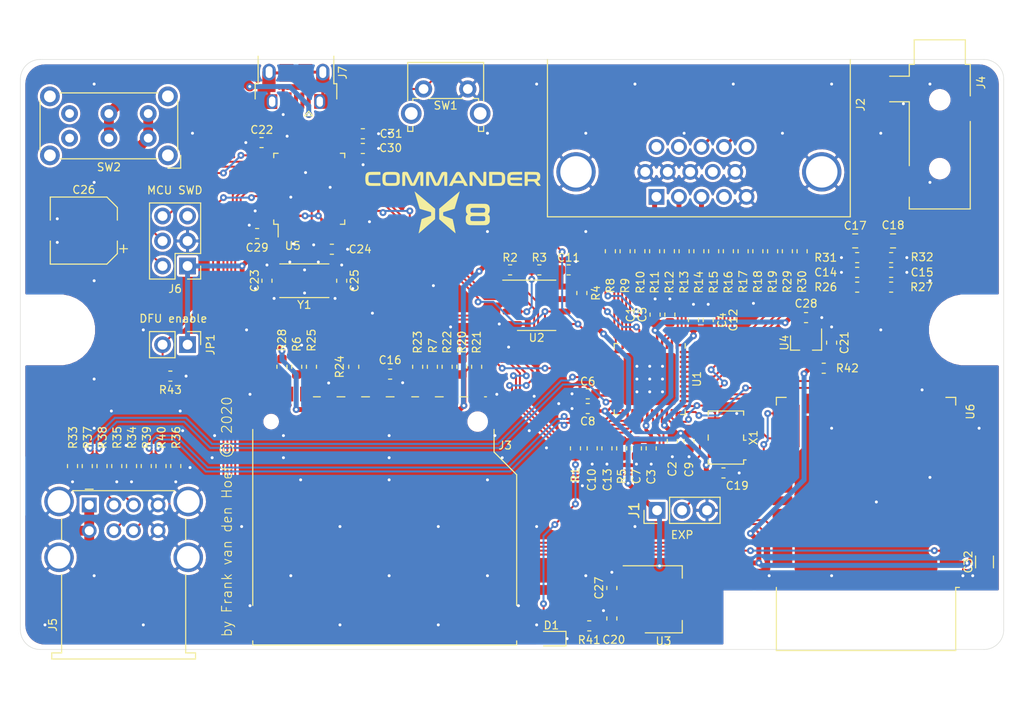
<source format=kicad_pcb>
(kicad_pcb (version 20171130) (host pcbnew "(5.1.8-0-10_14)")
  (layers (0 F.Cu signal) (31 B.Cu signal) (34 B.Paste user hide) (35 F.Paste user hide) (36 B.SilkS user hide) (37 F.SilkS user) (38 B.Mask user hide) (39 F.Mask user hide) (44 Edge.Cuts user))
  (net 0 "")
  (net 1 GND)
  (net 2 +5V)
  (net 3 VGA_R3)
  (net 4 VGA_R2)
  (net 5 VGA_R1)
  (net 6 VGA_R0)
  (net 7 VGA_G3)
  (net 8 VGA_G2)
  (net 9 VGA_G1)
  (net 10 VGA_G0)
  (net 11 VGA_B3)
  (net 12 VGA_B2)
  (net 13 VGA_B1)
  (net 14 VGA_B0)
  (net 15 VGA_VSYNC)
  (net 16 VGA_HSYNC)
  (net 17 USB0_DM)
  (net 18 USB1_DM)
  (net 19 USB0_DP)
  (net 20 USB1_DP)
  (net 21 SPI_MOSI)
  (net 22 SPI_MISO)
  (net 23 SYSCLK)
  (net 24 DBG_RXD)
  (net 25 DBG_TXD)
  (net 26 "Net-(JP1-Pad2)")
  (net 27 AUDIO_L)
  (net 28 AUDIO_R)
  (net 29 SPI_SSEL#)
  (net 30 SPI_SCK)
  (net 31 FPGA_CRESET_B)
  (net 32 FPGA_CDONE)
  (net 33 LED)
  (net 34 ESP_EN)
  (net 35 ESP_IO0)
  (net 36 "Net-(C18-Pad1)")
  (net 37 "Net-(C20-Pad1)")
  (net 38 "Net-(C25-Pad1)")
  (net 39 "Net-(D1-Pad2)")
  (net 40 "Net-(J2-Pad2)")
  (net 41 "Net-(J2-Pad3)")
  (net 42 "Net-(J3-Pad2)")
  (net 43 +3V3)
  (net 44 +1V2)
  (net 45 "Net-(C21-Pad1)")
  (net 46 "Net-(J6-Pad5)")
  (net 47 MCU_NRST)
  (net 48 MCU_SWDIO)
  (net 49 MCU_SWCLK)
  (net 50 SD_SSEL#)
  (net 51 BUTTON)
  (net 52 "Net-(SW2-Pad6)")
  (net 53 VBUS)
  (net 54 "Net-(SW2-Pad3)")
  (net 55 ESP_TXD1)
  (net 56 ESP_RTS1)
  (net 57 ESP_CTS1)
  (net 58 ESP_RXD1)
  (net 59 "Net-(U5-Pad46)")
  (net 60 "Net-(U5-Pad40)")
  (net 61 "Net-(U5-Pad39)")
  (net 62 "Net-(U5-Pad34)")
  (net 63 "Net-(U5-Pad31)")
  (net 64 "Net-(U5-Pad30)")
  (net 65 "Net-(U5-Pad29)")
  (net 66 "Net-(U5-Pad28)")
  (net 67 "Net-(U5-Pad27)")
  (net 68 "Net-(U5-Pad26)")
  (net 69 "Net-(U5-Pad20)")
  (net 70 "Net-(U5-Pad19)")
  (net 71 "Net-(U5-Pad18)")
  (net 72 "Net-(U5-Pad11)")
  (net 73 "Net-(U5-Pad10)")
  (net 74 "Net-(U5-Pad4)")
  (net 75 "Net-(U5-Pad3)")
  (net 76 "Net-(U5-Pad2)")
  (net 77 "Net-(U6-Pad37)")
  (net 78 "Net-(U6-Pad36)")
  (net 79 ESP_TXD0)
  (net 80 ESP_RXD0)
  (net 81 "Net-(U6-Pad33)")
  (net 82 "Net-(U6-Pad32)")
  (net 83 "Net-(U6-Pad31)")
  (net 84 "Net-(U6-Pad30)")
  (net 85 "Net-(U6-Pad29)")
  (net 86 "Net-(U6-Pad26)")
  (net 87 "Net-(U6-Pad24)")
  (net 88 "Net-(U6-Pad22)")
  (net 89 "Net-(U6-Pad21)")
  (net 90 "Net-(U6-Pad20)")
  (net 91 "Net-(U6-Pad19)")
  (net 92 "Net-(U6-Pad18)")
  (net 93 "Net-(U6-Pad17)")
  (net 94 "Net-(U6-Pad16)")
  (net 95 "Net-(U6-Pad14)")
  (net 96 "Net-(U6-Pad12)")
  (net 97 "Net-(U6-Pad11)")
  (net 98 "Net-(U6-Pad10)")
  (net 99 "Net-(U6-Pad9)")
  (net 100 "Net-(U6-Pad8)")
  (net 101 "Net-(U6-Pad7)")
  (net 102 "Net-(U6-Pad6)")
  (net 103 "Net-(U6-Pad5)")
  (net 104 "Net-(U6-Pad4)")
  (net 105 "Net-(X1-Pad1)")
  (net 106 "Net-(C10-Pad1)")
  (net 107 "Net-(C14-Pad1)")
  (net 108 "Net-(C15-Pad1)")
  (net 109 "Net-(C17-Pad1)")
  (net 110 "Net-(C23-Pad1)")
  (net 111 "Net-(J2-Pad1)")
  (net 112 "Net-(J2-Pad4)")
  (net 113 "Net-(J2-Pad9)")
  (net 114 "Net-(J2-Pad11)")
  (net 115 "Net-(J2-Pad12)")
  (net 116 "Net-(J2-Pad13)")
  (net 117 "Net-(J2-Pad14)")
  (net 118 "Net-(J2-Pad15)")
  (net 119 "Net-(J3-Pad11)")
  (net 120 "Net-(J3-Pad10)")
  (net 121 "Net-(J3-Pad9)")
  (net 122 "Net-(J3-Pad8)")
  (net 123 "Net-(J3-Pad7)")
  (net 124 "Net-(J3-Pad5)")
  (net 125 "Net-(J3-Pad1)")
  (net 126 "Net-(J5-Pad2)")
  (net 127 "Net-(J5-Pad3)")
  (net 128 "Net-(J5-Pad6)")
  (net 129 "Net-(J5-Pad7)")
  (net 130 "Net-(J7-Pad6)")
  (net 131 "Net-(J7-Pad2)")
  (net 132 "Net-(J7-Pad3)")
  (net 133 "Net-(J7-Pad4)")
  (net 134 "Net-(R3-Pad2)")
  (net 135 "Net-(R4-Pad2)")
  (net 136 SD_MISO)
  (net 137 SD_MOSI)
  (net 138 SD_SCK)
  (net 139 EXP)
  (module x8:x8logo (layer F.Cu) (at 112 69.55)
    (fp_text reference G1 hide)
    (fp_text value Logo hide)
  )
  (module Connector_PinHeader_2.54mm:PinHeader_1x03_P2.54mm_Vertical (layer F.Cu) (at 132.75 100.85 90)
    (fp_text reference J1 (at 0 -2.33 90) (layer F.SilkS))
    (fp_text value EXP)
    (pad 3 thru_hole oval (at 0 5.08 90) (size 1.7 1.7) (drill 1) (layers *.Cu *.Mask) (net 1 GND))
    (pad 2 thru_hole oval (at 0 2.54 90) (size 1.7 1.7) (drill 1) (layers *.Cu *.Mask) (net 139 EXP))
    (pad 1 thru_hole rect (at 0 0 90) (size 1.7 1.7) (drill 1) (layers *.Cu *.Mask) (net 43 +3V3))
  )
  (module Capacitor_SMD:C_0603_1608Metric (layer F.Cu) (at 102.825 62.55)
    (fp_text reference C31 (at 2.875 0) (layer F.SilkS) (effects (font (size 0.8 0.8) (thickness 0.12))))
    (fp_text value 4.7uF)
    (pad 2 smd roundrect (at 0.7875 0) (size 0.875 0.95) (layers F.Cu F.Paste F.Mask) (net 1 GND))
    (pad 1 smd roundrect (at -0.7875 0) (size 0.875 0.95) (layers F.Cu F.Paste F.Mask) (net 43 +3V3))
  )
  (module Capacitor_SMD:C_0603_1608Metric (layer F.Cu) (at 102.825 64.05)
    (fp_text reference C30 (at 2.825 -0.05) (layer F.SilkS) (effects (font (size 0.8 0.8) (thickness 0.12))))
    (fp_text value 100nF)
    (pad 2 smd roundrect (at 0.7875 0) (size 0.875 0.95) (layers F.Cu F.Paste F.Mask) (net 1 GND))
    (pad 1 smd roundrect (at -0.7875 0) (size 0.875 0.95) (layers F.Cu F.Paste F.Mask) (net 43 +3V3))
  )
  (module Capacitor_SMD:C_0603_1608Metric (layer F.Cu) (at 92.075 72.7 180)
    (fp_text reference C29 (at 0 -1.43) (layer F.SilkS) (effects (font (size 0.8 0.8) (thickness 0.12))))
    (fp_text value 100nF)
    (pad 2 smd roundrect (at 0.7875 0 180) (size 0.875 0.95) (layers F.Cu F.Paste F.Mask) (net 1 GND))
    (pad 1 smd roundrect (at -0.7875 0 180) (size 0.875 0.95) (layers F.Cu F.Paste F.Mask) (net 43 +3V3))
  )
  (module Capacitor_SMD:C_0603_1608Metric (layer F.Cu) (at 99.675 74.3)
    (fp_text reference C24 (at 2.875 0) (layer F.SilkS) (effects (font (size 0.8 0.8) (thickness 0.12))))
    (fp_text value 100nF)
    (pad 2 smd roundrect (at 0.7875 0) (size 0.875 0.95) (layers F.Cu F.Paste F.Mask) (net 1 GND))
    (pad 1 smd roundrect (at -0.7875 0) (size 0.875 0.95) (layers F.Cu F.Paste F.Mask) (net 43 +3V3))
  )
  (module Capacitor_SMD:C_0603_1608Metric (layer F.Cu) (at 92.525 63.45 180)
    (fp_text reference C22 (at -0.025 1.3) (layer F.SilkS) (effects (font (size 0.8 0.8) (thickness 0.12))))
    (fp_text value 100nF)
    (pad 2 smd roundrect (at 0.7875 0 180) (size 0.875 0.95) (layers F.Cu F.Paste F.Mask) (net 1 GND))
    (pad 1 smd roundrect (at -0.7875 0 180) (size 0.875 0.95) (layers F.Cu F.Paste F.Mask) (net 43 +3V3))
  )
  (module Connector_PinHeader_2.54mm:PinHeader_1x02_P2.54mm_Vertical (layer F.Cu) (at 85 84 270)
    (fp_text reference JP1 (at 0 -2.33 90) (layer F.SilkS) (effects (font (size 0.8 0.8) (thickness 0.12))))
    (fp_text value "DFU enable")
    (pad 2 thru_hole oval (at 0 2.54 270) (size 1.7 1.7) (drill 1) (layers *.Cu *.Mask) (net 26 "Net-(JP1-Pad2)"))
    (pad 1 thru_hole rect (at 0 0 270) (size 1.7 1.7) (drill 1) (layers *.Cu *.Mask) (net 43 +3V3))
  )
  (module Fiducial:Fiducial_1mm_Mask2mm (layer F.Cu) (at 166 102)
    (fp_text reference FID2 hide)
    (fp_text value Fiducial)
    (pad "" smd circle (at 0 0) (size 1 1) (layers F.Cu F.Mask) (clearance 0.5))
  )
  (module Resistor_SMD:R_0603_1608Metric (layer F.Cu) (at 124.45 94.55 90)
    (fp_text reference R1 (at -2.7 0 90) (layer F.SilkS) (effects (font (size 0.8 0.8) (thickness 0.12))))
    (fp_text value 330)
    (pad 2 smd roundrect (at 0.7875 0 90) (size 0.875 0.95) (layers F.Cu F.Paste F.Mask) (net 33 LED))
    (pad 1 smd roundrect (at -0.7875 0 90) (size 0.875 0.95) (layers F.Cu F.Paste F.Mask) (net 39 "Net-(D1-Pad2)"))
  )
  (module Oscillator:Oscillator_SMD_SeikoEpson_SG8002LB-4Pin_5.0x3.2mm (layer F.Cu) (at 139.75 93.45 90)
    (fp_text reference X1 (at 0 2.8 90) (layer F.SilkS) (effects (font (size 0.8 0.8) (thickness 0.12))))
    (fp_text value SG-5032CAN)
    (pad 4 smd rect (at -1.27 -1.1 90) (size 1.6 1.5) (layers F.Cu F.Paste F.Mask) (net 43 +3V3))
    (pad 3 smd rect (at 1.27 -1.1 90) (size 1.6 1.5) (layers F.Cu F.Paste F.Mask) (net 23 SYSCLK))
    (pad 2 smd rect (at 1.27 1.1 90) (size 1.6 1.5) (layers F.Cu F.Paste F.Mask) (net 1 GND))
    (pad 1 smd rect (at -1.27 1.1 90) (size 1.6 1.5) (layers F.Cu F.Paste F.Mask) (net 105 "Net-(X1-Pad1)"))
  )
  (module RF_Module:ESP32-WROOM-32 (layer F.Cu) (at 154 99.245 180)
    (fp_text reference U6 (at -10.61 8.43 90) (layer F.SilkS) (effects (font (size 0.8 0.8) (thickness 0.12))))
    (fp_text value ESP32-SOLO-1)
    (pad 38 smd rect (at 8.5 -8.255 180) (size 2 0.9) (layers F.Cu F.Paste F.Mask) (net 1 GND))
    (pad 37 smd rect (at 8.5 -6.985 180) (size 2 0.9) (layers F.Cu F.Paste F.Mask) (net 77 "Net-(U6-Pad37)"))
    (pad 36 smd rect (at 8.5 -5.715 180) (size 2 0.9) (layers F.Cu F.Paste F.Mask) (net 78 "Net-(U6-Pad36)"))
    (pad 35 smd rect (at 8.5 -4.445 180) (size 2 0.9) (layers F.Cu F.Paste F.Mask) (net 79 ESP_TXD0))
    (pad 34 smd rect (at 8.5 -3.175 180) (size 2 0.9) (layers F.Cu F.Paste F.Mask) (net 80 ESP_RXD0))
    (pad 33 smd rect (at 8.5 -1.905 180) (size 2 0.9) (layers F.Cu F.Paste F.Mask) (net 81 "Net-(U6-Pad33)"))
    (pad 32 smd rect (at 8.5 -0.635 180) (size 2 0.9) (layers F.Cu F.Paste F.Mask) (net 82 "Net-(U6-Pad32)"))
    (pad 31 smd rect (at 8.5 0.635 180) (size 2 0.9) (layers F.Cu F.Paste F.Mask) (net 83 "Net-(U6-Pad31)"))
    (pad 30 smd rect (at 8.5 1.905 180) (size 2 0.9) (layers F.Cu F.Paste F.Mask) (net 84 "Net-(U6-Pad30)"))
    (pad 29 smd rect (at 8.5 3.175 180) (size 2 0.9) (layers F.Cu F.Paste F.Mask) (net 85 "Net-(U6-Pad29)"))
    (pad 28 smd rect (at 8.5 4.445 180) (size 2 0.9) (layers F.Cu F.Paste F.Mask) (net 55 ESP_TXD1))
    (pad 27 smd rect (at 8.5 5.715 180) (size 2 0.9) (layers F.Cu F.Paste F.Mask) (net 58 ESP_RXD1))
    (pad 26 smd rect (at 8.5 6.985 180) (size 2 0.9) (layers F.Cu F.Paste F.Mask) (net 86 "Net-(U6-Pad26)"))
    (pad 25 smd rect (at 8.5 8.255 180) (size 2 0.9) (layers F.Cu F.Paste F.Mask) (net 35 ESP_IO0))
    (pad 24 smd rect (at 5.715 9.255 270) (size 2 0.9) (layers F.Cu F.Paste F.Mask) (net 87 "Net-(U6-Pad24)"))
    (pad 23 smd rect (at 4.445 9.255 270) (size 2 0.9) (layers F.Cu F.Paste F.Mask) (net 57 ESP_CTS1))
    (pad 22 smd rect (at 3.175 9.255 270) (size 2 0.9) (layers F.Cu F.Paste F.Mask) (net 88 "Net-(U6-Pad22)"))
    (pad 21 smd rect (at 1.905 9.255 270) (size 2 0.9) (layers F.Cu F.Paste F.Mask) (net 89 "Net-(U6-Pad21)"))
    (pad 20 smd rect (at 0.635 9.255 270) (size 2 0.9) (layers F.Cu F.Paste F.Mask) (net 90 "Net-(U6-Pad20)"))
    (pad 19 smd rect (at -0.635 9.255 270) (size 2 0.9) (layers F.Cu F.Paste F.Mask) (net 91 "Net-(U6-Pad19)"))
    (pad 18 smd rect (at -1.905 9.255 270) (size 2 0.9) (layers F.Cu F.Paste F.Mask) (net 92 "Net-(U6-Pad18)"))
    (pad 17 smd rect (at -3.175 9.255 270) (size 2 0.9) (layers F.Cu F.Paste F.Mask) (net 93 "Net-(U6-Pad17)"))
    (pad 16 smd rect (at -4.445 9.255 270) (size 2 0.9) (layers F.Cu F.Paste F.Mask) (net 94 "Net-(U6-Pad16)"))
    (pad 15 smd rect (at -5.715 9.255 270) (size 2 0.9) (layers F.Cu F.Paste F.Mask) (net 1 GND))
    (pad 14 smd rect (at -8.5 8.255 180) (size 2 0.9) (layers F.Cu F.Paste F.Mask) (net 95 "Net-(U6-Pad14)"))
    (pad 13 smd rect (at -8.5 6.985 180) (size 2 0.9) (layers F.Cu F.Paste F.Mask) (net 56 ESP_RTS1))
    (pad 12 smd rect (at -8.5 5.715 180) (size 2 0.9) (layers F.Cu F.Paste F.Mask) (net 96 "Net-(U6-Pad12)"))
    (pad 11 smd rect (at -8.5 4.445 180) (size 2 0.9) (layers F.Cu F.Paste F.Mask) (net 97 "Net-(U6-Pad11)"))
    (pad 10 smd rect (at -8.5 3.175 180) (size 2 0.9) (layers F.Cu F.Paste F.Mask) (net 98 "Net-(U6-Pad10)"))
    (pad 9 smd rect (at -8.5 1.905 180) (size 2 0.9) (layers F.Cu F.Paste F.Mask) (net 99 "Net-(U6-Pad9)"))
    (pad 8 smd rect (at -8.5 0.635 180) (size 2 0.9) (layers F.Cu F.Paste F.Mask) (net 100 "Net-(U6-Pad8)"))
    (pad 7 smd rect (at -8.5 -0.635 180) (size 2 0.9) (layers F.Cu F.Paste F.Mask) (net 101 "Net-(U6-Pad7)"))
    (pad 6 smd rect (at -8.5 -1.905 180) (size 2 0.9) (layers F.Cu F.Paste F.Mask) (net 102 "Net-(U6-Pad6)"))
    (pad 5 smd rect (at -8.5 -3.175 180) (size 2 0.9) (layers F.Cu F.Paste F.Mask) (net 103 "Net-(U6-Pad5)"))
    (pad 4 smd rect (at -8.5 -4.445 180) (size 2 0.9) (layers F.Cu F.Paste F.Mask) (net 104 "Net-(U6-Pad4)"))
    (pad 3 smd rect (at -8.5 -5.715 180) (size 2 0.9) (layers F.Cu F.Paste F.Mask) (net 34 ESP_EN))
    (pad 2 smd rect (at -8.5 -6.985 180) (size 2 0.9) (layers F.Cu F.Paste F.Mask) (net 43 +3V3))
    (pad 1 smd rect (at -8.5 -8.255 180) (size 2 0.9) (layers F.Cu F.Paste F.Mask) (net 1 GND))
    (pad 39 smd rect (at -1 -0.755 180) (size 5 5) (layers F.Cu F.Paste F.Mask) (net 1 GND))
  )
  (module Package_QFP:LQFP-48_7x7mm_P0.5mm (layer F.Cu) (at 97.375 68.15 90)
    (fp_text reference U5 (at -5.8 -1.675 180) (layer F.SilkS) (effects (font (size 0.8 0.8) (thickness 0.12))))
    (fp_text value STM32F070C6Tx)
    (pad 48 smd roundrect (at -2.75 -4.1625 90) (size 0.3 1.475) (layers F.Cu F.Paste F.Mask) (net 43 +3V3))
    (pad 47 smd roundrect (at -2.25 -4.1625 90) (size 0.3 1.475) (layers F.Cu F.Paste F.Mask) (net 1 GND))
    (pad 46 smd roundrect (at -1.75 -4.1625 90) (size 0.3 1.475) (layers F.Cu F.Paste F.Mask) (net 59 "Net-(U5-Pad46)"))
    (pad 45 smd roundrect (at -1.25 -4.1625 90) (size 0.3 1.475) (layers F.Cu F.Paste F.Mask) (net 35 ESP_IO0))
    (pad 44 smd roundrect (at -0.75 -4.1625 90) (size 0.3 1.475) (layers F.Cu F.Paste F.Mask) (net 26 "Net-(JP1-Pad2)"))
    (pad 43 smd roundrect (at -0.25 -4.1625 90) (size 0.3 1.475) (layers F.Cu F.Paste F.Mask) (net 80 ESP_RXD0))
    (pad 42 smd roundrect (at 0.25 -4.1625 90) (size 0.3 1.475) (layers F.Cu F.Paste F.Mask) (net 79 ESP_TXD0))
    (pad 41 smd roundrect (at 0.75 -4.1625 90) (size 0.3 1.475) (layers F.Cu F.Paste F.Mask) (net 34 ESP_EN))
    (pad 40 smd roundrect (at 1.25 -4.1625 90) (size 0.3 1.475) (layers F.Cu F.Paste F.Mask) (net 60 "Net-(U5-Pad40)"))
    (pad 39 smd roundrect (at 1.75 -4.1625 90) (size 0.3 1.475) (layers F.Cu F.Paste F.Mask) (net 61 "Net-(U5-Pad39)"))
    (pad 38 smd roundrect (at 2.25 -4.1625 90) (size 0.3 1.475) (layers F.Cu F.Paste F.Mask) (net 48 MCU_SWDIO))
    (pad 37 smd roundrect (at 2.75 -4.1625 90) (size 0.3 1.475) (layers F.Cu F.Paste F.Mask) (net 49 MCU_SWCLK))
    (pad 36 smd roundrect (at 4.1625 -2.75 90) (size 1.475 0.3) (layers F.Cu F.Paste F.Mask) (net 43 +3V3))
    (pad 35 smd roundrect (at 4.1625 -2.25 90) (size 1.475 0.3) (layers F.Cu F.Paste F.Mask) (net 1 GND))
    (pad 34 smd roundrect (at 4.1625 -1.75 90) (size 1.475 0.3) (layers F.Cu F.Paste F.Mask) (net 62 "Net-(U5-Pad34)"))
    (pad 33 smd roundrect (at 4.1625 -1.25 90) (size 1.475 0.3) (layers F.Cu F.Paste F.Mask) (net 132 "Net-(J7-Pad3)"))
    (pad 32 smd roundrect (at 4.1625 -0.75 90) (size 1.475 0.3) (layers F.Cu F.Paste F.Mask) (net 131 "Net-(J7-Pad2)"))
    (pad 31 smd roundrect (at 4.1625 -0.25 90) (size 1.475 0.3) (layers F.Cu F.Paste F.Mask) (net 63 "Net-(U5-Pad31)"))
    (pad 30 smd roundrect (at 4.1625 0.25 90) (size 1.475 0.3) (layers F.Cu F.Paste F.Mask) (net 64 "Net-(U5-Pad30)"))
    (pad 29 smd roundrect (at 4.1625 0.75 90) (size 1.475 0.3) (layers F.Cu F.Paste F.Mask) (net 65 "Net-(U5-Pad29)"))
    (pad 28 smd roundrect (at 4.1625 1.25 90) (size 1.475 0.3) (layers F.Cu F.Paste F.Mask) (net 66 "Net-(U5-Pad28)"))
    (pad 27 smd roundrect (at 4.1625 1.75 90) (size 1.475 0.3) (layers F.Cu F.Paste F.Mask) (net 67 "Net-(U5-Pad27)"))
    (pad 26 smd roundrect (at 4.1625 2.25 90) (size 1.475 0.3) (layers F.Cu F.Paste F.Mask) (net 68 "Net-(U5-Pad26)"))
    (pad 25 smd roundrect (at 4.1625 2.75 90) (size 1.475 0.3) (layers F.Cu F.Paste F.Mask) (net 51 BUTTON))
    (pad 24 smd roundrect (at 2.75 4.1625 90) (size 0.3 1.475) (layers F.Cu F.Paste F.Mask) (net 43 +3V3))
    (pad 23 smd roundrect (at 2.25 4.1625 90) (size 0.3 1.475) (layers F.Cu F.Paste F.Mask) (net 1 GND))
    (pad 22 smd roundrect (at 1.75 4.1625 90) (size 0.3 1.475) (layers F.Cu F.Paste F.Mask) (net 32 FPGA_CDONE))
    (pad 21 smd roundrect (at 1.25 4.1625 90) (size 0.3 1.475) (layers F.Cu F.Paste F.Mask) (net 31 FPGA_CRESET_B))
    (pad 20 smd roundrect (at 0.75 4.1625 90) (size 0.3 1.475) (layers F.Cu F.Paste F.Mask) (net 69 "Net-(U5-Pad20)"))
    (pad 19 smd roundrect (at 0.25 4.1625 90) (size 0.3 1.475) (layers F.Cu F.Paste F.Mask) (net 70 "Net-(U5-Pad19)"))
    (pad 18 smd roundrect (at -0.25 4.1625 90) (size 0.3 1.475) (layers F.Cu F.Paste F.Mask) (net 71 "Net-(U5-Pad18)"))
    (pad 17 smd roundrect (at -0.75 4.1625 90) (size 0.3 1.475) (layers F.Cu F.Paste F.Mask) (net 21 SPI_MOSI))
    (pad 16 smd roundrect (at -1.25 4.1625 90) (size 0.3 1.475) (layers F.Cu F.Paste F.Mask) (net 22 SPI_MISO))
    (pad 15 smd roundrect (at -1.75 4.1625 90) (size 0.3 1.475) (layers F.Cu F.Paste F.Mask) (net 30 SPI_SCK))
    (pad 14 smd roundrect (at -2.25 4.1625 90) (size 0.3 1.475) (layers F.Cu F.Paste F.Mask) (net 29 SPI_SSEL#))
    (pad 13 smd roundrect (at -2.75 4.1625 90) (size 0.3 1.475) (layers F.Cu F.Paste F.Mask) (net 25 DBG_TXD))
    (pad 12 smd roundrect (at -4.1625 2.75 90) (size 1.475 0.3) (layers F.Cu F.Paste F.Mask) (net 24 DBG_RXD))
    (pad 11 smd roundrect (at -4.1625 2.25 90) (size 1.475 0.3) (layers F.Cu F.Paste F.Mask) (net 72 "Net-(U5-Pad11)"))
    (pad 10 smd roundrect (at -4.1625 1.75 90) (size 1.475 0.3) (layers F.Cu F.Paste F.Mask) (net 73 "Net-(U5-Pad10)"))
    (pad 9 smd roundrect (at -4.1625 1.25 90) (size 1.475 0.3) (layers F.Cu F.Paste F.Mask) (net 43 +3V3))
    (pad 8 smd roundrect (at -4.1625 0.75 90) (size 1.475 0.3) (layers F.Cu F.Paste F.Mask) (net 1 GND))
    (pad 7 smd roundrect (at -4.1625 0.25 90) (size 1.475 0.3) (layers F.Cu F.Paste F.Mask) (net 47 MCU_NRST))
    (pad 6 smd roundrect (at -4.1625 -0.25 90) (size 1.475 0.3) (layers F.Cu F.Paste F.Mask) (net 38 "Net-(C25-Pad1)"))
    (pad 5 smd roundrect (at -4.1625 -0.75 90) (size 1.475 0.3) (layers F.Cu F.Paste F.Mask) (net 110 "Net-(C23-Pad1)"))
    (pad 4 smd roundrect (at -4.1625 -1.25 90) (size 1.475 0.3) (layers F.Cu F.Paste F.Mask) (net 74 "Net-(U5-Pad4)"))
    (pad 3 smd roundrect (at -4.1625 -1.75 90) (size 1.475 0.3) (layers F.Cu F.Paste F.Mask) (net 75 "Net-(U5-Pad3)"))
    (pad 2 smd roundrect (at -4.1625 -2.25 90) (size 1.475 0.3) (layers F.Cu F.Paste F.Mask) (net 76 "Net-(U5-Pad2)"))
    (pad 1 smd roundrect (at -4.1625 -2.75 90) (size 1.475 0.3) (layers F.Cu F.Paste F.Mask) (net 43 +3V3))
  )
  (module Package_TO_SOT_SMD:SOT-23 (layer F.Cu) (at 147.9 83.8 270)
    (fp_text reference U4 (at 0 2.2 90) (layer F.SilkS) (effects (font (size 0.8 0.8) (thickness 0.12))))
    (fp_text value MCP1700T-1202E/TT)
    (pad 3 smd rect (at 1 0 270) (size 0.9 0.8) (layers F.Cu F.Paste F.Mask) (net 45 "Net-(C21-Pad1)"))
    (pad 2 smd rect (at -1 0.95 270) (size 0.9 0.8) (layers F.Cu F.Paste F.Mask) (net 44 +1V2))
    (pad 1 smd rect (at -1 -0.95 270) (size 0.9 0.8) (layers F.Cu F.Paste F.Mask) (net 1 GND))
  )
  (module Package_SO:SOIC-8_3.9x4.9mm_P1.27mm (layer F.Cu) (at 120.5 80)
    (fp_text reference U2 (at 0 3.3) (layer F.SilkS) (effects (font (size 0.8 0.8) (thickness 0.12))))
    (fp_text value W25Q16JVSNIQ)
    (pad 8 smd roundrect (at 2.475 -1.905) (size 1.95 0.6) (layers F.Cu F.Paste F.Mask) (net 43 +3V3))
    (pad 7 smd roundrect (at 2.475 -0.635) (size 1.95 0.6) (layers F.Cu F.Paste F.Mask) (net 135 "Net-(R4-Pad2)"))
    (pad 6 smd roundrect (at 2.475 0.635) (size 1.95 0.6) (layers F.Cu F.Paste F.Mask) (net 30 SPI_SCK))
    (pad 5 smd roundrect (at 2.475 1.905) (size 1.95 0.6) (layers F.Cu F.Paste F.Mask) (net 21 SPI_MOSI))
    (pad 4 smd roundrect (at -2.475 1.905) (size 1.95 0.6) (layers F.Cu F.Paste F.Mask) (net 1 GND))
    (pad 3 smd roundrect (at -2.475 0.635) (size 1.95 0.6) (layers F.Cu F.Paste F.Mask) (net 134 "Net-(R3-Pad2)"))
    (pad 2 smd roundrect (at -2.475 -0.635) (size 1.95 0.6) (layers F.Cu F.Paste F.Mask) (net 22 SPI_MISO))
    (pad 1 smd roundrect (at -2.475 -1.905) (size 1.95 0.6) (layers F.Cu F.Paste F.Mask) (net 29 SPI_SSEL#))
  )
  (module Button_Switch_THT:SW_E-Switch_EG2219_DPDT_Angled (layer F.Cu) (at 81 63 180)
    (fp_text reference SW2 (at 4 -2.95) (layer F.SilkS) (effects (font (size 0.8 0.8) (thickness 0.12))))
    (fp_text value SW_DPDT_x2)
    (pad "" thru_hole circle (at -2 -1.75 180) (size 2 2) (drill 1.2) (layers *.Cu *.Mask))
    (pad "" thru_hole circle (at 10 -1.75 180) (size 2 2) (drill 1.2) (layers *.Cu *.Mask))
    (pad "" thru_hole circle (at 10 4.25 180) (size 2 2) (drill 1.2) (layers *.Cu *.Mask))
    (pad "" thru_hole circle (at -2 4.25 180) (size 2 2) (drill 1.2) (layers *.Cu *.Mask))
    (pad 1 thru_hole circle (at 0 0 180) (size 1.7 1.7) (drill 0.9) (layers *.Cu *.Mask) (net 2 +5V))
    (pad 2 thru_hole circle (at 4 0 180) (size 1.7 1.7) (drill 0.9) (layers *.Cu *.Mask) (net 53 VBUS))
    (pad 3 thru_hole circle (at 8 0 180) (size 1.7 1.7) (drill 0.9) (layers *.Cu *.Mask) (net 54 "Net-(SW2-Pad3)"))
    (pad 4 thru_hole circle (at 0 2.5 180) (size 1.7 1.7) (drill 0.9) (layers *.Cu *.Mask) (net 2 +5V))
    (pad 5 thru_hole circle (at 4 2.5 180) (size 1.7 1.7) (drill 0.9) (layers *.Cu *.Mask) (net 53 VBUS))
    (pad 6 thru_hole circle (at 8 2.5 180) (size 1.7 1.7) (drill 0.9) (layers *.Cu *.Mask) (net 52 "Net-(SW2-Pad6)"))
  )
  (module Button_Switch_THT:SW_Tactile_SPST_Angled_PTS645Vx58-2LFS (layer F.Cu) (at 109 58)
    (fp_text reference SW1 (at 2.25 1.68) (layer F.SilkS) (effects (font (size 0.8 0.8) (thickness 0.12))))
    (fp_text value Reset)
    (pad "" thru_hole circle (at -1.25 2.49) (size 2.1 2.1) (drill 1.3) (layers *.Cu *.Mask))
    (pad 1 thru_hole circle (at 0 0) (size 1.75 1.75) (drill 0.99) (layers *.Cu *.Mask) (net 51 BUTTON))
    (pad 2 thru_hole circle (at 4.5 0) (size 1.75 1.75) (drill 0.99) (layers *.Cu *.Mask) (net 1 GND))
    (pad "" thru_hole circle (at 5.76 2.49) (size 2.1 2.1) (drill 1.3) (layers *.Cu *.Mask))
  )
  (module Resistor_SMD:R_0603_1608Metric (layer F.Cu) (at 83.25 87.2)
    (fp_text reference R43 (at 0 1.4) (layer F.SilkS) (effects (font (size 0.8 0.8) (thickness 0.12))))
    (fp_text value 15k)
    (pad 2 smd roundrect (at 0.7875 0) (size 0.875 0.95) (layers F.Cu F.Paste F.Mask) (net 1 GND))
    (pad 1 smd roundrect (at -0.7875 0) (size 0.875 0.95) (layers F.Cu F.Paste F.Mask) (net 26 "Net-(JP1-Pad2)"))
  )
  (module Resistor_SMD:R_0603_1608Metric (layer F.Cu) (at 125.85 112.6 180)
    (fp_text reference R41 (at 0 -1.43) (layer F.SilkS) (effects (font (size 0.8 0.8) (thickness 0.12))))
    (fp_text value 1)
    (pad 2 smd roundrect (at 0.7875 0 180) (size 0.875 0.95) (layers F.Cu F.Paste F.Mask) (net 2 +5V))
    (pad 1 smd roundrect (at -0.7875 0 180) (size 0.875 0.95) (layers F.Cu F.Paste F.Mask) (net 37 "Net-(C20-Pad1)"))
  )
  (module Resistor_SMD:R_0603_1608Metric (layer F.Cu) (at 94.6 86.25 90)
    (fp_text reference R28 (at 2.7 0 90) (layer F.SilkS) (effects (font (size 0.8 0.8) (thickness 0.12))))
    (fp_text value 15k)
    (pad 2 smd roundrect (at 0.7875 0 90) (size 0.875 0.95) (layers F.Cu F.Paste F.Mask) (net 43 +3V3))
    (pad 1 smd roundrect (at -0.7875 0 90) (size 0.875 0.95) (layers F.Cu F.Paste F.Mask) (net 122 "Net-(J3-Pad8)"))
  )
  (module Resistor_SMD:R_0603_1608Metric (layer F.Cu) (at 97.6 86.25 90)
    (fp_text reference R25 (at 2.7 0 90) (layer F.SilkS) (effects (font (size 0.8 0.8) (thickness 0.12))))
    (fp_text value 100)
    (pad 2 smd roundrect (at 0.7875 0 90) (size 0.875 0.95) (layers F.Cu F.Paste F.Mask) (net 136 SD_MISO))
    (pad 1 smd roundrect (at -0.7875 0 90) (size 0.875 0.95) (layers F.Cu F.Paste F.Mask) (net 123 "Net-(J3-Pad7)"))
  )
  (module Resistor_SMD:R_0603_1608Metric (layer F.Cu) (at 101.9 86.25 90)
    (fp_text reference R24 (at 0 -1.43 90) (layer F.SilkS) (effects (font (size 0.8 0.8) (thickness 0.12))))
    (fp_text value 100)
    (pad 2 smd roundrect (at 0.7875 0 90) (size 0.875 0.95) (layers F.Cu F.Paste F.Mask) (net 138 SD_SCK))
    (pad 1 smd roundrect (at -0.7875 0 90) (size 0.875 0.95) (layers F.Cu F.Paste F.Mask) (net 124 "Net-(J3-Pad5)"))
  )
  (module Resistor_SMD:R_0603_1608Metric (layer F.Cu) (at 108.4 86.25 90)
    (fp_text reference R23 (at 2.5 0 90) (layer F.SilkS) (effects (font (size 0.8 0.8) (thickness 0.12))))
    (fp_text value 100)
    (pad 2 smd roundrect (at 0.7875 0 90) (size 0.875 0.95) (layers F.Cu F.Paste F.Mask) (net 137 SD_MOSI))
    (pad 1 smd roundrect (at -0.7875 0 90) (size 0.875 0.95) (layers F.Cu F.Paste F.Mask) (net 42 "Net-(J3-Pad2)"))
  )
  (module Resistor_SMD:R_0603_1608Metric (layer F.Cu) (at 111.4 86.25 90)
    (fp_text reference R22 (at 2.5 0 90) (layer F.SilkS) (effects (font (size 0.8 0.8) (thickness 0.12))))
    (fp_text value 100)
    (pad 2 smd roundrect (at 0.7875 0 90) (size 0.875 0.95) (layers F.Cu F.Paste F.Mask) (net 50 SD_SSEL#))
    (pad 1 smd roundrect (at -0.7875 0 90) (size 0.875 0.95) (layers F.Cu F.Paste F.Mask) (net 125 "Net-(J3-Pad1)"))
  )
  (module Resistor_SMD:R_0603_1608Metric (layer F.Cu) (at 114.4 86.25 90)
    (fp_text reference R21 (at 2.5 0 90) (layer F.SilkS) (effects (font (size 0.8 0.8) (thickness 0.12))))
    (fp_text value 15k)
    (pad 2 smd roundrect (at 0.7875 0 90) (size 0.875 0.95) (layers F.Cu F.Paste F.Mask) (net 43 +3V3))
    (pad 1 smd roundrect (at -0.7875 0 90) (size 0.875 0.95) (layers F.Cu F.Paste F.Mask) (net 121 "Net-(J3-Pad9)"))
  )
  (module Resistor_SMD:R_0603_1608Metric (layer F.Cu) (at 112.9 86.25 270)
    (fp_text reference R20 (at -2.5 0 90) (layer F.SilkS) (effects (font (size 0.8 0.8) (thickness 0.12))))
    (fp_text value 15k)
    (pad 2 smd roundrect (at 0.7875 0 270) (size 0.875 0.95) (layers F.Cu F.Paste F.Mask) (net 43 +3V3))
    (pad 1 smd roundrect (at -0.7875 0 270) (size 0.875 0.95) (layers F.Cu F.Paste F.Mask) (net 50 SD_SSEL#))
  )
  (module Resistor_SMD:R_0603_1608Metric (layer F.Cu) (at 109.9 86.25 270)
    (fp_text reference R7 (at -2.15 -0.05 90) (layer F.SilkS) (effects (font (size 0.8 0.8) (thickness 0.12))))
    (fp_text value 15k)
    (pad 2 smd roundrect (at 0.7875 0 270) (size 0.875 0.95) (layers F.Cu F.Paste F.Mask) (net 43 +3V3))
    (pad 1 smd roundrect (at -0.7875 0 270) (size 0.875 0.95) (layers F.Cu F.Paste F.Mask) (net 137 SD_MOSI))
  )
  (module Resistor_SMD:R_0603_1608Metric (layer F.Cu) (at 96.1 86.25 270)
    (fp_text reference R6 (at -2.3 0 90) (layer F.SilkS) (effects (font (size 0.8 0.8) (thickness 0.12))))
    (fp_text value 15k)
    (pad 2 smd roundrect (at 0.7875 0 270) (size 0.875 0.95) (layers F.Cu F.Paste F.Mask) (net 43 +3V3))
    (pad 1 smd roundrect (at -0.7875 0 270) (size 0.875 0.95) (layers F.Cu F.Paste F.Mask) (net 136 SD_MISO))
  )
  (module Resistor_SMD:R_0603_1608Metric (layer F.Cu) (at 125.1 78.75 270)
    (fp_text reference R4 (at 0 -1.43 90) (layer F.SilkS) (effects (font (size 0.8 0.8) (thickness 0.12))))
    (fp_text value 15k)
    (pad 2 smd roundrect (at 0.7875 0 270) (size 0.875 0.95) (layers F.Cu F.Paste F.Mask) (net 135 "Net-(R4-Pad2)"))
    (pad 1 smd roundrect (at -0.7875 0 270) (size 0.875 0.95) (layers F.Cu F.Paste F.Mask) (net 43 +3V3))
  )
  (module Resistor_SMD:R_0603_1608Metric (layer F.Cu) (at 120.775 76.4 180)
    (fp_text reference R3 (at 0 1.25) (layer F.SilkS) (effects (font (size 0.8 0.8) (thickness 0.12))))
    (fp_text value 15k)
    (pad 2 smd roundrect (at 0.7875 0 180) (size 0.875 0.95) (layers F.Cu F.Paste F.Mask) (net 134 "Net-(R3-Pad2)"))
    (pad 1 smd roundrect (at -0.7875 0 180) (size 0.875 0.95) (layers F.Cu F.Paste F.Mask) (net 43 +3V3))
  )
  (module Connector_PinHeader_2.54mm:PinHeader_2x03_P2.54mm_Vertical (layer F.Cu) (at 85 76 180)
    (fp_text reference J6 (at 1.27 -2.33) (layer F.SilkS) (effects (font (size 0.8 0.8) (thickness 0.12))))
    (fp_text value SWD)
    (pad 6 thru_hole oval (at 2.54 5.08 180) (size 1.7 1.7) (drill 1) (layers *.Cu *.Mask) (net 47 MCU_NRST))
    (pad 5 thru_hole oval (at 0 5.08 180) (size 1.7 1.7) (drill 1) (layers *.Cu *.Mask) (net 46 "Net-(J6-Pad5)"))
    (pad 4 thru_hole oval (at 2.54 2.54 180) (size 1.7 1.7) (drill 1) (layers *.Cu *.Mask) (net 48 MCU_SWDIO))
    (pad 3 thru_hole oval (at 0 2.54 180) (size 1.7 1.7) (drill 1) (layers *.Cu *.Mask) (net 1 GND))
    (pad 2 thru_hole oval (at 2.54 0 180) (size 1.7 1.7) (drill 1) (layers *.Cu *.Mask) (net 49 MCU_SWCLK))
    (pad 1 thru_hole rect (at 0 0 180) (size 1.7 1.7) (drill 1) (layers *.Cu *.Mask) (net 43 +3V3))
  )
  (module Connector_Card:SD_TE_2041021 (layer F.Cu) (at 105 101)
    (fp_text reference J3 (at 12.3 -6.75) (layer F.SilkS) (effects (font (size 0.8 0.8) (thickness 0.12))))
    (fp_text value SD_Card)
    (pad 12 smd rect (at -13.65 -10.175) (size 1.5 2.8) (layers F.Cu F.Paste F.Mask) (net 1 GND))
    (pad 12 smd rect (at -13.65 11.325) (size 1.5 2.8) (layers F.Cu F.Paste F.Mask) (net 1 GND))
    (pad 12 smd rect (at 13.65 11.325) (size 1.5 2.8) (layers F.Cu F.Paste F.Mask) (net 1 GND))
    (pad 12 smd rect (at 11.45 -10.175) (size 1.5 2.8) (layers F.Cu F.Paste F.Mask) (net 1 GND))
    (pad "" np_thru_hole circle (at -11.5 -9.175) (size 1.1 1.1) (drill 1.1) (layers *.Cu *.Mask))
    (pad "" np_thru_hole circle (at 9.5 -9.175) (size 1.6 1.6) (drill 1.6) (layers *.Cu *.Mask))
    (pad 11 smd rect (at -12.255 -11.975) (size 0.7 1.5) (layers F.Cu F.Paste F.Mask) (net 119 "Net-(J3-Pad11)"))
    (pad 10 smd rect (at -11.055 -11.975) (size 0.7 1.5) (layers F.Cu F.Paste F.Mask) (net 120 "Net-(J3-Pad10)"))
    (pad 9 smd rect (at 9.375 -11.975) (size 1 1.5) (layers F.Cu F.Paste F.Mask) (net 121 "Net-(J3-Pad9)"))
    (pad 8 smd rect (at -9.755 -11.975) (size 1 1.5) (layers F.Cu F.Paste F.Mask) (net 122 "Net-(J3-Pad8)"))
    (pad 7 smd rect (at -8.055 -11.975) (size 1 1.5) (layers F.Cu F.Paste F.Mask) (net 123 "Net-(J3-Pad7)"))
    (pad 6 smd rect (at -5.625 -11.975) (size 1 1.5) (layers F.Cu F.Paste F.Mask) (net 1 GND))
    (pad 5 smd rect (at -3.125 -11.975) (size 1 1.5) (layers F.Cu F.Paste F.Mask) (net 124 "Net-(J3-Pad5)"))
    (pad 4 smd rect (at -0.625 -11.975) (size 1 1.5) (layers F.Cu F.Paste F.Mask) (net 43 +3V3))
    (pad 3 smd rect (at 1.875 -11.975) (size 1 1.5) (layers F.Cu F.Paste F.Mask) (net 1 GND))
    (pad 2 smd rect (at 4.375 -11.975) (size 1 1.5) (layers F.Cu F.Paste F.Mask) (net 42 "Net-(J3-Pad2)"))
    (pad 1 smd rect (at 6.875 -11.975) (size 1 1.5) (layers F.Cu F.Paste F.Mask) (net 125 "Net-(J3-Pad1)"))
  )
  (module Capacitor_SMD:C_1206_3216Metric (layer F.Cu) (at 166.05 106.1 270)
    (fp_text reference C32 (at 0 1.65 90) (layer F.SilkS) (effects (font (size 0.8 0.8) (thickness 0.12))))
    (fp_text value 22uF)
    (pad 2 smd roundrect (at 1.4 0 270) (size 1.25 1.75) (layers F.Cu F.Paste F.Mask) (roundrect_rratio 0.2) (net 1 GND))
    (pad 1 smd roundrect (at -1.4 0 270) (size 1.25 1.75) (layers F.Cu F.Paste F.Mask) (roundrect_rratio 0.2) (net 43 +3V3))
  )
  (module Capacitor_SMD:C_0603_1608Metric (layer F.Cu) (at 147.9 81.25)
    (fp_text reference C28 (at 0 -1.43) (layer F.SilkS) (effects (font (size 0.8 0.8) (thickness 0.12))))
    (fp_text value 4.7uF)
    (pad 2 smd roundrect (at 0.7875 0) (size 0.875 0.95) (layers F.Cu F.Paste F.Mask) (net 1 GND))
    (pad 1 smd roundrect (at -0.7875 0) (size 0.875 0.95) (layers F.Cu F.Paste F.Mask) (net 44 +1V2))
  )
  (module Capacitor_SMD:C_0603_1608Metric (layer F.Cu) (at 150.5 83.8 90)
    (fp_text reference C21 (at 0 1.3 90) (layer F.SilkS) (effects (font (size 0.8 0.8) (thickness 0.12))))
    (fp_text value 4.7uF)
    (pad 2 smd roundrect (at 0.7875 0 90) (size 0.875 0.95) (layers F.Cu F.Paste F.Mask) (net 1 GND))
    (pad 1 smd roundrect (at -0.7875 0 90) (size 0.875 0.95) (layers F.Cu F.Paste F.Mask) (net 45 "Net-(C21-Pad1)"))
  )
  (module Capacitor_SMD:C_0603_1608Metric (layer F.Cu) (at 139.5 97.05)
    (fp_text reference C19 (at 1.4 1.3) (layer F.SilkS) (effects (font (size 0.8 0.8) (thickness 0.12))))
    (fp_text value 100nF)
    (pad 2 smd roundrect (at 0.7875 0) (size 0.875 0.95) (layers F.Cu F.Paste F.Mask) (net 1 GND))
    (pad 1 smd roundrect (at -0.7875 0) (size 0.875 0.95) (layers F.Cu F.Paste F.Mask) (net 43 +3V3))
  )
  (module Capacitor_SMD:C_0603_1608Metric (layer F.Cu) (at 105.6 87)
    (fp_text reference C16 (at 0 -1.43) (layer F.SilkS) (effects (font (size 0.8 0.8) (thickness 0.12))))
    (fp_text value 4.7uF)
    (pad 2 smd roundrect (at 0.7875 0) (size 0.875 0.95) (layers F.Cu F.Paste F.Mask) (net 1 GND))
    (pad 1 smd roundrect (at -0.7875 0) (size 0.875 0.95) (layers F.Cu F.Paste F.Mask) (net 43 +3V3))
  )
  (module Capacitor_SMD:C_0603_1608Metric (layer F.Cu) (at 123.75 76.4)
    (fp_text reference C11 (at 0 -1.25) (layer F.SilkS) (effects (font (size 0.8 0.8) (thickness 0.12))))
    (fp_text value 100nF)
    (pad 2 smd roundrect (at 0.7875 0) (size 0.875 0.95) (layers F.Cu F.Paste F.Mask) (net 1 GND))
    (pad 1 smd roundrect (at -0.7875 0) (size 0.875 0.95) (layers F.Cu F.Paste F.Mask) (net 43 +3V3))
  )
  (module Capacitor_SMD:C_0603_1608Metric (layer F.Cu) (at 126.15 94.55 270)
    (fp_text reference C10 (at 3.2 0.05 90) (layer F.SilkS) (effects (font (size 0.8 0.8) (thickness 0.12))))
    (fp_text value 4.7uF)
    (pad 2 smd roundrect (at 0.7875 0 270) (size 0.875 0.95) (layers F.Cu F.Paste F.Mask) (net 1 GND))
    (pad 1 smd roundrect (at -0.7875 0 270) (size 0.875 0.95) (layers F.Cu F.Paste F.Mask) (net 106 "Net-(C10-Pad1)"))
  )
  (module MountingHole:MountingHole_3.2mm_M3 (layer F.Cu) (at 72 82.5)
    (fp_text reference H2 hide)
    (fp_text value MountingHole)
    (pad 1 np_thru_hole circle (at 0 0) (size 3.2 3.2) (drill 3.2) (layers *.Cu *.Mask))
  )
  (module MountingHole:MountingHole_3.2mm_M3 (layer F.Cu) (at 164 82.5)
    (fp_text reference H1 hide)
    (fp_text value MountingHole)
    (pad 1 np_thru_hole circle (at 0 0) (size 3.2 3.2) (drill 3.2) (layers *.Cu *.Mask))
  )
  (module Connector_USB:USB_Micro-B_Amphenol_10103594-0001LF_Horizontal (layer F.Cu) (at 96 57.4 180)
    (fp_text reference J7 (at -4.775 1.05 90) (layer F.SilkS) (effects (font (size 0.8 0.8) (thickness 0.12))))
    (fp_text value USB_B_Micro)
    (pad 6 smd rect (at 2.725 0.185 180) (size 1.35 2) (layers F.Cu F.Paste F.Mask) (net 130 "Net-(J7-Pad6)"))
    (pad 6 smd rect (at -2.755 0.185 180) (size 1.35 2) (layers F.Cu F.Paste F.Mask) (net 130 "Net-(J7-Pad6)"))
    (pad 6 smd rect (at -2.975 -0.565 180) (size 1.825 0.7) (layers F.Cu F.Paste F.Mask) (net 130 "Net-(J7-Pad6)"))
    (pad 6 smd rect (at 2.975 -0.565 180) (size 1.825 0.7) (layers F.Cu F.Paste F.Mask) (net 130 "Net-(J7-Pad6)"))
    (pad 6 smd rect (at -2.875 -1.865 180) (size 2 1.5) (layers F.Cu F.Paste F.Mask) (net 130 "Net-(J7-Pad6)"))
    (pad 6 smd rect (at 2.875 -1.885 180) (size 2 1.5) (layers F.Cu F.Paste F.Mask) (net 130 "Net-(J7-Pad6)"))
    (pad 1 smd rect (at -1.325 -1.765 270) (size 1.65 0.4) (layers F.Cu F.Paste F.Mask) (net 53 VBUS))
    (pad 2 smd rect (at -0.675 -1.765 270) (size 1.65 0.4) (layers F.Cu F.Paste F.Mask) (net 131 "Net-(J7-Pad2)"))
    (pad 3 smd rect (at -0.025 -1.765 270) (size 1.65 0.4) (layers F.Cu F.Paste F.Mask) (net 132 "Net-(J7-Pad3)"))
    (pad 4 smd rect (at 0.625 -1.765 270) (size 1.65 0.4) (layers F.Cu F.Paste F.Mask) (net 133 "Net-(J7-Pad4)"))
    (pad 5 smd rect (at 1.275 -1.765 270) (size 1.65 0.4) (layers F.Cu F.Paste F.Mask) (net 1 GND))
    (pad 6 thru_hole oval (at -2.445 -1.885 270) (size 1.5 1.1) (drill oval 1.05 0.65) (layers *.Cu *.Mask) (net 130 "Net-(J7-Pad6)"))
    (pad 6 thru_hole oval (at 2.395 -1.885 270) (size 1.5 1.1) (drill oval 1.05 0.65) (layers *.Cu *.Mask) (net 130 "Net-(J7-Pad6)"))
    (pad 6 thru_hole oval (at -2.755 1.115 270) (size 1.7 1.35) (drill oval 1.2 0.7) (layers *.Cu *.Mask) (net 130 "Net-(J7-Pad6)"))
    (pad 6 thru_hole oval (at 2.705 1.115 270) (size 1.7 1.35) (drill oval 1.2 0.7) (layers *.Cu *.Mask) (net 130 "Net-(J7-Pad6)"))
    (pad 6 smd rect (at -0.985 1.035 270) (size 1.8 1.43) (layers F.Cu F.Paste F.Mask) (net 130 "Net-(J7-Pad6)"))
    (pad 6 smd rect (at 0.935 1.035 270) (size 1.8 1.43) (layers F.Cu F.Paste F.Mask) (net 130 "Net-(J7-Pad6)"))
  )
  (module Package_DFN_QFN:QFN-48-1EP_7x7mm_P0.5mm_EP5.3x5.3mm (layer F.Cu) (at 132 87.5 270)
    (fp_text reference U1 (at 0 -4.8 90) (layer F.SilkS) (effects (font (size 0.8 0.8) (thickness 0.12))))
    (fp_text value ICE40UP5K-SG48ITR50)
    (pad 48 smd roundrect (at -2.75 -3.45 270) (size 0.25 0.8) (layers F.Cu F.Paste F.Mask) (net 12 VGA_B2))
    (pad 47 smd roundrect (at -2.25 -3.45 270) (size 0.25 0.8) (layers F.Cu F.Paste F.Mask) (net 13 VGA_B1))
    (pad 46 smd roundrect (at -1.75 -3.45 270) (size 0.25 0.8) (layers F.Cu F.Paste F.Mask) (net 14 VGA_B0))
    (pad 45 smd roundrect (at -1.25 -3.45 270) (size 0.25 0.8) (layers F.Cu F.Paste F.Mask) (net 15 VGA_VSYNC))
    (pad 44 smd roundrect (at -0.75 -3.45 270) (size 0.25 0.8) (layers F.Cu F.Paste F.Mask) (net 16 VGA_HSYNC))
    (pad 43 smd roundrect (at -0.25 -3.45 270) (size 0.25 0.8) (layers F.Cu F.Paste F.Mask) (net 27 AUDIO_L))
    (pad 42 smd roundrect (at 0.25 -3.45 270) (size 0.25 0.8) (layers F.Cu F.Paste F.Mask) (net 28 AUDIO_R))
    (pad 41 smd roundrect (at 0.75 -3.45 270) (size 0.25 0.8) (layers F.Cu F.Paste F.Mask) (net 51 BUTTON))
    (pad 40 smd roundrect (at 1.25 -3.45 270) (size 0.25 0.8) (layers F.Cu F.Paste F.Mask) (net 56 ESP_RTS1))
    (pad 39 smd roundrect (at 1.75 -3.45 270) (size 0.25 0.8) (layers F.Cu F.Paste F.Mask) (net 55 ESP_TXD1))
    (pad 38 smd roundrect (at 2.25 -3.45 270) (size 0.25 0.8) (layers F.Cu F.Paste F.Mask) (net 58 ESP_RXD1))
    (pad 37 smd roundrect (at 2.75 -3.45 270) (size 0.25 0.8) (layers F.Cu F.Paste F.Mask) (net 23 SYSCLK))
    (pad 36 smd roundrect (at 3.45 -2.75 270) (size 0.8 0.25) (layers F.Cu F.Paste F.Mask) (net 57 ESP_CTS1))
    (pad 35 smd roundrect (at 3.45 -2.25 270) (size 0.8 0.25) (layers F.Cu F.Paste F.Mask) (net 23 SYSCLK))
    (pad 34 smd roundrect (at 3.45 -1.75 270) (size 0.8 0.25) (layers F.Cu F.Paste F.Mask) (net 139 EXP))
    (pad 33 smd roundrect (at 3.45 -1.25 270) (size 0.8 0.25) (layers F.Cu F.Paste F.Mask) (net 43 +3V3))
    (pad 32 smd roundrect (at 3.45 -0.75 270) (size 0.8 0.25) (layers F.Cu F.Paste F.Mask) (net 136 SD_MISO))
    (pad 31 smd roundrect (at 3.45 -0.25 270) (size 0.8 0.25) (layers F.Cu F.Paste F.Mask) (net 138 SD_SCK))
    (pad 30 smd roundrect (at 3.45 0.25 270) (size 0.8 0.25) (layers F.Cu F.Paste F.Mask) (net 44 +1V2))
    (pad 29 smd roundrect (at 3.45 0.75 270) (size 0.8 0.25) (layers F.Cu F.Paste F.Mask) (net 106 "Net-(C10-Pad1)"))
    (pad 28 smd roundrect (at 3.45 1.25 270) (size 0.8 0.25) (layers F.Cu F.Paste F.Mask) (net 137 SD_MOSI))
    (pad 27 smd roundrect (at 3.45 1.75 270) (size 0.8 0.25) (layers F.Cu F.Paste F.Mask) (net 33 LED))
    (pad 26 smd roundrect (at 3.45 2.25 270) (size 0.8 0.25) (layers F.Cu F.Paste F.Mask) (net 20 USB1_DP))
    (pad 25 smd roundrect (at 3.45 2.75 270) (size 0.8 0.25) (layers F.Cu F.Paste F.Mask) (net 18 USB1_DM))
    (pad 24 smd roundrect (at 2.75 3.45 270) (size 0.25 0.8) (layers F.Cu F.Paste F.Mask) (net 43 +3V3))
    (pad 23 smd roundrect (at 2.25 3.45 270) (size 0.25 0.8) (layers F.Cu F.Paste F.Mask) (net 19 USB0_DP))
    (pad 22 smd roundrect (at 1.75 3.45 270) (size 0.25 0.8) (layers F.Cu F.Paste F.Mask) (net 43 +3V3))
    (pad 21 smd roundrect (at 1.25 3.45 270) (size 0.25 0.8) (layers F.Cu F.Paste F.Mask) (net 17 USB0_DM))
    (pad 20 smd roundrect (at 0.75 3.45 270) (size 0.25 0.8) (layers F.Cu F.Paste F.Mask) (net 50 SD_SSEL#))
    (pad 19 smd roundrect (at 0.25 3.45 270) (size 0.25 0.8) (layers F.Cu F.Paste F.Mask) (net 24 DBG_RXD))
    (pad 18 smd roundrect (at -0.25 3.45 270) (size 0.25 0.8) (layers F.Cu F.Paste F.Mask) (net 25 DBG_TXD))
    (pad 17 smd roundrect (at -0.75 3.45 270) (size 0.25 0.8) (layers F.Cu F.Paste F.Mask) (net 22 SPI_MISO))
    (pad 16 smd roundrect (at -1.25 3.45 270) (size 0.25 0.8) (layers F.Cu F.Paste F.Mask) (net 29 SPI_SSEL#))
    (pad 15 smd roundrect (at -1.75 3.45 270) (size 0.25 0.8) (layers F.Cu F.Paste F.Mask) (net 30 SPI_SCK))
    (pad 14 smd roundrect (at -2.25 3.45 270) (size 0.25 0.8) (layers F.Cu F.Paste F.Mask) (net 21 SPI_MOSI))
    (pad 13 smd roundrect (at -2.75 3.45 270) (size 0.25 0.8) (layers F.Cu F.Paste F.Mask) (net 3 VGA_R3))
    (pad 12 smd roundrect (at -3.45 2.75 270) (size 0.8 0.25) (layers F.Cu F.Paste F.Mask) (net 4 VGA_R2))
    (pad 11 smd roundrect (at -3.45 2.25 270) (size 0.8 0.25) (layers F.Cu F.Paste F.Mask) (net 5 VGA_R1))
    (pad 10 smd roundrect (at -3.45 1.75 270) (size 0.8 0.25) (layers F.Cu F.Paste F.Mask) (net 6 VGA_R0))
    (pad 9 smd roundrect (at -3.45 1.25 270) (size 0.8 0.25) (layers F.Cu F.Paste F.Mask) (net 7 VGA_G3))
    (pad 8 smd roundrect (at -3.45 0.75 270) (size 0.8 0.25) (layers F.Cu F.Paste F.Mask) (net 31 FPGA_CRESET_B))
    (pad 7 smd roundrect (at -3.45 0.25 270) (size 0.8 0.25) (layers F.Cu F.Paste F.Mask) (net 32 FPGA_CDONE))
    (pad 6 smd roundrect (at -3.45 -0.25 270) (size 0.8 0.25) (layers F.Cu F.Paste F.Mask) (net 8 VGA_G2))
    (pad 5 smd roundrect (at -3.45 -0.75 270) (size 0.8 0.25) (layers F.Cu F.Paste F.Mask) (net 44 +1V2))
    (pad 4 smd roundrect (at -3.45 -1.25 270) (size 0.8 0.25) (layers F.Cu F.Paste F.Mask) (net 9 VGA_G1))
    (pad 3 smd roundrect (at -3.45 -1.75 270) (size 0.8 0.25) (layers F.Cu F.Paste F.Mask) (net 10 VGA_G0))
    (pad 2 smd roundrect (at -3.45 -2.25 270) (size 0.8 0.25) (layers F.Cu F.Paste F.Mask) (net 11 VGA_B3))
    (pad 1 smd roundrect (at -3.45 -2.75 270) (size 0.8 0.25) (layers F.Cu F.Paste F.Mask) (net 43 +3V3))
    (pad 49 smd roundrect (at 0 0 270) (size 5.3 5.3) (layers F.Cu F.Mask) (roundrect_rratio 0.04717) (net 1 GND))
  )
  (module Crystal:Crystal_SMD_TXC_7A-2Pin_5x3.2mm (layer F.Cu) (at 96.875 77.5)
    (fp_text reference Y1 (at 0 2.45) (layer F.SilkS) (effects (font (size 0.8 0.8) (thickness 0.12))))
    (fp_text value 7A-8.000MAAE-T)
    (pad 2 smd rect (at 1.85 0) (size 1.7 2.4) (layers F.Cu F.Paste F.Mask) (net 38 "Net-(C25-Pad1)"))
    (pad 1 smd rect (at -1.85 0) (size 1.7 2.4) (layers F.Cu F.Paste F.Mask) (net 110 "Net-(C23-Pad1)"))
  )
  (module Capacitor_SMD:C_0603_1608Metric (layer F.Cu) (at 100.675 77.5 90)
    (fp_text reference C25 (at 0 1.3 90) (layer F.SilkS) (effects (font (size 0.8 0.8) (thickness 0.12))))
    (fp_text value 15pF)
    (pad 2 smd roundrect (at 0.7875 0 90) (size 0.875 0.95) (layers F.Cu F.Paste F.Mask) (net 1 GND))
    (pad 1 smd roundrect (at -0.7875 0 90) (size 0.875 0.95) (layers F.Cu F.Paste F.Mask) (net 38 "Net-(C25-Pad1)"))
  )
  (module Capacitor_SMD:C_0603_1608Metric (layer F.Cu) (at 93.075 77.5 90)
    (fp_text reference C23 (at 0 -1.25 90) (layer F.SilkS) (effects (font (size 0.8 0.8) (thickness 0.12))))
    (fp_text value 15pF)
    (pad 2 smd roundrect (at 0.7875 0 90) (size 0.875 0.95) (layers F.Cu F.Paste F.Mask) (net 1 GND))
    (pad 1 smd roundrect (at -0.7875 0 90) (size 0.875 0.95) (layers F.Cu F.Paste F.Mask) (net 110 "Net-(C23-Pad1)"))
  )
  (module Resistor_SMD:R_0603_1608Metric (layer F.Cu) (at 129.15 94.55 90)
    (fp_text reference R5 (at -2.85 0 90) (layer F.SilkS) (effects (font (size 0.8 0.8) (thickness 0.12))))
    (fp_text value 100)
    (pad 2 smd roundrect (at 0.7875 0 90) (size 0.875 0.95) (layers F.Cu F.Paste F.Mask) (net 44 +1V2))
    (pad 1 smd roundrect (at -0.7875 0 90) (size 0.875 0.95) (layers F.Cu F.Paste F.Mask) (net 106 "Net-(C10-Pad1)"))
  )
  (module Resistor_SMD:R_0603_1608Metric (layer F.Cu) (at 117.8 76.4)
    (fp_text reference R2 (at 0 -1.25) (layer F.SilkS) (effects (font (size 0.8 0.8) (thickness 0.12))))
    (fp_text value 15k)
    (pad 2 smd roundrect (at 0.7875 0) (size 0.875 0.95) (layers F.Cu F.Paste F.Mask) (net 43 +3V3))
    (pad 1 smd roundrect (at -0.7875 0) (size 0.875 0.95) (layers F.Cu F.Paste F.Mask) (net 29 SPI_SSEL#))
  )
  (module Capacitor_SMD:C_0603_1608Metric (layer F.Cu) (at 127.65 94.55 270)
    (fp_text reference C13 (at 3.2 -0.05 90) (layer F.SilkS) (effects (font (size 0.8 0.8) (thickness 0.12))))
    (fp_text value 100nF)
    (pad 2 smd roundrect (at 0.7875 0 270) (size 0.875 0.95) (layers F.Cu F.Paste F.Mask) (net 1 GND))
    (pad 1 smd roundrect (at -0.7875 0 270) (size 0.875 0.95) (layers F.Cu F.Paste F.Mask) (net 106 "Net-(C10-Pad1)"))
  )
  (module Resistor_SMD:R_0603_1608Metric (layer F.Cu) (at 156.55 75.15 180)
    (fp_text reference R32 (at -3.15 0.05) (layer F.SilkS) (effects (font (size 0.8 0.8) (thickness 0.12))))
    (fp_text value 150)
    (pad 2 smd roundrect (at 0.7875 0 180) (size 0.875 0.95) (layers F.Cu F.Paste F.Mask) (net 108 "Net-(C15-Pad1)"))
    (pad 1 smd roundrect (at -0.7875 0 180) (size 0.875 0.95) (layers F.Cu F.Paste F.Mask) (net 1 GND))
  )
  (module Resistor_SMD:R_0603_1608Metric (layer F.Cu) (at 153.1 75.15)
    (fp_text reference R31 (at -3.2 0) (layer F.SilkS) (effects (font (size 0.8 0.8) (thickness 0.12))))
    (fp_text value 150)
    (pad 2 smd roundrect (at 0.7875 0) (size 0.875 0.95) (layers F.Cu F.Paste F.Mask) (net 107 "Net-(C14-Pad1)"))
    (pad 1 smd roundrect (at -0.7875 0) (size 0.875 0.95) (layers F.Cu F.Paste F.Mask) (net 1 GND))
  )
  (module Resistor_SMD:R_0603_1608Metric (layer F.Cu) (at 156.55 78.15)
    (fp_text reference R27 (at 3.1 0) (layer F.SilkS) (effects (font (size 0.8 0.8) (thickness 0.12))))
    (fp_text value 330)
    (pad 2 smd roundrect (at 0.7875 0) (size 0.875 0.95) (layers F.Cu F.Paste F.Mask) (net 28 AUDIO_R))
    (pad 1 smd roundrect (at -0.7875 0) (size 0.875 0.95) (layers F.Cu F.Paste F.Mask) (net 108 "Net-(C15-Pad1)"))
  )
  (module Resistor_SMD:R_0603_1608Metric (layer F.Cu) (at 153.1 78.15 180)
    (fp_text reference R26 (at 3.2 0) (layer F.SilkS) (effects (font (size 0.8 0.8) (thickness 0.12))))
    (fp_text value 330)
    (pad 2 smd roundrect (at 0.7875 0 180) (size 0.875 0.95) (layers F.Cu F.Paste F.Mask) (net 27 AUDIO_L))
    (pad 1 smd roundrect (at -0.7875 0 180) (size 0.875 0.95) (layers F.Cu F.Paste F.Mask) (net 107 "Net-(C14-Pad1)"))
  )
  (module Connector_Audio:Jack_3.5mm_CUI_SJ-3523-SMT_Horizontal (layer F.Cu) (at 161.5 61.6)
    (fp_text reference J4 (at 4.2 -4.25 90) (layer F.SilkS) (effects (font (size 0.8 0.8) (thickness 0.12))))
    (fp_text value "Audio Out")
    (pad "" np_thru_hole circle (at 0 4.5) (size 1.7 1.7) (drill 1.7) (layers *.Cu *.Mask))
    (pad "" np_thru_hole circle (at 0 -2.5) (size 1.7 1.7) (drill 1.7) (layers *.Cu *.Mask))
    (pad T smd rect (at -3.7 5.8) (size 2.8 2.8) (layers F.Cu F.Paste F.Mask) (net 109 "Net-(C17-Pad1)"))
    (pad S smd rect (at -3.7 -3.6) (size 2.8 2.2) (layers F.Cu F.Paste F.Mask) (net 1 GND))
    (pad R smd rect (at 3.7 -1.6) (size 2.8 2.2) (layers F.Cu F.Paste F.Mask) (net 36 "Net-(C18-Pad1)"))
  )
  (module Capacitor_SMD:C_0805_2012Metric (layer F.Cu) (at 156.75 73.45 180)
    (fp_text reference C18 (at 0 1.6) (layer F.SilkS) (effects (font (size 0.8 0.8) (thickness 0.12))))
    (fp_text value 10uF)
    (pad 2 smd roundrect (at 0.9375 0 180) (size 0.975 1.4) (layers F.Cu F.Paste F.Mask) (net 108 "Net-(C15-Pad1)"))
    (pad 1 smd roundrect (at -0.9375 0 180) (size 0.975 1.4) (layers F.Cu F.Paste F.Mask) (net 36 "Net-(C18-Pad1)"))
  )
  (module Capacitor_SMD:C_0805_2012Metric (layer F.Cu) (at 152.9 73.45)
    (fp_text reference C17 (at 0 -1.55) (layer F.SilkS) (effects (font (size 0.8 0.8) (thickness 0.12))))
    (fp_text value 10uF)
    (pad 2 smd roundrect (at 0.9375 0) (size 0.975 1.4) (layers F.Cu F.Paste F.Mask) (net 107 "Net-(C14-Pad1)"))
    (pad 1 smd roundrect (at -0.9375 0) (size 0.975 1.4) (layers F.Cu F.Paste F.Mask) (net 109 "Net-(C17-Pad1)"))
  )
  (module Capacitor_SMD:C_0603_1608Metric (layer F.Cu) (at 156.55 76.65)
    (fp_text reference C15 (at 3.15 0) (layer F.SilkS) (effects (font (size 0.8 0.8) (thickness 0.12))))
    (fp_text value 100nF)
    (pad 2 smd roundrect (at 0.7875 0) (size 0.875 0.95) (layers F.Cu F.Paste F.Mask) (net 1 GND))
    (pad 1 smd roundrect (at -0.7875 0) (size 0.875 0.95) (layers F.Cu F.Paste F.Mask) (net 108 "Net-(C15-Pad1)"))
  )
  (module Capacitor_SMD:C_0603_1608Metric (layer F.Cu) (at 153.1 76.65 180)
    (fp_text reference C14 (at 3.2 0) (layer F.SilkS) (effects (font (size 0.8 0.8) (thickness 0.12))))
    (fp_text value 100nF)
    (pad 2 smd roundrect (at 0.7875 0 180) (size 0.875 0.95) (layers F.Cu F.Paste F.Mask) (net 1 GND))
    (pad 1 smd roundrect (at -0.7875 0 180) (size 0.875 0.95) (layers F.Cu F.Paste F.Mask) (net 107 "Net-(C14-Pad1)"))
  )
  (module LED_SMD:LED_0603_1608Metric (layer F.Cu) (at 122 113.9 180)
    (fp_text reference D1 (at 0 1.35) (layer F.SilkS) (effects (font (size 0.8 0.8) (thickness 0.12))))
    (fp_text value LED)
    (pad 2 smd roundrect (at 0.7875 0 180) (size 0.875 0.95) (layers F.Cu F.Paste F.Mask) (net 39 "Net-(D1-Pad2)"))
    (pad 1 smd roundrect (at -0.7875 0 180) (size 0.875 0.95) (layers F.Cu F.Paste F.Mask) (net 1 GND))
  )
  (module Capacitor_SMD:C_0603_1608Metric (layer F.Cu) (at 130.65 94.55 270)
    (fp_text reference C7 (at 2.85 0 90) (layer F.SilkS) (effects (font (size 0.8 0.8) (thickness 0.12))))
    (fp_text value 4.7uF)
    (pad 2 smd roundrect (at 0.7875 0 270) (size 0.875 0.95) (layers F.Cu F.Paste F.Mask) (net 1 GND))
    (pad 1 smd roundrect (at -0.7875 0 270) (size 0.875 0.95) (layers F.Cu F.Paste F.Mask) (net 44 +1V2))
  )
  (module Capacitor_SMD:C_0603_1608Metric (layer F.Cu) (at 137.95 81.5 90)
    (fp_text reference C12 (at 0 2.55 90) (layer F.SilkS) (effects (font (size 0.8 0.8) (thickness 0.12))))
    (fp_text value 4.7uF)
    (pad 2 smd roundrect (at 0.7875 0 90) (size 0.875 0.95) (layers F.Cu F.Paste F.Mask) (net 1 GND))
    (pad 1 smd roundrect (at -0.7875 0 90) (size 0.875 0.95) (layers F.Cu F.Paste F.Mask) (net 43 +3V3))
  )
  (module Capacitor_SMD:C_0603_1608Metric (layer F.Cu) (at 134.05 80.95 90)
    (fp_text reference C5 (at 0 -2.8 90) (layer F.SilkS) (effects (font (size 0.8 0.8) (thickness 0.12))))
    (fp_text value 4.7uF)
    (pad 2 smd roundrect (at 0.7875 0 90) (size 0.875 0.95) (layers F.Cu F.Paste F.Mask) (net 1 GND))
    (pad 1 smd roundrect (at -0.7875 0 90) (size 0.875 0.95) (layers F.Cu F.Paste F.Mask) (net 44 +1V2))
  )
  (module Capacitor_SMD:C_0603_1608Metric (layer F.Cu) (at 136 93.8 270)
    (fp_text reference C9 (at 2.9 0 90) (layer F.SilkS) (effects (font (size 0.8 0.8) (thickness 0.12))))
    (fp_text value 4.7uF)
    (pad 2 smd roundrect (at 0.7875 0 270) (size 0.875 0.95) (layers F.Cu F.Paste F.Mask) (net 1 GND))
    (pad 1 smd roundrect (at -0.7875 0 270) (size 0.875 0.95) (layers F.Cu F.Paste F.Mask) (net 43 +3V3))
  )
  (module Capacitor_SMD:C_0603_1608Metric (layer F.Cu) (at 125.7 90.5 180)
    (fp_text reference C8 (at 0 -1.3) (layer F.SilkS) (effects (font (size 0.8 0.8) (thickness 0.12))))
    (fp_text value 100nF)
    (pad 2 smd roundrect (at 0.7875 0 180) (size 0.875 0.95) (layers F.Cu F.Paste F.Mask) (net 1 GND))
    (pad 1 smd roundrect (at -0.7875 0 180) (size 0.875 0.95) (layers F.Cu F.Paste F.Mask) (net 43 +3V3))
  )
  (module Capacitor_SMD:C_0603_1608Metric (layer F.Cu) (at 125.7 89 180)
    (fp_text reference C6 (at 0 1.25) (layer F.SilkS) (effects (font (size 0.8 0.8) (thickness 0.12))))
    (fp_text value 100nF)
    (pad 2 smd roundrect (at 0.7875 0 180) (size 0.875 0.95) (layers F.Cu F.Paste F.Mask) (net 1 GND))
    (pad 1 smd roundrect (at -0.7875 0 180) (size 0.875 0.95) (layers F.Cu F.Paste F.Mask) (net 43 +3V3))
  )
  (module Capacitor_SMD:C_0603_1608Metric (layer F.Cu) (at 132.15 94.55 270)
    (fp_text reference C3 (at 2.9 0 90) (layer F.SilkS) (effects (font (size 0.8 0.8) (thickness 0.12))))
    (fp_text value 100nF)
    (pad 2 smd roundrect (at 0.7875 0 270) (size 0.875 0.95) (layers F.Cu F.Paste F.Mask) (net 1 GND))
    (pad 1 smd roundrect (at -0.7875 0 270) (size 0.875 0.95) (layers F.Cu F.Paste F.Mask) (net 44 +1V2))
  )
  (module Capacitor_SMD:C_0603_1608Metric (layer F.Cu) (at 136.45 81.5 90)
    (fp_text reference C4 (at 0 2.9 90) (layer F.SilkS) (effects (font (size 0.8 0.8) (thickness 0.12))))
    (fp_text value 100nF)
    (pad 2 smd roundrect (at 0.7875 0 90) (size 0.875 0.95) (layers F.Cu F.Paste F.Mask) (net 1 GND))
    (pad 1 smd roundrect (at -0.7875 0 90) (size 0.875 0.95) (layers F.Cu F.Paste F.Mask) (net 43 +3V3))
  )
  (module Capacitor_SMD:C_0603_1608Metric (layer F.Cu) (at 132.55 80.95 90)
    (fp_text reference C1 (at 0 -2.5 90) (layer F.SilkS) (effects (font (size 0.8 0.8) (thickness 0.12))))
    (fp_text value 100nF)
    (pad 2 smd roundrect (at 0.7875 0 90) (size 0.875 0.95) (layers F.Cu F.Paste F.Mask) (net 1 GND))
    (pad 1 smd roundrect (at -0.7875 0 90) (size 0.875 0.95) (layers F.Cu F.Paste F.Mask) (net 44 +1V2))
  )
  (module Capacitor_SMD:C_0603_1608Metric (layer F.Cu) (at 134.3 93.8 270)
    (fp_text reference C2 (at 2.85 0 90) (layer F.SilkS) (effects (font (size 0.8 0.8) (thickness 0.12))))
    (fp_text value 100nF)
    (pad 2 smd roundrect (at 0.7875 0 270) (size 0.875 0.95) (layers F.Cu F.Paste F.Mask) (net 1 GND))
    (pad 1 smd roundrect (at -0.7875 0 270) (size 0.875 0.95) (layers F.Cu F.Paste F.Mask) (net 43 +3V3))
  )
  (module Capacitor_SMD:CP_Elec_6.3x7.7 (layer F.Cu) (at 74.45 72.4 180)
    (fp_text reference C26 (at 0 4.15) (layer F.SilkS) (effects (font (size 0.8 0.8) (thickness 0.12))))
    (fp_text value 100uF)
    (pad 2 smd roundrect (at 2.7 0 180) (size 3.5 1.6) (layers F.Cu F.Paste F.Mask) (roundrect_rratio 0.15625) (net 1 GND))
    (pad 1 smd roundrect (at -2.7 0 180) (size 3.5 1.6) (layers F.Cu F.Paste F.Mask) (roundrect_rratio 0.15625) (net 2 +5V))
  )
  (module Capacitor_SMD:C_0603_1608Metric (layer F.Cu) (at 128.15 111.85 90)
    (fp_text reference C20 (at -2.15 0.2 180) (layer F.SilkS) (effects (font (size 0.8 0.8) (thickness 0.12))))
    (fp_text value 4.7uF)
    (pad 2 smd roundrect (at 0.7875 0 90) (size 0.875 0.95) (layers F.Cu F.Paste F.Mask) (net 1 GND))
    (pad 1 smd roundrect (at -0.7875 0 90) (size 0.875 0.95) (layers F.Cu F.Paste F.Mask) (net 37 "Net-(C20-Pad1)"))
  )
  (module Capacitor_SMD:C_0603_1608Metric (layer F.Cu) (at 128.15 108.75 90)
    (fp_text reference C27 (at 0 -1.3 90) (layer F.SilkS) (effects (font (size 0.8 0.8) (thickness 0.12))))
    (fp_text value 4.7uF)
    (pad 2 smd roundrect (at 0.7875 0 90) (size 0.875 0.95) (layers F.Cu F.Paste F.Mask) (net 1 GND))
    (pad 1 smd roundrect (at -0.7875 0 90) (size 0.875 0.95) (layers F.Cu F.Paste F.Mask) (net 43 +3V3))
  )
  (module x8:ICD15S13E4GV00LF (layer F.Cu) (at 137 55 180)
    (fp_text reference J2 (at -16.45 -4.6 90) (layer F.SilkS) (effects (font (size 0.8 0.8) (thickness 0.12))))
    (fp_text value VGA)
    (pad 1 thru_hole rect (at 4.315 -13.97 180) (size 1.6 1.6) (drill 1) (layers *.Cu *.Mask) (net 111 "Net-(J2-Pad1)"))
    (pad 2 thru_hole circle (at 2.025 -13.97 180) (size 1.6 1.6) (drill 1) (layers *.Cu *.Mask) (net 40 "Net-(J2-Pad2)"))
    (pad 3 thru_hole circle (at -0.265 -13.97 180) (size 1.6 1.6) (drill 1) (layers *.Cu *.Mask) (net 41 "Net-(J2-Pad3)"))
    (pad 4 thru_hole circle (at -2.555 -13.97 180) (size 1.6 1.6) (drill 1) (layers *.Cu *.Mask) (net 112 "Net-(J2-Pad4)"))
    (pad 5 thru_hole circle (at -4.845 -13.97 180) (size 1.6 1.6) (drill 1) (layers *.Cu *.Mask) (net 1 GND))
    (pad 6 thru_hole circle (at 5.455 -11.43 180) (size 1.6 1.6) (drill 1) (layers *.Cu *.Mask) (net 1 GND))
    (pad 7 thru_hole circle (at 3.165 -11.43 180) (size 1.6 1.6) (drill 1) (layers *.Cu *.Mask) (net 1 GND))
    (pad 8 thru_hole circle (at 0.875 -11.43 180) (size 1.6 1.6) (drill 1) (layers *.Cu *.Mask) (net 1 GND))
    (pad 9 thru_hole circle (at -1.415 -11.43 180) (size 1.6 1.6) (drill 1) (layers *.Cu *.Mask) (net 113 "Net-(J2-Pad9)"))
    (pad 10 thru_hole circle (at -3.705 -11.43 180) (size 1.6 1.6) (drill 1) (layers *.Cu *.Mask) (net 1 GND))
    (pad 11 thru_hole circle (at 4.315 -8.89 180) (size 1.6 1.6) (drill 1) (layers *.Cu *.Mask) (net 114 "Net-(J2-Pad11)"))
    (pad 12 thru_hole circle (at 2.025 -8.89 180) (size 1.6 1.6) (drill 1) (layers *.Cu *.Mask) (net 115 "Net-(J2-Pad12)"))
    (pad 13 thru_hole circle (at -0.265 -8.89 180) (size 1.6 1.6) (drill 1) (layers *.Cu *.Mask) (net 116 "Net-(J2-Pad13)"))
    (pad 14 thru_hole circle (at -2.555 -8.89 180) (size 1.6 1.6) (drill 1) (layers *.Cu *.Mask) (net 117 "Net-(J2-Pad14)"))
    (pad 15 thru_hole circle (at -4.845 -8.89 180) (size 1.6 1.6) (drill 1) (layers *.Cu *.Mask) (net 118 "Net-(J2-Pad15)"))
    (pad 0 thru_hole circle (at -12.495 -11.43 180) (size 4 4) (drill 3.2) (layers *.Cu *.Mask) (net 1 GND))
    (pad 0 thru_hole circle (at 12.495 -11.43 180) (size 4 4) (drill 3.2) (layers *.Cu *.Mask) (net 1 GND))
  )
  (module Connector_USB:USB_A_Wuerth_61400826021_Horizontal_Stacked (layer F.Cu) (at 75 100.3)
    (fp_text reference J5 (at -3.7 12.2 90) (layer F.SilkS) (effects (font (size 0.8 0.8) (thickness 0.12))))
    (fp_text value "CUI UJ2-ADH-1-TH")
    (pad 9 thru_hole circle (at 10.07 -0.35) (size 3 3) (drill 2.3) (layers *.Cu *.Mask) (net 1 GND))
    (pad 9 thru_hole circle (at -3.07 -0.35) (size 3 3) (drill 2.3) (layers *.Cu *.Mask) (net 1 GND))
    (pad 1 thru_hole rect (at 0 0) (size 1.5 1.5) (drill 0.92) (layers *.Cu *.Mask) (net 2 +5V))
    (pad 2 thru_hole circle (at 2.5 0) (size 1.5 1.5) (drill 0.92) (layers *.Cu *.Mask) (net 126 "Net-(J5-Pad2)"))
    (pad 3 thru_hole circle (at 4.5 0) (size 1.5 1.5) (drill 0.92) (layers *.Cu *.Mask) (net 127 "Net-(J5-Pad3)"))
    (pad 4 thru_hole circle (at 7 0) (size 1.5 1.5) (drill 0.92) (layers *.Cu *.Mask) (net 1 GND))
    (pad 9 thru_hole circle (at -3.07 5.33) (size 3 3) (drill 2.3) (layers *.Cu *.Mask) (net 1 GND))
    (pad 9 thru_hole circle (at 10.07 5.33) (size 3 3) (drill 2.3) (layers *.Cu *.Mask) (net 1 GND))
    (pad 5 thru_hole circle (at 0 2.62) (size 1.5 1.5) (drill 0.92) (layers *.Cu *.Mask) (net 2 +5V))
    (pad 6 thru_hole circle (at 2.5 2.62) (size 1.5 1.5) (drill 0.92) (layers *.Cu *.Mask) (net 128 "Net-(J5-Pad6)"))
    (pad 7 thru_hole circle (at 4.5 2.62) (size 1.5 1.5) (drill 0.92) (layers *.Cu *.Mask) (net 129 "Net-(J5-Pad7)"))
    (pad 8 thru_hole circle (at 7 2.62) (size 1.5 1.5) (drill 0.92) (layers *.Cu *.Mask) (net 1 GND))
  )
  (module Resistor_SMD:R_0603_1608Metric (layer F.Cu) (at 128 74.5 270)
    (fp_text reference R8 (at 3.5 0 90) (layer F.SilkS) (effects (font (size 0.8 0.8) (thickness 0.12))))
    (fp_text value 536)
    (pad 2 smd roundrect (at 0.7875 0 270) (size 0.875 0.95) (layers F.Cu F.Paste F.Mask) (net 3 VGA_R3))
    (pad 1 smd roundrect (at -0.7875 0 270) (size 0.875 0.95) (layers F.Cu F.Paste F.Mask) (net 111 "Net-(J2-Pad1)"))
  )
  (module Resistor_SMD:R_0603_1608Metric (layer F.Cu) (at 129.5 74.5 270)
    (fp_text reference R9 (at 3.5 0 90) (layer F.SilkS) (effects (font (size 0.8 0.8) (thickness 0.12))))
    (fp_text value 1070)
    (pad 2 smd roundrect (at 0.7875 0 270) (size 0.875 0.95) (layers F.Cu F.Paste F.Mask) (net 4 VGA_R2))
    (pad 1 smd roundrect (at -0.7875 0 270) (size 0.875 0.95) (layers F.Cu F.Paste F.Mask) (net 111 "Net-(J2-Pad1)"))
  )
  (module Resistor_SMD:R_0603_1608Metric (layer F.Cu) (at 131 74.5 270)
    (fp_text reference R10 (at 3.15 -0.05 90) (layer F.SilkS) (effects (font (size 0.8 0.8) (thickness 0.12))))
    (fp_text value 2150)
    (pad 2 smd roundrect (at 0.7875 0 270) (size 0.875 0.95) (layers F.Cu F.Paste F.Mask) (net 5 VGA_R1))
    (pad 1 smd roundrect (at -0.7875 0 270) (size 0.875 0.95) (layers F.Cu F.Paste F.Mask) (net 111 "Net-(J2-Pad1)"))
  )
  (module Resistor_SMD:R_0603_1608Metric (layer F.Cu) (at 132.5 74.5 270)
    (fp_text reference R11 (at 3.15 0 90) (layer F.SilkS) (effects (font (size 0.8 0.8) (thickness 0.12))))
    (fp_text value 4300)
    (pad 2 smd roundrect (at 0.7875 0 270) (size 0.875 0.95) (layers F.Cu F.Paste F.Mask) (net 6 VGA_R0))
    (pad 1 smd roundrect (at -0.7875 0 270) (size 0.875 0.95) (layers F.Cu F.Paste F.Mask) (net 111 "Net-(J2-Pad1)"))
  )
  (module Resistor_SMD:R_0603_1608Metric (layer F.Cu) (at 134 74.5 270)
    (fp_text reference R12 (at 3.15 0 90) (layer F.SilkS) (effects (font (size 0.8 0.8) (thickness 0.12))))
    (fp_text value 536)
    (pad 2 smd roundrect (at 0.7875 0 270) (size 0.875 0.95) (layers F.Cu F.Paste F.Mask) (net 7 VGA_G3))
    (pad 1 smd roundrect (at -0.7875 0 270) (size 0.875 0.95) (layers F.Cu F.Paste F.Mask) (net 40 "Net-(J2-Pad2)"))
  )
  (module Resistor_SMD:R_0603_1608Metric (layer F.Cu) (at 135.5 74.5 270)
    (fp_text reference R13 (at 3.15 0 90) (layer F.SilkS) (effects (font (size 0.8 0.8) (thickness 0.12))))
    (fp_text value 1070)
    (pad 2 smd roundrect (at 0.7875 0 270) (size 0.875 0.95) (layers F.Cu F.Paste F.Mask) (net 8 VGA_G2))
    (pad 1 smd roundrect (at -0.7875 0 270) (size 0.875 0.95) (layers F.Cu F.Paste F.Mask) (net 40 "Net-(J2-Pad2)"))
  )
  (module Resistor_SMD:R_0603_1608Metric (layer F.Cu) (at 137 74.5 270)
    (fp_text reference R14 (at 3.15 0 90) (layer F.SilkS) (effects (font (size 0.8 0.8) (thickness 0.12))))
    (fp_text value 2150)
    (pad 2 smd roundrect (at 0.7875 0 270) (size 0.875 0.95) (layers F.Cu F.Paste F.Mask) (net 9 VGA_G1))
    (pad 1 smd roundrect (at -0.7875 0 270) (size 0.875 0.95) (layers F.Cu F.Paste F.Mask) (net 40 "Net-(J2-Pad2)"))
  )
  (module Resistor_SMD:R_0603_1608Metric (layer F.Cu) (at 138.5 74.5 270)
    (fp_text reference R15 (at 3.15 0 90) (layer F.SilkS) (effects (font (size 0.8 0.8) (thickness 0.12))))
    (fp_text value 4300)
    (pad 2 smd roundrect (at 0.7875 0 270) (size 0.875 0.95) (layers F.Cu F.Paste F.Mask) (net 10 VGA_G0))
    (pad 1 smd roundrect (at -0.7875 0 270) (size 0.875 0.95) (layers F.Cu F.Paste F.Mask) (net 40 "Net-(J2-Pad2)"))
  )
  (module Resistor_SMD:R_0603_1608Metric (layer F.Cu) (at 140 74.5 270)
    (fp_text reference R16 (at 3.15 0 90) (layer F.SilkS) (effects (font (size 0.8 0.8) (thickness 0.12))))
    (fp_text value 536)
    (pad 2 smd roundrect (at 0.7875 0 270) (size 0.875 0.95) (layers F.Cu F.Paste F.Mask) (net 11 VGA_B3))
    (pad 1 smd roundrect (at -0.7875 0 270) (size 0.875 0.95) (layers F.Cu F.Paste F.Mask) (net 41 "Net-(J2-Pad3)"))
  )
  (module Resistor_SMD:R_0603_1608Metric (layer F.Cu) (at 141.5 74.5 270)
    (fp_text reference R17 (at 3.1 0 90) (layer F.SilkS) (effects (font (size 0.8 0.8) (thickness 0.12))))
    (fp_text value 1070)
    (pad 2 smd roundrect (at 0.7875 0 270) (size 0.875 0.95) (layers F.Cu F.Paste F.Mask) (net 12 VGA_B2))
    (pad 1 smd roundrect (at -0.7875 0 270) (size 0.875 0.95) (layers F.Cu F.Paste F.Mask) (net 41 "Net-(J2-Pad3)"))
  )
  (module Resistor_SMD:R_0603_1608Metric (layer F.Cu) (at 143 74.5 270)
    (fp_text reference R18 (at 3.1 0 90) (layer F.SilkS) (effects (font (size 0.8 0.8) (thickness 0.12))))
    (fp_text value 2150)
    (pad 2 smd roundrect (at 0.7875 0 270) (size 0.875 0.95) (layers F.Cu F.Paste F.Mask) (net 13 VGA_B1))
    (pad 1 smd roundrect (at -0.7875 0 270) (size 0.875 0.95) (layers F.Cu F.Paste F.Mask) (net 41 "Net-(J2-Pad3)"))
  )
  (module Resistor_SMD:R_0603_1608Metric (layer F.Cu) (at 144.5 74.5 270)
    (fp_text reference R19 (at 3.1 0 90) (layer F.SilkS) (effects (font (size 0.8 0.8) (thickness 0.12))))
    (fp_text value 4300)
    (pad 2 smd roundrect (at 0.7875 0 270) (size 0.875 0.95) (layers F.Cu F.Paste F.Mask) (net 14 VGA_B0))
    (pad 1 smd roundrect (at -0.7875 0 270) (size 0.875 0.95) (layers F.Cu F.Paste F.Mask) (net 41 "Net-(J2-Pad3)"))
  )
  (module Resistor_SMD:R_0603_1608Metric (layer F.Cu) (at 146 74.5 270)
    (fp_text reference R29 (at 3.1 0 90) (layer F.SilkS) (effects (font (size 0.8 0.8) (thickness 0.12))))
    (fp_text value 820)
    (pad 2 smd roundrect (at 0.7875 0 270) (size 0.875 0.95) (layers F.Cu F.Paste F.Mask) (net 15 VGA_VSYNC))
    (pad 1 smd roundrect (at -0.7875 0 270) (size 0.875 0.95) (layers F.Cu F.Paste F.Mask) (net 117 "Net-(J2-Pad14)"))
  )
  (module Resistor_SMD:R_0603_1608Metric (layer F.Cu) (at 147.5 74.5 270)
    (fp_text reference R30 (at 3.1 0 90) (layer F.SilkS) (effects (font (size 0.8 0.8) (thickness 0.12))))
    (fp_text value 820)
    (pad 2 smd roundrect (at 0.7875 0 270) (size 0.875 0.95) (layers F.Cu F.Paste F.Mask) (net 16 VGA_HSYNC))
    (pad 1 smd roundrect (at -0.7875 0 270) (size 0.875 0.95) (layers F.Cu F.Paste F.Mask) (net 116 "Net-(J2-Pad13)"))
  )
  (module Resistor_SMD:R_0603_1608Metric (layer F.Cu) (at 73.3 96.35 90)
    (fp_text reference R33 (at 2.9 0.05 90) (layer F.SilkS) (effects (font (size 0.8 0.8) (thickness 0.12))))
    (fp_text value 15k)
    (pad 2 smd roundrect (at 0.7875 0 90) (size 0.875 0.95) (layers F.Cu F.Paste F.Mask) (net 17 USB0_DM))
    (pad 1 smd roundrect (at -0.7875 0 90) (size 0.875 0.95) (layers F.Cu F.Paste F.Mask) (net 1 GND))
  )
  (module Resistor_SMD:R_0603_1608Metric (layer F.Cu) (at 79.3 96.35 90)
    (fp_text reference R34 (at 2.9 0.05 90) (layer F.SilkS) (effects (font (size 0.8 0.8) (thickness 0.12))))
    (fp_text value 15k)
    (pad 2 smd roundrect (at 0.7875 0 90) (size 0.875 0.95) (layers F.Cu F.Paste F.Mask) (net 18 USB1_DM))
    (pad 1 smd roundrect (at -0.7875 0 90) (size 0.875 0.95) (layers F.Cu F.Paste F.Mask) (net 1 GND))
  )
  (module Resistor_SMD:R_0603_1608Metric (layer F.Cu) (at 149.7 86.4 180)
    (fp_text reference R42 (at -2.4 0) (layer F.SilkS) (effects (font (size 0.8 0.8) (thickness 0.12))))
    (fp_text value 1)
    (pad 2 smd roundrect (at 0.7875 0 180) (size 0.875 0.95) (layers F.Cu F.Paste F.Mask) (net 43 +3V3))
    (pad 1 smd roundrect (at -0.7875 0 180) (size 0.875 0.95) (layers F.Cu F.Paste F.Mask) (net 45 "Net-(C21-Pad1)"))
  )
  (module Resistor_SMD:R_0603_1608Metric (layer F.Cu) (at 77.8 96.35 90)
    (fp_text reference R35 (at 2.9 0.05 90) (layer F.SilkS) (effects (font (size 0.8 0.8) (thickness 0.12))))
    (fp_text value 15k)
    (pad 2 smd roundrect (at 0.7875 0 90) (size 0.875 0.95) (layers F.Cu F.Paste F.Mask) (net 19 USB0_DP))
    (pad 1 smd roundrect (at -0.7875 0 90) (size 0.875 0.95) (layers F.Cu F.Paste F.Mask) (net 1 GND))
  )
  (module Resistor_SMD:R_0603_1608Metric (layer F.Cu) (at 83.8 96.35 90)
    (fp_text reference R36 (at 2.9 0.05 90) (layer F.SilkS) (effects (font (size 0.8 0.8) (thickness 0.12))))
    (fp_text value 15k)
    (pad 2 smd roundrect (at 0.7875 0 90) (size 0.875 0.95) (layers F.Cu F.Paste F.Mask) (net 20 USB1_DP))
    (pad 1 smd roundrect (at -0.7875 0 90) (size 0.875 0.95) (layers F.Cu F.Paste F.Mask) (net 1 GND))
  )
  (module Resistor_SMD:R_0603_1608Metric (layer F.Cu) (at 74.8 96.35 90)
    (fp_text reference R37 (at 2.9 0.05 90) (layer F.SilkS) (effects (font (size 0.8 0.8) (thickness 0.12))))
    (fp_text value 33)
    (pad 2 smd roundrect (at 0.7875 0 90) (size 0.875 0.95) (layers F.Cu F.Paste F.Mask) (net 17 USB0_DM))
    (pad 1 smd roundrect (at -0.7875 0 90) (size 0.875 0.95) (layers F.Cu F.Paste F.Mask) (net 126 "Net-(J5-Pad2)"))
  )
  (module Resistor_SMD:R_0603_1608Metric (layer F.Cu) (at 76.3 96.35 90)
    (fp_text reference R38 (at 2.9 0.05 90) (layer F.SilkS) (effects (font (size 0.8 0.8) (thickness 0.12))))
    (fp_text value 33)
    (pad 2 smd roundrect (at 0.7875 0 90) (size 0.875 0.95) (layers F.Cu F.Paste F.Mask) (net 19 USB0_DP))
    (pad 1 smd roundrect (at -0.7875 0 90) (size 0.875 0.95) (layers F.Cu F.Paste F.Mask) (net 127 "Net-(J5-Pad3)"))
  )
  (module Resistor_SMD:R_0603_1608Metric (layer F.Cu) (at 80.8 96.35 90)
    (fp_text reference R39 (at 2.9 0.05 90) (layer F.SilkS) (effects (font (size 0.8 0.8) (thickness 0.12))))
    (fp_text value 33)
    (pad 2 smd roundrect (at 0.7875 0 90) (size 0.875 0.95) (layers F.Cu F.Paste F.Mask) (net 18 USB1_DM))
    (pad 1 smd roundrect (at -0.7875 0 90) (size 0.875 0.95) (layers F.Cu F.Paste F.Mask) (net 128 "Net-(J5-Pad6)"))
  )
  (module Resistor_SMD:R_0603_1608Metric (layer F.Cu) (at 82.3 96.35 90)
    (fp_text reference R40 (at 2.9 0.05 90) (layer F.SilkS) (effects (font (size 0.8 0.8) (thickness 0.12))))
    (fp_text value 33)
    (pad 2 smd roundrect (at 0.7875 0 90) (size 0.875 0.95) (layers F.Cu F.Paste F.Mask) (net 20 USB1_DP))
    (pad 1 smd roundrect (at -0.7875 0 90) (size 0.875 0.95) (layers F.Cu F.Paste F.Mask) (net 129 "Net-(J5-Pad7)"))
  )
  (module Package_TO_SOT_SMD:SOT-223-3_TabPin2 (layer F.Cu) (at 133.4 109.9)
    (fp_text reference U3 (at 0 4.25) (layer F.SilkS) (effects (font (size 0.8 0.8) (thickness 0.12))))
    (fp_text value LDL1117S33R)
    (pad 1 smd rect (at -3.15 -2.3) (size 2 1.5) (layers F.Cu F.Paste F.Mask) (net 1 GND))
    (pad 3 smd rect (at -3.15 2.3) (size 2 1.5) (layers F.Cu F.Paste F.Mask) (net 37 "Net-(C20-Pad1)"))
    (pad 2 smd rect (at -3.15 0) (size 2 1.5) (layers F.Cu F.Paste F.Mask) (net 43 +3V3))
    (pad 2 smd rect (at 3.15 0) (size 2 3.8) (layers F.Cu F.Paste F.Mask) (net 43 +3V3))
  )
  (module Fiducial:Fiducial_1mm_Mask2mm (layer F.Cu) (at 70 91.5)
    (fp_text reference FID1 hide)
    (fp_text value Fiducial)
    (pad "" smd circle (at 0 0) (size 1 1) (layers F.Cu F.Mask) (clearance 0.5))
  )
  (module Fiducial:Fiducial_1mm_Mask2mm (layer F.Cu) (at 154 57)
    (fp_text reference FID3 hide)
    (fp_text value Fiducial)
    (pad "" smd circle (at 0 0) (size 1 1) (layers F.Cu F.Mask) (clearance 0.5))
  )
  (gr_text "by Frank van den Hoef © 2020" (at 89 101.5 90) (layer F.SilkS) (effects (font (size 1 1) (thickness 0.1))))
  (gr_text EXP (at 135.3 103.35) (layer F.SilkS) (effects (font (size 0.8 0.8) (thickness 0.12))))
  (gr_text "MCU SWD" (at 83.7 68.3) (layer F.SilkS) (effects (font (size 0.8 0.8) (thickness 0.12))))
  (gr_text "DFU enable" (at 83.55 81.35) (layer F.SilkS) (effects (font (size 0.8 0.8) (thickness 0.12))))
  (gr_line (start 168 57) (end 168 113) (layer Edge.Cuts) (width 0.05))
  (gr_arc (start 166 57) (end 168 57) (angle -90) (layer Edge.Cuts) (width 0.05))
  (gr_arc (start 166 113) (end 166 115) (angle -90) (layer Edge.Cuts) (width 0.05))
  (gr_arc (start 70 113) (end 68 113) (angle -90) (layer Edge.Cuts) (width 0.05))
  (gr_line (start 166 115) (end 70 115) (layer Edge.Cuts) (width 0.05))
  (gr_arc (start 70 57) (end 70 55) (angle -90) (layer Edge.Cuts) (width 0.05))
  (gr_line (start 68 113) (end 68 57) (layer Edge.Cuts) (width 0.05))
  (gr_line (start 70 55) (end 166 55) (layer Edge.Cuts) (width 0.05))
  (via (at 155.05 100) (size 0.7) (drill 0.3) (layers F.Cu B.Cu) (net 1))
  (via (at 79.3 97.95) (size 0.7) (drill 0.3) (layers F.Cu B.Cu) (net 1))
  (segment (start 79.3 97.1375) (end 79.3 97.95) (width 0.5) (layer F.Cu) (net 1))
  (via (at 77.8 97.95) (size 0.7) (drill 0.3) (layers F.Cu B.Cu) (net 1))
  (segment (start 77.8 97.1375) (end 77.8 97.95) (width 0.5) (layer F.Cu) (net 1))
  (via (at 73.3 97.95) (size 0.7) (drill 0.3) (layers F.Cu B.Cu) (net 1))
  (segment (start 73.3 97.1375) (end 73.3 97.95) (width 0.5) (layer F.Cu) (net 1))
  (segment (start 83.8 97.1375) (end 83.8 97.95) (width 0.5) (layer F.Cu) (net 1))
  (via (at 83.8 97.95) (size 0.7) (drill 0.3) (layers F.Cu B.Cu) (net 1))
  (via (at 128.15 107.15) (size 0.7) (drill 0.3) (layers F.Cu B.Cu) (net 1))
  (segment (start 128.15 107.9625) (end 128.15 107.15) (width 0.5) (layer F.Cu) (net 1))
  (segment (start 130.25 107.6) (end 130.15 107.5) (width 0.7) (layer F.Cu) (net 1))
  (via (at 132 87.5) (size 0.7) (drill 0.3) (layers F.Cu B.Cu) (net 1))
  (via (at 132 88.8) (size 0.7) (drill 0.3) (layers F.Cu B.Cu) (net 1))
  (via (at 133.3 87.5) (size 0.7) (drill 0.3) (layers F.Cu B.Cu) (net 1))
  (via (at 133.3 88.8) (size 0.7) (drill 0.3) (layers F.Cu B.Cu) (net 1))
  (via (at 130.7 88.8) (size 0.7) (drill 0.3) (layers F.Cu B.Cu) (net 1))
  (via (at 130.7 87.5) (size 0.7) (drill 0.3) (layers F.Cu B.Cu) (net 1))
  (via (at 133.3 86.2) (size 0.7) (drill 0.3) (layers F.Cu B.Cu) (net 1))
  (via (at 132 86.2) (size 0.7) (drill 0.3) (layers F.Cu B.Cu) (net 1))
  (via (at 130.7 86.2) (size 0.7) (drill 0.3) (layers F.Cu B.Cu) (net 1))
  (via (at 132.55 79.35) (size 0.7) (drill 0.3) (layers F.Cu B.Cu) (net 1))
  (segment (start 132.55 80.1625) (end 132.55 79.35) (width 0.5) (layer F.Cu) (net 1))
  (via (at 134.05 79.35) (size 0.7) (drill 0.3) (layers F.Cu B.Cu) (net 1))
  (segment (start 134.05 80.1625) (end 134.05 79.35) (width 0.5) (layer F.Cu) (net 1))
  (via (at 136.45 79.9) (size 0.7) (drill 0.3) (layers F.Cu B.Cu) (net 1))
  (segment (start 136.45 80.7125) (end 136.45 79.9) (width 0.5) (layer F.Cu) (net 1))
  (via (at 137.95 79.9) (size 0.7) (drill 0.3) (layers F.Cu B.Cu) (net 1))
  (segment (start 137.95 80.7125) (end 137.95 79.9) (width 0.5) (layer F.Cu) (net 1))
  (via (at 132.15 96.15) (size 0.7) (drill 0.3) (layers F.Cu B.Cu) (net 1))
  (segment (start 132.15 95.3375) (end 132.15 96.15) (width 0.5) (layer F.Cu) (net 1))
  (via (at 130.65 96.15) (size 0.7) (drill 0.3) (layers F.Cu B.Cu) (net 1))
  (segment (start 130.65 95.3375) (end 130.65 96.15) (width 0.5) (layer F.Cu) (net 1))
  (via (at 124.1 89) (size 0.7) (drill 0.3) (layers F.Cu B.Cu) (net 1))
  (segment (start 124.9125 89) (end 124.1 89) (width 0.5) (layer F.Cu) (net 1))
  (via (at 124.1 90.5) (size 0.7) (drill 0.3) (layers F.Cu B.Cu) (net 1))
  (segment (start 124.9125 90.5) (end 124.1 90.5) (width 0.5) (layer F.Cu) (net 1))
  (segment (start 136 94.5875) (end 136 95.399984) (width 0.5) (layer F.Cu) (net 1))
  (via (at 134.3 95.399984) (size 0.7) (drill 0.3) (layers F.Cu B.Cu) (net 1))
  (segment (start 134.3 94.5875) (end 134.3 95.399984) (width 0.5) (layer F.Cu) (net 1))
  (via (at 136 95.399984) (size 0.7) (drill 0.3) (layers F.Cu B.Cu) (net 1))
  (via (at 100.675 75.9) (size 0.7) (drill 0.3) (layers F.Cu B.Cu) (net 1))
  (segment (start 100.675 76.7125) (end 100.675 75.9) (width 0.5) (layer F.Cu) (net 1))
  (via (at 93.075 75.9) (size 0.7) (drill 0.3) (layers F.Cu B.Cu) (net 1))
  (segment (start 93.075 76.7125) (end 93.075 75.9) (width 0.5) (layer F.Cu) (net 1))
  (via (at 127.65 96.15) (size 0.7) (drill 0.3) (layers F.Cu B.Cu) (net 1))
  (segment (start 127.65 95.3375) (end 127.65 96.15) (width 0.5) (layer F.Cu) (net 1))
  (via (at 126.15 96.15) (size 0.7) (drill 0.3) (layers F.Cu B.Cu) (net 1))
  (segment (start 126.15 95.3375) (end 126.15 96.15) (width 0.5) (layer F.Cu) (net 1))
  (via (at 157.8 59.5) (size 0.7) (drill 0.3) (layers F.Cu B.Cu) (net 1))
  (segment (start 157.8 58) (end 157.8 59.5) (width 0.5) (layer F.Cu) (net 1))
  (via (at 151.5 75.15) (size 0.7) (drill 0.3) (layers F.Cu B.Cu) (net 1))
  (segment (start 152.3125 75.15) (end 151.5 75.15) (width 0.5) (layer F.Cu) (net 1))
  (via (at 151.5 76.65) (size 0.7) (drill 0.3) (layers F.Cu B.Cu) (net 1))
  (segment (start 152.3125 76.65) (end 151.5 76.65) (width 0.5) (layer F.Cu) (net 1))
  (via (at 158.15 76.65) (size 0.7) (drill 0.3) (layers F.Cu B.Cu) (net 1))
  (segment (start 157.3375 76.65) (end 158.15 76.65) (width 0.5) (layer F.Cu) (net 1))
  (via (at 158.15 75.15) (size 0.7) (drill 0.3) (layers F.Cu B.Cu) (net 1))
  (segment (start 157.3375 75.15) (end 158.15 75.15) (width 0.5) (layer F.Cu) (net 1))
  (via (at 123.6 113.9) (size 0.7) (drill 0.3) (layers F.Cu B.Cu) (net 1))
  (segment (start 122.7875 113.9) (end 123.6 113.9) (width 0.5) (layer F.Cu) (net 1))
  (segment (start 129.8875 107.9625) (end 130.25 107.6) (width 0.7) (layer F.Cu) (net 1))
  (segment (start 128.15 107.9625) (end 129.8875 107.9625) (width 0.7) (layer F.Cu) (net 1))
  (via (at 127.3 111.05) (size 0.7) (drill 0.3) (layers F.Cu B.Cu) (net 1))
  (segment (start 128.15 111.0625) (end 127.3125 111.0625) (width 0.5) (layer F.Cu) (net 1))
  (segment (start 127.3125 111.0625) (end 127.3 111.05) (width 0.5) (layer F.Cu) (net 1))
  (segment (start 94.725 59.165) (end 94.725 60.6) (width 0.35) (layer F.Cu) (net 1))
  (via (at 94.725 60.6) (size 0.7) (drill 0.3) (layers F.Cu B.Cu) (net 1))
  (segment (start 166.05 107.5) (end 164.85 107.5) (width 0.5) (layer F.Cu) (net 1))
  (via (at 104.425 62.55) (size 0.7) (drill 0.3) (layers F.Cu B.Cu) (net 1))
  (segment (start 103.6125 62.55) (end 104.425 62.55) (width 0.5) (layer F.Cu) (net 1))
  (via (at 104.425 64.05) (size 0.7) (drill 0.3) (layers F.Cu B.Cu) (net 1))
  (segment (start 103.6125 64.05) (end 104.425 64.05) (width 0.5) (layer F.Cu) (net 1))
  (via (at 101.275 74.3) (size 0.7) (drill 0.3) (layers F.Cu B.Cu) (net 1))
  (segment (start 100.4625 74.3) (end 101.275 74.3) (width 0.5) (layer F.Cu) (net 1))
  (via (at 91.275 71.85) (size 0.7) (drill 0.3) (layers F.Cu B.Cu) (net 1))
  (segment (start 91.2875 71.8625) (end 91.275 71.85) (width 0.5) (layer F.Cu) (net 1))
  (segment (start 91.2875 72.7) (end 91.2875 71.8625) (width 0.5) (layer F.Cu) (net 1))
  (segment (start 106.875 87.4875) (end 106.3875 87) (width 0.5) (layer F.Cu) (net 1))
  (segment (start 106.875 89.025) (end 106.875 87.875) (width 0.5) (layer F.Cu) (net 1))
  (via (at 124.5 75.55) (size 0.7) (drill 0.3) (layers F.Cu B.Cu) (net 1))
  (segment (start 124.5375 75.5875) (end 124.5 75.55) (width 0.5) (layer F.Cu) (net 1))
  (segment (start 124.5375 76.4) (end 124.5375 75.5875) (width 0.5) (layer F.Cu) (net 1))
  (via (at 140.85 91) (size 0.7) (drill 0.3) (layers F.Cu B.Cu) (net 1))
  (segment (start 140.85 92.18) (end 140.85 91) (width 0.5) (layer F.Cu) (net 1))
  (via (at 141.1 97.05) (size 0.7) (drill 0.3) (layers F.Cu B.Cu) (net 1))
  (segment (start 140.2875 97.05) (end 141.1 97.05) (width 0.5) (layer F.Cu) (net 1))
  (via (at 159.7 88.6) (size 0.7) (drill 0.3) (layers F.Cu B.Cu) (net 1))
  (segment (start 159.715 88.615) (end 159.7 88.6) (width 0.5) (layer F.Cu) (net 1))
  (segment (start 159.715 89.99) (end 159.715 88.615) (width 0.5) (layer F.Cu) (net 1))
  (via (at 144.15 107.5) (size 0.7) (drill 0.3) (layers F.Cu B.Cu) (net 1))
  (segment (start 145.5 107.5) (end 144.15 107.5) (width 0.5) (layer F.Cu) (net 1))
  (segment (start 163.85 107.5) (end 162.5 107.5) (width 0.5) (layer F.Cu) (net 1))
  (via (at 163.85 107.5) (size 0.7) (drill 0.3) (layers F.Cu B.Cu) (net 1))
  (via (at 164.85 107.5) (size 0.7) (drill 0.3) (layers F.Cu B.Cu) (net 1))
  (via (at 91.35 110.55) (size 0.7) (drill 0.3) (layers F.Cu B.Cu) (net 1))
  (segment (start 91.35 112.325) (end 91.35 110.55) (width 0.5) (layer F.Cu) (net 1))
  (via (at 118.65 110.55) (size 0.7) (drill 0.3) (layers F.Cu B.Cu) (net 1))
  (segment (start 118.65 112.325) (end 118.65 110.55) (width 0.5) (layer F.Cu) (net 1))
  (via (at 99.35 87.9) (size 0.7) (drill 0.3) (layers F.Cu B.Cu) (net 1))
  (segment (start 99.375 87.925) (end 99.35 87.9) (width 0.5) (layer F.Cu) (net 1))
  (segment (start 99.375 89.025) (end 99.375 87.925) (width 0.5) (layer F.Cu) (net 1))
  (segment (start 106.875 87.875) (end 106.875 87.4875) (width 0.5) (layer F.Cu) (net 1))
  (via (at 106.875 87.875) (size 0.7) (drill 0.3) (layers F.Cu B.Cu) (net 1))
  (via (at 116.7 81.9) (size 0.7) (drill 0.3) (layers F.Cu B.Cu) (net 1))
  (segment (start 116.705 81.905) (end 116.7 81.9) (width 0.5) (layer F.Cu) (net 1))
  (segment (start 118.025 81.905) (end 116.705 81.905) (width 0.5) (layer F.Cu) (net 1))
  (segment (start 149.0625 83.0125) (end 148.85 82.8) (width 0.5) (layer F.Cu) (net 1))
  (segment (start 150.5 83.0125) (end 149.0625 83.0125) (width 0.5) (layer F.Cu) (net 1))
  (segment (start 148.85 81.4125) (end 148.6875 81.25) (width 0.5) (layer F.Cu) (net 1))
  (segment (start 148.85 82.8) (end 148.85 81.4125) (width 0.5) (layer F.Cu) (net 1))
  (via (at 149.5 81.25) (size 0.7) (drill 0.3) (layers F.Cu B.Cu) (net 1))
  (segment (start 148.6875 81.25) (end 149.5 81.25) (width 0.5) (layer F.Cu) (net 1))
  (via (at 150.5 82.2) (size 0.7) (drill 0.3) (layers F.Cu B.Cu) (net 1))
  (segment (start 150.5 83.0125) (end 150.5 82.2) (width 0.5) (layer F.Cu) (net 1))
  (via (at 71.75 71.2) (size 0.7) (drill 0.3) (layers F.Cu B.Cu) (net 1))
  (segment (start 71.75 72.4) (end 71.75 71.2) (width 0.5) (layer F.Cu) (net 1))
  (via (at 71.75 73.6) (size 0.7) (drill 0.3) (layers F.Cu B.Cu) (net 1))
  (segment (start 71.75 72.4) (end 71.75 73.6) (width 0.5) (layer F.Cu) (net 1))
  (via (at 97.825 73.85) (size 0.7) (drill 0.3) (layers F.Cu B.Cu) (net 1))
  (segment (start 98.125 73.55) (end 97.825 73.85) (width 0.25) (layer F.Cu) (net 1))
  (segment (start 98.125 72.3125) (end 98.125 73.55) (width 0.25) (layer F.Cu) (net 1))
  (via (at 91.875 70.4) (size 0.7) (drill 0.3) (layers F.Cu B.Cu) (net 1))
  (segment (start 93.2125 70.4) (end 91.875 70.4) (width 0.25) (layer F.Cu) (net 1))
  (via (at 95.125 62.8) (size 0.7) (drill 0.3) (layers F.Cu B.Cu) (net 1))
  (segment (start 95.125 63.9875) (end 95.125 62.8) (width 0.25) (layer F.Cu) (net 1))
  (via (at 90.925 63.45) (size 0.7) (drill 0.3) (layers F.Cu B.Cu) (net 1))
  (segment (start 91.7375 63.45) (end 90.925 63.45) (width 0.5) (layer F.Cu) (net 1))
  (segment (start 91.35 90.825) (end 91.35 89.05) (width 0.5) (layer F.Cu) (net 1))
  (via (at 91.35 89.05) (size 0.7) (drill 0.3) (layers F.Cu B.Cu) (net 1))
  (segment (start 116.45 90.825) (end 116.45 89.05) (width 0.5) (layer F.Cu) (net 1))
  (via (at 116.45 89.05) (size 0.7) (drill 0.3) (layers F.Cu B.Cu) (net 1))
  (via (at 84.85 87.2) (size 0.7) (drill 0.3) (layers F.Cu B.Cu) (net 1))
  (segment (start 84.0375 87.2) (end 84.85 87.2) (width 0.5) (layer F.Cu) (net 1))
  (via (at 102.85 65.7) (size 0.7) (drill 0.3) (layers F.Cu B.Cu) (net 1))
  (segment (start 101.5375 65.9) (end 102.65 65.9) (width 0.25) (layer F.Cu) (net 1))
  (segment (start 102.65 65.9) (end 102.85 65.7) (width 0.25) (layer F.Cu) (net 1))
  (via (at 70.5 112.5) (size 0.7) (drill 0.3) (layers F.Cu B.Cu) (net 1))
  (via (at 80.5 112.5) (size 0.7) (drill 0.3) (layers F.Cu B.Cu) (net 1))
  (via (at 75.5 107.5) (size 0.7) (drill 0.3) (layers F.Cu B.Cu) (net 1))
  (via (at 100.5 112.5) (size 0.7) (drill 0.3) (layers F.Cu B.Cu) (net 1))
  (via (at 110.5 112.5) (size 0.7) (drill 0.3) (layers F.Cu B.Cu) (net 1))
  (via (at 105.5 107.5) (size 0.7) (drill 0.3) (layers F.Cu B.Cu) (net 1))
  (via (at 95.5 107.5) (size 0.7) (drill 0.3) (layers F.Cu B.Cu) (net 1))
  (via (at 90.5 102.5) (size 0.7) (drill 0.3) (layers F.Cu B.Cu) (net 1))
  (via (at 110.5 102.5) (size 0.7) (drill 0.3) (layers F.Cu B.Cu) (net 1))
  (via (at 115.5 107.5) (size 0.7) (drill 0.3) (layers F.Cu B.Cu) (net 1))
  (via (at 105.5 97.75) (size 0.7) (drill 0.3) (layers F.Cu B.Cu) (net 1))
  (via (at 105.5 95.5) (size 0.7) (drill 0.3) (layers F.Cu B.Cu) (net 1))
  (via (at 115.5 97.75) (size 0.7) (drill 0.3) (layers F.Cu B.Cu) (net 1))
  (via (at 117 95.5) (size 0.7) (drill 0.3) (layers F.Cu B.Cu) (net 1))
  (via (at 119.75 92.75) (size 0.7) (drill 0.3) (layers F.Cu B.Cu) (net 1))
  (via (at 122.75 90) (size 0.7) (drill 0.3) (layers F.Cu B.Cu) (net 1))
  (via (at 94.75 95.5) (size 0.7) (drill 0.3) (layers F.Cu B.Cu) (net 1))
  (via (at 87.5 95.5) (size 0.7) (drill 0.3) (layers F.Cu B.Cu) (net 1))
  (via (at 78.75 94.25) (size 0.7) (drill 0.3) (layers F.Cu B.Cu) (net 1))
  (via (at 105.5 93.25) (size 0.7) (drill 0.3) (layers F.Cu B.Cu) (net 1))
  (via (at 116.25 93.25) (size 0.7) (drill 0.3) (layers F.Cu B.Cu) (net 1))
  (via (at 120.25 89.25) (size 0.7) (drill 0.3) (layers F.Cu B.Cu) (net 1))
  (via (at 94.75 93.25) (size 0.7) (drill 0.3) (layers F.Cu B.Cu) (net 1))
  (via (at 87.75 93.25) (size 0.7) (drill 0.3) (layers F.Cu B.Cu) (net 1))
  (via (at 84.25 90.75) (size 0.7) (drill 0.3) (layers F.Cu B.Cu) (net 1))
  (via (at 77.25 90.75) (size 0.7) (drill 0.3) (layers F.Cu B.Cu) (net 1))
  (via (at 75.5 92.5) (size 0.7) (drill 0.3) (layers F.Cu B.Cu) (net 1))
  (via (at 84.5 92.75) (size 0.7) (drill 0.3) (layers F.Cu B.Cu) (net 1))
  (via (at 96.5 97.75) (size 0.7) (drill 0.3) (layers F.Cu B.Cu) (net 1))
  (via (at 85.25 96.5) (size 0.7) (drill 0.3) (layers F.Cu B.Cu) (net 1))
  (via (at 100.5 102.5) (size 0.7) (drill 0.3) (layers F.Cu B.Cu) (net 1))
  (via (at 125.5 107.5) (size 0.7) (drill 0.3) (layers F.Cu B.Cu) (net 1))
  (via (at 120.5 102.5) (size 0.7) (drill 0.3) (layers F.Cu B.Cu) (net 1))
  (via (at 130.5 102.5) (size 0.7) (drill 0.3) (layers F.Cu B.Cu) (net 1))
  (via (at 121.5 94.5) (size 0.7) (drill 0.3) (layers F.Cu B.Cu) (net 1))
  (via (at 120.5 112.5) (size 0.7) (drill 0.3) (layers F.Cu B.Cu) (net 1))
  (via (at 75.5 87.5) (size 0.7) (drill 0.3) (layers F.Cu B.Cu) (net 1))
  (via (at 75.5 77.5) (size 0.7) (drill 0.3) (layers F.Cu B.Cu) (net 1))
  (via (at 75.5 67.5) (size 0.7) (drill 0.3) (layers F.Cu B.Cu) (net 1))
  (via (at 75.5 57.5) (size 0.7) (drill 0.3) (layers F.Cu B.Cu) (net 1))
  (via (at 80.5 82.5) (size 0.7) (drill 0.3) (layers F.Cu B.Cu) (net 1))
  (via (at 91 82.5) (size 0.7) (drill 0.3) (layers F.Cu B.Cu) (net 1))
  (via (at 85.5 62.5) (size 0.7) (drill 0.3) (layers F.Cu B.Cu) (net 1))
  (via (at 120.5 57.5) (size 0.7) (drill 0.3) (layers F.Cu B.Cu) (net 1))
  (via (at 130.5 57.5) (size 0.7) (drill 0.3) (layers F.Cu B.Cu) (net 1))
  (via (at 140.5 57.5) (size 0.7) (drill 0.3) (layers F.Cu B.Cu) (net 1))
  (via (at 150.5 57.5) (size 0.7) (drill 0.3) (layers F.Cu B.Cu) (net 1))
  (via (at 125.5 62.5) (size 0.7) (drill 0.3) (layers F.Cu B.Cu) (net 1))
  (via (at 135.5 62.5) (size 0.7) (drill 0.3) (layers F.Cu B.Cu) (net 1))
  (via (at 145.5 62.5) (size 0.7) (drill 0.3) (layers F.Cu B.Cu) (net 1))
  (via (at 155.5 62.5) (size 0.7) (drill 0.3) (layers F.Cu B.Cu) (net 1))
  (via (at 160.5 57.5) (size 0.7) (drill 0.3) (layers F.Cu B.Cu) (net 1))
  (via (at 115.5 62.5) (size 0.7) (drill 0.3) (layers F.Cu B.Cu) (net 1))
  (via (at 105.5 62.5) (size 0.7) (drill 0.3) (layers F.Cu B.Cu) (net 1))
  (via (at 115.5 72.5) (size 0.7) (drill 0.3) (layers F.Cu B.Cu) (net 1))
  (via (at 125.5 72.5) (size 0.7) (drill 0.3) (layers F.Cu B.Cu) (net 1))
  (via (at 160.5 67.5) (size 0.7) (drill 0.3) (layers F.Cu B.Cu) (net 1))
  (via (at 160.5 77.5) (size 0.7) (drill 0.3) (layers F.Cu B.Cu) (net 1))
  (via (at 155.5 82.5) (size 0.7) (drill 0.3) (layers F.Cu B.Cu) (net 1))
  (via (at 165.5 92.5) (size 0.7) (drill 0.3) (layers F.Cu B.Cu) (net 1))
  (via (at 160.5 97.5) (size 0.7) (drill 0.3) (layers F.Cu B.Cu) (net 1))
  (via (at 150.5 107.5) (size 0.7) (drill 0.3) (layers F.Cu B.Cu) (net 1))
  (via (at 150.5 92.5) (size 0.7) (drill 0.3) (layers F.Cu B.Cu) (net 1))
  (via (at 103.5 71.5) (size 0.7) (drill 0.3) (layers F.Cu B.Cu) (net 1))
  (via (at 110 78) (size 0.7) (drill 0.3) (layers F.Cu B.Cu) (net 1))
  (via (at 99.5 68) (size 0.7) (drill 0.3) (layers F.Cu B.Cu) (net 1))
  (via (at 95.5 69) (size 0.7) (drill 0.3) (layers F.Cu B.Cu) (net 1))
  (via (at 97 66.5) (size 0.7) (drill 0.3) (layers F.Cu B.Cu) (net 1))
  (via (at 95.75 73.75) (size 0.7) (drill 0.3) (layers F.Cu B.Cu) (net 1))
  (via (at 96.9 76.4) (size 0.7) (drill 0.3) (layers F.Cu B.Cu) (net 1))
  (via (at 96.9 78.75) (size 0.7) (drill 0.3) (layers F.Cu B.Cu) (net 1))
  (via (at 93.8 79.3) (size 0.7) (drill 0.3) (layers F.Cu B.Cu) (net 1))
  (via (at 100 79.3) (size 0.7) (drill 0.3) (layers F.Cu B.Cu) (net 1))
  (via (at 101.8 78.3) (size 0.7) (drill 0.3) (layers F.Cu B.Cu) (net 1))
  (via (at 91.9 78.3) (size 0.7) (drill 0.3) (layers F.Cu B.Cu) (net 1))
  (via (at 98.3 75.6) (size 0.7) (drill 0.3) (layers F.Cu B.Cu) (net 1))
  (via (at 95.4 75.6) (size 0.7) (drill 0.3) (layers F.Cu B.Cu) (net 1))
  (via (at 96.6 84.05) (size 0.7) (drill 0.3) (layers F.Cu B.Cu) (net 1))
  (via (at 111.75 82.2) (size 0.7) (drill 0.3) (layers F.Cu B.Cu) (net 1))
  (via (at 103.8 80.8) (size 0.7) (drill 0.3) (layers F.Cu B.Cu) (net 1))
  (via (at 142.55 79.8) (size 0.7) (drill 0.3) (layers F.Cu B.Cu) (net 1))
  (via (at 125.15 98.35) (size 0.7) (drill 0.3) (layers F.Cu B.Cu) (net 1))
  (via (at 117.65 84.25) (size 0.7) (drill 0.3) (layers F.Cu B.Cu) (net 1))
  (segment (start 75 100.3) (end 75 102.92) (width 1) (layer F.Cu) (net 2))
  (segment (start 81 60.5) (end 81 63) (width 1) (layer F.Cu) (net 2))
  (segment (start 77.15 88) (end 77.15 72.4) (width 1) (layer F.Cu) (net 2))
  (segment (start 69.4 95.75) (end 77.15 88) (width 1) (layer F.Cu) (net 2))
  (segment (start 69.4 101) (end 69.4 95.75) (width 1) (layer F.Cu) (net 2))
  (segment (start 71.32 102.92) (end 69.4 101) (width 1) (layer F.Cu) (net 2))
  (segment (start 75 102.92) (end 71.32 102.92) (width 1) (layer F.Cu) (net 2))
  (segment (start 77.15 66.85) (end 77.15 72.4) (width 1) (layer F.Cu) (net 2))
  (segment (start 81 63) (end 77.15 66.85) (width 1) (layer F.Cu) (net 2))
  (segment (start 125.0625 112.6) (end 125.0625 111.6375) (width 0.7) (layer F.Cu) (net 2))
  (segment (start 123.1 108.95) (end 125.0625 110.9125) (width 1) (layer F.Cu) (net 2))
  (segment (start 125.0625 110.9125) (end 125.0625 111.6375) (width 1) (layer F.Cu) (net 2))
  (segment (start 79 108.95) (end 123.1 108.95) (width 1) (layer F.Cu) (net 2))
  (segment (start 75 104.95) (end 79 108.95) (width 1) (layer F.Cu) (net 2))
  (segment (start 75 102.92) (end 75 104.95) (width 1) (layer F.Cu) (net 2))
  (segment (start 128 75.2875) (end 128 76.3) (width 0.2) (layer F.Cu) (net 3))
  (segment (start 128.55 84.75) (end 128.55 83.3628) (width 0.2) (layer F.Cu) (net 3))
  (segment (start 128.399956 76.699956) (end 128 76.3) (width 0.2) (layer F.Cu) (net 3))
  (segment (start 128.55 83.3628) (end 128.399956 83.212756) (width 0.2) (layer F.Cu) (net 3))
  (segment (start 128.399956 83.212756) (end 128.399956 76.699956) (width 0.2) (layer F.Cu) (net 3))
  (segment (start 129.5 75.2875) (end 129.5 76.299996) (width 0.2) (layer F.Cu) (net 4))
  (segment (start 129.5 76.299996) (end 129.500004 76.3) (width 0.2) (layer F.Cu) (net 4))
  (segment (start 129.25 84.05) (end 129.25 83.4971) (width 0.2) (layer F.Cu) (net 4))
  (segment (start 128.799967 77.000037) (end 129.500004 76.3) (width 0.2) (layer F.Cu) (net 4))
  (segment (start 128.799968 82.972063) (end 128.799967 77.000037) (width 0.2) (layer F.Cu) (net 4))
  (segment (start 129.25 84.05) (end 129.25 83.422094) (width 0.2) (layer F.Cu) (net 4))
  (segment (start 129.25 83.422094) (end 128.799968 82.972063) (width 0.2) (layer F.Cu) (net 4))
  (segment (start 131 75.2875) (end 131 76.3) (width 0.2) (layer F.Cu) (net 5))
  (segment (start 129.199978 78.100022) (end 131 76.3) (width 0.2) (layer F.Cu) (net 5))
  (segment (start 129.75 84.05) (end 129.75 83.653495) (width 0.2) (layer F.Cu) (net 5))
  (segment (start 129.749961 83.653456) (end 129.749961 83.356357) (width 0.2) (layer F.Cu) (net 5))
  (segment (start 129.75 83.653495) (end 129.749961 83.653456) (width 0.2) (layer F.Cu) (net 5))
  (segment (start 129.749961 83.356357) (end 129.199978 82.806374) (width 0.2) (layer F.Cu) (net 5))
  (segment (start 129.199978 82.806374) (end 129.199978 78.100022) (width 0.2) (layer F.Cu) (net 5))
  (segment (start 132.5 75.2875) (end 132.5 76.3) (width 0.2) (layer F.Cu) (net 6))
  (segment (start 130.25 84.05) (end 130.25 83.587796) (width 0.2) (layer F.Cu) (net 6))
  (segment (start 129.599989 79.200011) (end 132.5 76.3) (width 0.2) (layer F.Cu) (net 6))
  (segment (start 130.25 83.587796) (end 130.149971 83.487767) (width 0.2) (layer F.Cu) (net 6))
  (segment (start 130.149971 83.487767) (end 130.149971 83.190669) (width 0.2) (layer F.Cu) (net 6))
  (segment (start 130.149971 83.190669) (end 129.599989 82.640687) (width 0.2) (layer F.Cu) (net 6))
  (segment (start 129.599989 82.640687) (end 129.599989 79.200011) (width 0.2) (layer F.Cu) (net 6))
  (segment (start 134 75.2875) (end 134 76.3) (width 0.2) (layer F.Cu) (net 7))
  (segment (start 130.75 84.05) (end 130.75 83.522097) (width 0.2) (layer F.Cu) (net 7))
  (segment (start 130.75 83.522097) (end 130.549981 83.322077) (width 0.2) (layer F.Cu) (net 7))
  (segment (start 130.549981 83.322078) (end 130.549981 83.099981) (width 0.2) (layer F.Cu) (net 7))
  (segment (start 130.75 83.522097) (end 130.549981 83.322078) (width 0.2) (layer F.Cu) (net 7))
  (segment (start 133.25 77.05) (end 134 76.3) (width 0.2) (layer F.Cu) (net 7))
  (segment (start 132.3157 77.05) (end 133.25 77.05) (width 0.2) (layer F.Cu) (net 7))
  (segment (start 130 79.3657) (end 132.3157 77.05) (width 0.2) (layer F.Cu) (net 7))
  (segment (start 130 82.475) (end 130 79.3657) (width 0.2) (layer F.Cu) (net 7))
  (segment (start 130.549981 83.024981) (end 130.0875 82.5625) (width 0.2) (layer F.Cu) (net 7))
  (segment (start 130.549981 83.322078) (end 130.549981 83.024981) (width 0.2) (layer F.Cu) (net 7))
  (segment (start 130.475 82.95) (end 130.0875 82.5625) (width 0.2) (layer F.Cu) (net 7))
  (segment (start 130.0875 82.5625) (end 130 82.475) (width 0.2) (layer F.Cu) (net 7))
  (segment (start 135.5 75.2875) (end 135.5 76.3) (width 0.2) (layer F.Cu) (net 8))
  (segment (start 134.34999 77.45001) (end 135.5 76.3) (width 0.2) (layer F.Cu) (net 8))
  (segment (start 132.99999 77.45001) (end 134.34999 77.45001) (width 0.2) (layer F.Cu) (net 8))
  (segment (start 131.75 78.7) (end 132.99999 77.45001) (width 0.2) (layer F.Cu) (net 8))
  (segment (start 131.75 82.725) (end 131.75 78.7) (width 0.2) (layer F.Cu) (net 8))
  (segment (start 132.25 84.05) (end 132.25 83.225) (width 0.2) (layer F.Cu) (net 8))
  (segment (start 132.25 83.225) (end 131.75 82.725) (width 0.2) (layer F.Cu) (net 8))
  (segment (start 137 75.2875) (end 137 76.3) (width 0.2) (layer F.Cu) (net 9))
  (segment (start 134.85 78.45) (end 137 76.3) (width 0.2) (layer F.Cu) (net 9))
  (segment (start 134.85 82.2) (end 134.85 78.45) (width 0.2) (layer F.Cu) (net 9))
  (segment (start 134.55 82.5) (end 134.85 82.2) (width 0.2) (layer F.Cu) (net 9))
  (segment (start 134.162002 82.5) (end 134.55 82.5) (width 0.2) (layer F.Cu) (net 9))
  (segment (start 133.25 84.05) (end 133.25 83.412002) (width 0.2) (layer F.Cu) (net 9))
  (segment (start 133.25 83.412002) (end 134.162002 82.5) (width 0.2) (layer F.Cu) (net 9))
  (segment (start 138.5 75.2875) (end 138.5 76.3) (width 0.2) (layer F.Cu) (net 10))
  (segment (start 133.75 83.4777) (end 134.3277 82.9) (width 0.2) (layer F.Cu) (net 10))
  (segment (start 133.75 84.05) (end 133.75 83.4777) (width 0.2) (layer F.Cu) (net 10))
  (segment (start 134.3277 82.9) (end 134.815698 82.9) (width 0.2) (layer F.Cu) (net 10))
  (segment (start 134.815698 82.9) (end 135.25001 82.465688) (width 0.2) (layer F.Cu) (net 10))
  (segment (start 135.25001 82.465688) (end 135.25001 82.35) (width 0.2) (layer F.Cu) (net 10))
  (segment (start 137.849999 76.950001) (end 138.5 76.3) (width 0.2) (layer F.Cu) (net 10))
  (segment (start 137.249999 76.950001) (end 137.849999 76.950001) (width 0.2) (layer F.Cu) (net 10))
  (segment (start 135.25 78.95) (end 137.249999 76.950001) (width 0.2) (layer F.Cu) (net 10))
  (segment (start 135.25 82.465699) (end 135.25 78.95) (width 0.2) (layer F.Cu) (net 10))
  (segment (start 140 75.2875) (end 140 76.3) (width 0.2) (layer F.Cu) (net 11))
  (segment (start 138.949989 77.350011) (end 140 76.3) (width 0.2) (layer F.Cu) (net 11))
  (segment (start 137.599989 77.350011) (end 138.949989 77.350011) (width 0.2) (layer F.Cu) (net 11))
  (segment (start 135.650001 79.299999) (end 137.599989 77.350011) (width 0.2) (layer F.Cu) (net 11))
  (segment (start 135.65001 82.631387) (end 135.650001 79.299999) (width 0.2) (layer F.Cu) (net 11))
  (segment (start 134.981397 83.3) (end 135.65001 82.631387) (width 0.2) (layer F.Cu) (net 11))
  (segment (start 134.5 83.3) (end 134.981397 83.3) (width 0.2) (layer F.Cu) (net 11))
  (segment (start 134.25 84.05) (end 134.25 83.55) (width 0.2) (layer F.Cu) (net 11))
  (segment (start 134.25 83.55) (end 134.5 83.3) (width 0.2) (layer F.Cu) (net 11))
  (segment (start 141.5 75.725) (end 141.5 75.2875) (width 0.2) (layer F.Cu) (net 12))
  (segment (start 138.8 82.7872) (end 138.8 78.425) (width 0.2) (layer F.Cu) (net 12))
  (segment (start 138.8 78.425) (end 141.5 75.725) (width 0.2) (layer F.Cu) (net 12))
  (segment (start 136.8372 84.75) (end 138.8 82.7872) (width 0.2) (layer F.Cu) (net 12))
  (segment (start 135.45 84.75) (end 136.8372 84.75) (width 0.2) (layer F.Cu) (net 12))
  (segment (start 139.200007 79.087493) (end 143 75.2875) (width 0.2) (layer F.Cu) (net 13))
  (segment (start 135.45 85.25) (end 136.9029 85.25) (width 0.2) (layer F.Cu) (net 13))
  (segment (start 136.9029 85.25) (end 139.200007 82.952893) (width 0.2) (layer F.Cu) (net 13))
  (segment (start 139.200007 82.952893) (end 139.200007 79.087493) (width 0.2) (layer F.Cu) (net 13))
  (segment (start 141.71859 77.350009) (end 142.437491 77.350009) (width 0.2) (layer F.Cu) (net 14))
  (segment (start 135.45 85.75) (end 136.9686 85.75) (width 0.2) (layer F.Cu) (net 14))
  (segment (start 136.9686 85.75) (end 139.600018 83.118582) (width 0.2) (layer F.Cu) (net 14))
  (segment (start 139.600018 79.468582) (end 141.71859 77.350009) (width 0.2) (layer F.Cu) (net 14))
  (segment (start 142.437491 77.350009) (end 144.5 75.2875) (width 0.2) (layer F.Cu) (net 14))
  (segment (start 139.600018 83.118582) (end 139.600018 79.468582) (width 0.2) (layer F.Cu) (net 14))
  (segment (start 143.53748 77.75002) (end 146 75.2875) (width 0.2) (layer F.Cu) (net 15))
  (segment (start 141.884279 77.75002) (end 143.53748 77.75002) (width 0.2) (layer F.Cu) (net 15))
  (segment (start 140.000029 83.284271) (end 140.000029 79.634271) (width 0.2) (layer F.Cu) (net 15))
  (segment (start 137.0343 86.25) (end 140.000029 83.284271) (width 0.2) (layer F.Cu) (net 15))
  (segment (start 135.45 86.25) (end 137.0343 86.25) (width 0.2) (layer F.Cu) (net 15))
  (segment (start 140.000029 79.634271) (end 141.884279 77.75002) (width 0.2) (layer F.Cu) (net 15))
  (segment (start 142.049968 78.150031) (end 144.637469 78.150031) (width 0.2) (layer F.Cu) (net 16))
  (segment (start 140.40004 79.79996) (end 142.049968 78.150031) (width 0.2) (layer F.Cu) (net 16))
  (segment (start 144.637469 78.150031) (end 147.5 75.2875) (width 0.2) (layer F.Cu) (net 16))
  (segment (start 135.45 86.75) (end 137.1 86.75) (width 0.2) (layer F.Cu) (net 16))
  (segment (start 137.1 86.75) (end 140.40004 83.44996) (width 0.2) (layer F.Cu) (net 16))
  (segment (start 140.40004 83.44996) (end 140.40004 79.79996) (width 0.2) (layer F.Cu) (net 16))
  (segment (start 73.3 95.5625) (end 74.8 95.5625) (width 0.2) (layer F.Cu) (net 17))
  (segment (start 74.8 95.5625) (end 75.35 95.0125) (width 0.2) (layer F.Cu) (net 17))
  (via (at 75.1 94.55) (size 0.7) (drill 0.3) (layers F.Cu B.Cu) (net 17))
  (segment (start 75.35 94.8) (end 75.1 94.55) (width 0.2) (layer F.Cu) (net 17))
  (segment (start 75.35 95.0125) (end 75.35 94.8) (width 0.2) (layer F.Cu) (net 17))
  (via (at 124.149997 87.300003) (size 0.7) (drill 0.3) (layers F.Cu B.Cu) (net 17))
  (segment (start 125.996143 87.300003) (end 124.149997 87.300003) (width 0.2) (layer F.Cu) (net 17))
  (segment (start 127.44614 88.75) (end 125.996143 87.300003) (width 0.2) (layer F.Cu) (net 17))
  (segment (start 128.55 88.75) (end 127.44614 88.75) (width 0.2) (layer F.Cu) (net 17))
  (segment (start 75.35 94.3) (end 75.1 94.55) (width 0.2) (layer B.Cu) (net 17))
  (segment (start 75.35 93.7) (end 75.35 94.3) (width 0.2) (layer B.Cu) (net 17))
  (segment (start 77.6 91.45) (end 75.35 93.7) (width 0.2) (layer B.Cu) (net 17))
  (segment (start 84.85 91.45) (end 77.6 91.45) (width 0.2) (layer B.Cu) (net 17))
  (segment (start 87.5 94.1) (end 84.85 91.45) (width 0.2) (layer B.Cu) (net 17))
  (segment (start 116.55 94.1) (end 87.5 94.1) (width 0.2) (layer B.Cu) (net 17))
  (segment (start 123.8 87.65) (end 123 87.65) (width 0.2) (layer B.Cu) (net 17))
  (segment (start 123 87.65) (end 116.55 94.1) (width 0.2) (layer B.Cu) (net 17))
  (segment (start 124.149997 87.300003) (end 123.8 87.65) (width 0.2) (layer B.Cu) (net 17))
  (segment (start 79.3 95.5625) (end 80.8 95.5625) (width 0.2) (layer F.Cu) (net 18))
  (segment (start 128.1997 90.95) (end 127.599711 91.549989) (width 0.2) (layer F.Cu) (net 18))
  (segment (start 129.25 90.95) (end 128.1997 90.95) (width 0.2) (layer F.Cu) (net 18))
  (via (at 123.3 91.3) (size 0.7) (drill 0.3) (layers F.Cu B.Cu) (net 18))
  (segment (start 123.549989 91.549989) (end 123.3 91.3) (width 0.2) (layer F.Cu) (net 18))
  (segment (start 127.599711 91.549989) (end 123.549989 91.549989) (width 0.2) (layer F.Cu) (net 18))
  (segment (start 81.35 95.0125) (end 80.8 95.5625) (width 0.2) (layer F.Cu) (net 18))
  (via (at 81.1 94.55) (size 0.7) (drill 0.3) (layers F.Cu B.Cu) (net 18))
  (segment (start 81.35 94.8) (end 81.1 94.55) (width 0.2) (layer F.Cu) (net 18))
  (segment (start 81.35 95.0125) (end 81.35 94.8) (width 0.2) (layer F.Cu) (net 18))
  (segment (start 123.05 91.55) (end 123.3 91.3) (width 0.2) (layer B.Cu) (net 18))
  (segment (start 122.55 91.55) (end 123.05 91.55) (width 0.2) (layer B.Cu) (net 18))
  (segment (start 87.05 96.5) (end 117.6 96.5) (width 0.2) (layer B.Cu) (net 18))
  (segment (start 83.8 93.25) (end 87.05 96.5) (width 0.2) (layer B.Cu) (net 18))
  (segment (start 81.85 93.25) (end 83.8 93.25) (width 0.2) (layer B.Cu) (net 18))
  (segment (start 117.6 96.5) (end 122.55 91.55) (width 0.2) (layer B.Cu) (net 18))
  (segment (start 81.35 94.3) (end 81.35 93.75) (width 0.2) (layer B.Cu) (net 18))
  (segment (start 81.35 93.75) (end 81.85 93.25) (width 0.2) (layer B.Cu) (net 18))
  (segment (start 81.1 94.55) (end 81.35 94.3) (width 0.2) (layer B.Cu) (net 18))
  (segment (start 76.3 95.5625) (end 77.8 95.5625) (width 0.2) (layer F.Cu) (net 19))
  (segment (start 128.55 89.75) (end 127.650021 89.75) (width 0.2) (layer F.Cu) (net 19))
  (segment (start 127.650021 89.75) (end 127.55 89.850021) (width 0.2) (layer F.Cu) (net 19))
  (via (at 127.55 89.850021) (size 0.7) (drill 0.3) (layers F.Cu B.Cu) (net 19))
  (segment (start 76.3 95.5625) (end 75.75 95.0125) (width 0.2) (layer F.Cu) (net 19))
  (via (at 76 94.55) (size 0.7) (drill 0.3) (layers F.Cu B.Cu) (net 19))
  (segment (start 75.75 94.8) (end 76 94.55) (width 0.2) (layer F.Cu) (net 19))
  (segment (start 75.75 95.0125) (end 75.75 94.8) (width 0.2) (layer F.Cu) (net 19))
  (segment (start 123.165696 88.050002) (end 125.749981 88.050002) (width 0.2) (layer B.Cu) (net 19))
  (segment (start 87.3 94.5) (end 116.715698 94.5) (width 0.2) (layer B.Cu) (net 19))
  (segment (start 84.65 91.85) (end 87.3 94.5) (width 0.2) (layer B.Cu) (net 19))
  (segment (start 125.749981 88.050002) (end 127.55 89.850021) (width 0.2) (layer B.Cu) (net 19))
  (segment (start 77.8 91.85) (end 84.65 91.85) (width 0.2) (layer B.Cu) (net 19))
  (segment (start 75.75 93.9) (end 77.8 91.85) (width 0.2) (layer B.Cu) (net 19))
  (segment (start 75.75 94.3) (end 75.75 93.9) (width 0.2) (layer B.Cu) (net 19))
  (segment (start 116.715698 94.5) (end 123.165696 88.050002) (width 0.2) (layer B.Cu) (net 19))
  (segment (start 76 94.55) (end 75.75 94.3) (width 0.2) (layer B.Cu) (net 19))
  (segment (start 82.3 95.5625) (end 83.8 95.5625) (width 0.2) (layer F.Cu) (net 20))
  (segment (start 127.965389 91.750011) (end 127.7654 91.95) (width 0.2) (layer F.Cu) (net 20))
  (segment (start 129.75 91.45) (end 129.449989 91.750011) (width 0.2) (layer F.Cu) (net 20))
  (segment (start 129.449989 91.750011) (end 127.965389 91.750011) (width 0.2) (layer F.Cu) (net 20))
  (segment (start 129.75 90.95) (end 129.75 91.45) (width 0.2) (layer F.Cu) (net 20))
  (via (at 123.3 92.2) (size 0.7) (drill 0.3) (layers F.Cu B.Cu) (net 20))
  (segment (start 123.55 91.95) (end 123.3 92.2) (width 0.2) (layer F.Cu) (net 20))
  (segment (start 127.7654 91.95) (end 123.55 91.95) (width 0.2) (layer F.Cu) (net 20))
  (segment (start 81.75 95.0125) (end 82.3 95.5625) (width 0.2) (layer F.Cu) (net 20))
  (via (at 82 94.55) (size 0.7) (drill 0.3) (layers F.Cu B.Cu) (net 20))
  (segment (start 81.75 94.8) (end 82 94.55) (width 0.2) (layer F.Cu) (net 20))
  (segment (start 81.75 95.0125) (end 81.75 94.8) (width 0.2) (layer F.Cu) (net 20))
  (segment (start 82.05 93.65) (end 81.75 93.95) (width 0.2) (layer B.Cu) (net 20))
  (segment (start 83.6 93.65) (end 82.05 93.65) (width 0.2) (layer B.Cu) (net 20))
  (segment (start 86.85 96.9) (end 83.6 93.65) (width 0.2) (layer B.Cu) (net 20))
  (segment (start 122.75 91.95) (end 117.8 96.9) (width 0.2) (layer B.Cu) (net 20))
  (segment (start 81.75 94.3) (end 82 94.55) (width 0.2) (layer B.Cu) (net 20))
  (segment (start 81.75 93.95) (end 81.75 94.3) (width 0.2) (layer B.Cu) (net 20))
  (segment (start 123.05 91.95) (end 122.75 91.95) (width 0.2) (layer B.Cu) (net 20))
  (segment (start 117.8 96.9) (end 86.85 96.9) (width 0.2) (layer B.Cu) (net 20))
  (segment (start 123.3 92.2) (end 123.05 91.95) (width 0.2) (layer B.Cu) (net 20))
  (segment (start 128.05 85.25) (end 124.705 81.905) (width 0.2) (layer F.Cu) (net 21))
  (segment (start 128.55 85.25) (end 128.05 85.25) (width 0.2) (layer F.Cu) (net 21))
  (segment (start 124.705 81.905) (end 122.975 81.905) (width 0.2) (layer F.Cu) (net 21))
  (via (at 124.705 81.905) (size 0.7) (drill 0.3) (layers F.Cu B.Cu) (net 21))
  (segment (start 117.45 68.9) (end 101.5375 68.9) (width 0.2) (layer F.Cu) (net 21))
  (segment (start 123.1 74.55) (end 117.45 68.9) (width 0.2) (layer F.Cu) (net 21))
  (via (at 123.1 74.55) (size 0.7) (drill 0.3) (layers F.Cu B.Cu) (net 21))
  (segment (start 123.095 80.295) (end 124.705 81.905) (width 0.2) (layer B.Cu) (net 21))
  (segment (start 123.095 74.855) (end 123.095 80.295) (width 0.2) (layer B.Cu) (net 21))
  (segment (start 123.1 74.55) (end 123.095 74.855) (width 0.2) (layer B.Cu) (net 21))
  (segment (start 126.158907 85.199967) (end 123.147067 85.199967) (width 0.2) (layer F.Cu) (net 22))
  (segment (start 123.147067 85.199967) (end 120.25 82.3029) (width 0.2) (layer F.Cu) (net 22))
  (segment (start 120.25 80.35) (end 119.265 79.365) (width 0.2) (layer F.Cu) (net 22))
  (segment (start 127.70894 86.75) (end 126.158907 85.199967) (width 0.2) (layer F.Cu) (net 22))
  (segment (start 119.265 79.365) (end 118.025 79.365) (width 0.2) (layer F.Cu) (net 22))
  (segment (start 120.25 82.3029) (end 120.25 80.35) (width 0.2) (layer F.Cu) (net 22))
  (segment (start 128.55 86.75) (end 127.70894 86.75) (width 0.2) (layer F.Cu) (net 22))
  (segment (start 115.6 79.365) (end 118.025 79.365) (width 0.2) (layer F.Cu) (net 22))
  (segment (start 105.25 69.4) (end 101.5375 69.4) (width 0.2) (layer F.Cu) (net 22))
  (segment (start 115.6 79.365) (end 115.215 79.365) (width 0.2) (layer F.Cu) (net 22))
  (segment (start 115.215 79.365) (end 105.25 69.4) (width 0.2) (layer F.Cu) (net 22))
  (segment (start 137.919979 90.199979) (end 136.799988 90.199979) (width 0.2) (layer F.Cu) (net 23))
  (segment (start 135.45 90.25) (end 136.749967 90.25) (width 0.2) (layer F.Cu) (net 23))
  (segment (start 138.65 92.18) (end 138.65 90.93) (width 0.2) (layer F.Cu) (net 23))
  (segment (start 136.749967 90.25) (end 136.799988 90.199979) (width 0.2) (layer F.Cu) (net 23))
  (segment (start 138.65 90.93) (end 137.919979 90.199979) (width 0.2) (layer F.Cu) (net 23))
  (via (at 136.799988 90.199979) (size 0.7) (drill 0.3) (layers F.Cu B.Cu) (net 23))
  (via (at 135.95 91.6) (size 0.7) (drill 0.3) (layers F.Cu B.Cu) (net 23))
  (segment (start 134.649989 91.849989) (end 134.25 91.45) (width 0.2) (layer F.Cu) (net 23))
  (segment (start 134.25 91.45) (end 134.25 90.95) (width 0.2) (layer F.Cu) (net 23))
  (segment (start 135.700011 91.849989) (end 135.95 91.6) (width 0.2) (layer F.Cu) (net 23))
  (segment (start 134.649989 91.849989) (end 135.700011 91.849989) (width 0.2) (layer F.Cu) (net 23))
  (segment (start 135.95 91.049967) (end 136.799988 90.199979) (width 0.2) (layer B.Cu) (net 23))
  (segment (start 135.95 91.6) (end 135.95 91.049967) (width 0.2) (layer B.Cu) (net 23))
  (segment (start 127.57754 87.75) (end 128.55 87.75) (width 0.2) (layer F.Cu) (net 24))
  (segment (start 120.3657 83.55) (end 122.815689 85.999989) (width 0.2) (layer F.Cu) (net 24))
  (segment (start 122.815689 85.999989) (end 125.827529 85.999989) (width 0.2) (layer F.Cu) (net 24))
  (segment (start 110.9 81.45) (end 114.35 81.45) (width 0.2) (layer F.Cu) (net 24))
  (segment (start 125.827529 85.999989) (end 127.57754 87.75) (width 0.2) (layer F.Cu) (net 24))
  (segment (start 114.35 81.45) (end 116.45 83.55) (width 0.2) (layer F.Cu) (net 24))
  (segment (start 116.45 83.55) (end 120.3657 83.55) (width 0.2) (layer F.Cu) (net 24))
  (segment (start 101.75 72.3) (end 110.9 81.45) (width 0.2) (layer F.Cu) (net 24))
  (segment (start 100.1375 72.3) (end 101.75 72.3) (width 0.2) (layer F.Cu) (net 24))
  (segment (start 100.125 72.3125) (end 100.1375 72.3) (width 0.2) (layer F.Cu) (net 24))
  (segment (start 127.64324 87.25) (end 128.55 87.25) (width 0.2) (layer F.Cu) (net 25))
  (segment (start 116.649989 83.149989) (end 120.531389 83.149989) (width 0.2) (layer F.Cu) (net 25))
  (segment (start 125.993218 85.599978) (end 127.64324 87.25) (width 0.2) (layer F.Cu) (net 25))
  (segment (start 122.981378 85.599978) (end 125.993218 85.599978) (width 0.2) (layer F.Cu) (net 25))
  (segment (start 114.55 81.05) (end 116.649989 83.149989) (width 0.2) (layer F.Cu) (net 25))
  (segment (start 111.6875 81.05) (end 114.55 81.05) (width 0.2) (layer F.Cu) (net 25))
  (segment (start 120.531389 83.149989) (end 122.981378 85.599978) (width 0.2) (layer F.Cu) (net 25))
  (segment (start 101.5375 70.9) (end 111.6875 81.05) (width 0.2) (layer F.Cu) (net 25))
  (segment (start 82.4625 84.0025) (end 82.46 84) (width 0.2) (layer F.Cu) (net 26))
  (segment (start 82.4625 87.2) (end 82.4625 84.0025) (width 0.2) (layer F.Cu) (net 26))
  (via (at 91.5 69.05) (size 0.7) (drill 0.3) (layers F.Cu B.Cu) (net 26))
  (segment (start 91.65 68.9) (end 91.5 69.05) (width 0.2) (layer F.Cu) (net 26))
  (segment (start 93.2125 68.9) (end 91.65 68.9) (width 0.2) (layer F.Cu) (net 26))
  (via (at 88.649997 69.050003) (size 0.7) (drill 0.3) (layers F.Cu B.Cu) (net 26))
  (segment (start 91.5 69.05) (end 88.65 69.05) (width 0.2) (layer B.Cu) (net 26))
  (segment (start 88.65 69.05) (end 88.649997 69.050003) (width 0.2) (layer B.Cu) (net 26))
  (segment (start 82.46 84) (end 87.6 78.86) (width 0.2) (layer F.Cu) (net 26))
  (segment (start 87.6 70.1) (end 88.649997 69.050003) (width 0.2) (layer F.Cu) (net 26))
  (segment (start 87.6 78.86) (end 87.6 70.1) (width 0.2) (layer F.Cu) (net 26))
  (segment (start 135.45 87.25) (end 138.55 87.25) (width 0.2) (layer F.Cu) (net 27))
  (segment (start 138.55 87.25) (end 147.65 78.15) (width 0.2) (layer F.Cu) (net 27))
  (segment (start 147.65 78.15) (end 152.3125 78.15) (width 0.2) (layer F.Cu) (net 27))
  (segment (start 135.45 87.75) (end 138.7 87.75) (width 0.2) (layer F.Cu) (net 28))
  (segment (start 147 79.45) (end 156.0375 79.45) (width 0.2) (layer F.Cu) (net 28))
  (segment (start 156.0375 79.45) (end 157.3375 78.15) (width 0.2) (layer F.Cu) (net 28))
  (segment (start 138.7 87.75) (end 147 79.45) (width 0.2) (layer F.Cu) (net 28))
  (segment (start 117.0125 76.4) (end 117.0125 76.4125) (width 0.2) (layer F.Cu) (net 29))
  (segment (start 118.025 77.425) (end 118.025 78.095) (width 0.2) (layer F.Cu) (net 29))
  (segment (start 117.0125 76.4125) (end 118.025 77.425) (width 0.2) (layer F.Cu) (net 29))
  (segment (start 120.65 82.1372) (end 120.65 79.745) (width 0.2) (layer F.Cu) (net 29))
  (segment (start 120.65 79.745) (end 119 78.095) (width 0.2) (layer F.Cu) (net 29))
  (segment (start 119 78.095) (end 118.025 78.095) (width 0.2) (layer F.Cu) (net 29))
  (segment (start 128.55 86.25) (end 127.8814 86.25) (width 0.2) (layer F.Cu) (net 29))
  (segment (start 126.431356 84.799956) (end 123.312756 84.799956) (width 0.2) (layer F.Cu) (net 29))
  (segment (start 127.8814 86.25) (end 126.431356 84.799956) (width 0.2) (layer F.Cu) (net 29))
  (segment (start 123.312756 84.799956) (end 120.65 82.1372) (width 0.2) (layer F.Cu) (net 29))
  (via (at 107.6 70.4) (size 0.7) (drill 0.3) (layers F.Cu B.Cu) (net 29))
  (segment (start 107.6 71.15) (end 107.6 70.4) (width 0.2) (layer F.Cu) (net 29))
  (segment (start 114.545 78.095) (end 107.6 71.15) (width 0.2) (layer F.Cu) (net 29))
  (segment (start 118.025 78.095) (end 114.545 78.095) (width 0.2) (layer F.Cu) (net 29))
  (segment (start 105.05 70.4) (end 104.875 70.575) (width 0.2) (layer B.Cu) (net 29))
  (segment (start 104.7 70.4) (end 104.875 70.575) (width 0.2) (layer F.Cu) (net 29))
  (segment (start 107.6 70.4) (end 105.05 70.4) (width 0.2) (layer B.Cu) (net 29))
  (segment (start 101.5375 70.4) (end 104.7 70.4) (width 0.2) (layer F.Cu) (net 29))
  (via (at 104.875 70.575) (size 0.7) (drill 0.3) (layers F.Cu B.Cu) (net 29))
  (segment (start 122.975 80.635) (end 121.35 80.635) (width 0.2) (layer F.Cu) (net 30))
  (via (at 121.35 80.635) (size 0.7) (drill 0.3) (layers F.Cu B.Cu) (net 30))
  (segment (start 123.478445 84.399945) (end 126.634245 84.399945) (width 0.2) (layer F.Cu) (net 30))
  (segment (start 121.35 80.635) (end 121.35 82.2715) (width 0.2) (layer F.Cu) (net 30))
  (segment (start 126.634245 84.399945) (end 127.9843 85.75) (width 0.2) (layer F.Cu) (net 30))
  (segment (start 127.9843 85.75) (end 128.55 85.75) (width 0.2) (layer F.Cu) (net 30))
  (segment (start 121.35 82.2715) (end 123.478445 84.399945) (width 0.2) (layer F.Cu) (net 30))
  (via (at 114.55 79.65) (size 0.7) (drill 0.3) (layers F.Cu B.Cu) (net 30))
  (segment (start 105.1843 69.9) (end 114.55 79.2657) (width 0.2) (layer F.Cu) (net 30))
  (segment (start 101.5375 69.9) (end 105.1843 69.9) (width 0.2) (layer F.Cu) (net 30))
  (segment (start 114.55 79.2657) (end 114.55 79.65) (width 0.2) (layer F.Cu) (net 30))
  (segment (start 120.135 81.85) (end 118.3 81.85) (width 0.2) (layer B.Cu) (net 30))
  (segment (start 121.35 80.635) (end 120.135 81.85) (width 0.2) (layer B.Cu) (net 30))
  (segment (start 116.1 79.65) (end 114.55 79.65) (width 0.2) (layer B.Cu) (net 30))
  (segment (start 118.3 81.85) (end 116.1 79.65) (width 0.2) (layer B.Cu) (net 30))
  (segment (start 131.25 84.05) (end 131.25 83.5814) (width 0.2) (layer F.Cu) (net 31))
  (via (at 130.65 82.2) (size 0.7) (drill 0.3) (layers F.Cu B.Cu) (net 31))
  (segment (start 130.94999 83.156387) (end 131.25 83.456396) (width 0.2) (layer F.Cu) (net 31))
  (segment (start 131.25 83.456396) (end 131.25 84.05) (width 0.2) (layer F.Cu) (net 31))
  (segment (start 130.94999 82.499958) (end 130.94999 83.156387) (width 0.2) (layer F.Cu) (net 31))
  (segment (start 130.65 82.2) (end 130.94999 82.499958) (width 0.2) (layer F.Cu) (net 31))
  (via (at 127.7 80.65) (size 0.7) (drill 0.3) (layers F.Cu B.Cu) (net 31))
  (segment (start 129.25 82.2) (end 127.7 80.65) (width 0.2) (layer B.Cu) (net 31))
  (segment (start 130.65 82.2) (end 129.25 82.2) (width 0.2) (layer B.Cu) (net 31))
  (segment (start 117.7843 66.9) (end 101.5375 66.9) (width 0.2) (layer F.Cu) (net 31))
  (segment (start 126.29999 75.41569) (end 117.7843 66.9) (width 0.2) (layer F.Cu) (net 31))
  (segment (start 126.29999 76.55001) (end 126.29999 75.41569) (width 0.2) (layer F.Cu) (net 31))
  (segment (start 127.05 77.30002) (end 126.29999 76.55001) (width 0.2) (layer F.Cu) (net 31))
  (segment (start 127.05 80) (end 127.05 77.30002) (width 0.2) (layer F.Cu) (net 31))
  (segment (start 127.7 80.65) (end 127.05 80) (width 0.2) (layer F.Cu) (net 31))
  (via (at 130.65 80.65) (size 0.7) (drill 0.3) (layers F.Cu B.Cu) (net 32))
  (segment (start 131.35 82.925) (end 131.35 81.35) (width 0.2) (layer F.Cu) (net 32))
  (segment (start 131.35 81.35) (end 130.65 80.65) (width 0.2) (layer F.Cu) (net 32))
  (segment (start 131.75 84.05) (end 131.75 83.325) (width 0.2) (layer F.Cu) (net 32))
  (segment (start 131.75 83.325) (end 131.35 82.925) (width 0.2) (layer F.Cu) (net 32))
  (via (at 127.749956 79.05) (size 0.7) (drill 0.3) (layers F.Cu B.Cu) (net 32))
  (segment (start 101.5375 66.4) (end 117.85 66.4) (width 0.2) (layer F.Cu) (net 32))
  (segment (start 127.5 78.800044) (end 127.749956 79.05) (width 0.2) (layer F.Cu) (net 32))
  (segment (start 129.05 79.05) (end 127.749956 79.05) (width 0.2) (layer B.Cu) (net 32))
  (segment (start 117.85 66.4) (end 127.5 76.05) (width 0.2) (layer F.Cu) (net 32))
  (segment (start 127.5 76.05) (end 127.5 78.800044) (width 0.2) (layer F.Cu) (net 32))
  (segment (start 130.65 80.65) (end 129.05 79.05) (width 0.2) (layer B.Cu) (net 32))
  (segment (start 130.25 91.5343) (end 130.25 90.95) (width 0.2) (layer F.Cu) (net 33))
  (segment (start 129.634278 92.150022) (end 130.25 91.5343) (width 0.2) (layer F.Cu) (net 33))
  (segment (start 128.131078 92.150022) (end 129.634278 92.150022) (width 0.2) (layer F.Cu) (net 33))
  (segment (start 125.199989 92.350011) (end 127.931089 92.350011) (width 0.2) (layer F.Cu) (net 33))
  (segment (start 124.45 93.1) (end 125.199989 92.350011) (width 0.2) (layer F.Cu) (net 33))
  (segment (start 127.931089 92.350011) (end 128.131078 92.150022) (width 0.2) (layer F.Cu) (net 33))
  (segment (start 124.45 93.7625) (end 124.45 93.1) (width 0.2) (layer F.Cu) (net 33))
  (via (at 160.95 104.95) (size 0.7) (drill 0.3) (layers F.Cu B.Cu) (net 34))
  (segment (start 160.96 104.96) (end 160.95 104.95) (width 0.25) (layer F.Cu) (net 34))
  (segment (start 162.5 104.96) (end 160.96 104.96) (width 0.2) (layer F.Cu) (net 34))
  (segment (start 160.95 104.95) (end 142.25 104.95) (width 0.2) (layer B.Cu) (net 34))
  (via (at 142.25 104.95) (size 0.7) (drill 0.3) (layers F.Cu B.Cu) (net 34))
  (segment (start 89.6 69.684301) (end 88.64999 70.634311) (width 0.2) (layer F.Cu) (net 34))
  (segment (start 93.2125 67.4) (end 90.95 67.4) (width 0.2) (layer F.Cu) (net 34))
  (segment (start 88.64999 70.634311) (end 88.64999 71.4) (width 0.2) (layer F.Cu) (net 34))
  (segment (start 90.95 67.4) (end 89.6 68.75) (width 0.2) (layer F.Cu) (net 34))
  (segment (start 89.6 68.75) (end 89.6 69.684301) (width 0.2) (layer F.Cu) (net 34))
  (segment (start 88.65 98.4) (end 88.65 71.4) (width 0.2) (layer F.Cu) (net 34))
  (segment (start 95.60001 105.35001) (end 88.65 98.4) (width 0.2) (layer F.Cu) (net 34))
  (segment (start 139.981388 105.35001) (end 95.60001 105.35001) (width 0.2) (layer F.Cu) (net 34))
  (segment (start 140.381397 104.95) (end 139.981388 105.35001) (width 0.2) (layer F.Cu) (net 34))
  (segment (start 142.25 104.95) (end 140.381397 104.95) (width 0.2) (layer F.Cu) (net 34))
  (via (at 144 91) (size 0.7) (drill 0.3) (layers F.Cu B.Cu) (net 35))
  (segment (start 145.5 90.99) (end 144.01 90.99) (width 0.2) (layer F.Cu) (net 35))
  (segment (start 144.01 90.99) (end 144 91) (width 0.2) (layer F.Cu) (net 35))
  (via (at 143.6 94.15) (size 0.7) (drill 0.3) (layers F.Cu B.Cu) (net 35))
  (segment (start 144 91) (end 144 93.75) (width 0.2) (layer B.Cu) (net 35))
  (segment (start 144 93.75) (end 143.6 94.15) (width 0.2) (layer B.Cu) (net 35))
  (segment (start 143.6 98.55) (end 143.6 94.15) (width 0.2) (layer F.Cu) (net 35))
  (segment (start 138.000023 104.149977) (end 143.6 98.55) (width 0.2) (layer F.Cu) (net 35))
  (segment (start 89.850033 97.900033) (end 96.099977 104.149977) (width 0.2) (layer F.Cu) (net 35))
  (segment (start 89.850033 71.199967) (end 89.850033 97.900033) (width 0.2) (layer F.Cu) (net 35))
  (segment (start 91.95 69.75) (end 91.3 69.75) (width 0.2) (layer F.Cu) (net 35))
  (segment (start 96.099977 104.149977) (end 138.000023 104.149977) (width 0.2) (layer F.Cu) (net 35))
  (segment (start 92.3 69.4) (end 91.95 69.75) (width 0.2) (layer F.Cu) (net 35))
  (segment (start 91.3 69.75) (end 89.850033 71.199967) (width 0.2) (layer F.Cu) (net 35))
  (segment (start 93.2125 69.4) (end 92.3 69.4) (width 0.2) (layer F.Cu) (net 35))
  (segment (start 165.2 65.9375) (end 165.2 60) (width 0.5) (layer F.Cu) (net 36))
  (segment (start 157.6875 73.45) (end 165.2 65.9375) (width 0.5) (layer F.Cu) (net 36))
  (segment (start 129.8125 112.6375) (end 130.25 112.2) (width 0.5) (layer F.Cu) (net 37))
  (segment (start 126.675 112.6375) (end 126.6375 112.6) (width 0.5) (layer F.Cu) (net 37))
  (segment (start 128.15 112.6375) (end 126.675 112.6375) (width 0.7) (layer F.Cu) (net 37))
  (segment (start 128.5875 112.2) (end 130.25 112.2) (width 0.7) (layer F.Cu) (net 37))
  (segment (start 128.15 112.6375) (end 128.5875 112.2) (width 0.7) (layer F.Cu) (net 37))
  (segment (start 99.5125 78.2875) (end 98.725 77.5) (width 0.2) (layer F.Cu) (net 38))
  (segment (start 100.675 78.2875) (end 99.5125 78.2875) (width 0.2) (layer F.Cu) (net 38))
  (segment (start 98.725 77.15) (end 98.725 77.5) (width 0.2) (layer F.Cu) (net 38))
  (segment (start 97.125 75.55) (end 98.725 77.15) (width 0.2) (layer F.Cu) (net 38))
  (segment (start 97.125 72.3125) (end 97.125 75.55) (width 0.2) (layer F.Cu) (net 38))
  (via (at 121.2 110.35) (size 0.7) (drill 0.3) (layers F.Cu B.Cu) (net 39))
  (segment (start 121.2125 110.3625) (end 121.2 110.35) (width 0.2) (layer F.Cu) (net 39))
  (segment (start 121.2125 113.9) (end 121.2125 110.3625) (width 0.2) (layer F.Cu) (net 39))
  (segment (start 124.45 100.2) (end 122.35 102.3) (width 0.2) (layer F.Cu) (net 39))
  (segment (start 124.45 95.3375) (end 124.45 96.2) (width 0.2) (layer F.Cu) (net 39))
  (via (at 122.35 102.3) (size 0.7) (drill 0.3) (layers F.Cu B.Cu) (net 39))
  (segment (start 121.2 103.45) (end 122.35 102.3) (width 0.2) (layer B.Cu) (net 39))
  (segment (start 121.2 110.35) (end 121.2 103.45) (width 0.2) (layer B.Cu) (net 39))
  (segment (start 124.45 96.2) (end 124.45 100.2) (width 0.2) (layer B.Cu) (net 39))
  (via (at 124.45 96.2) (size 0.7) (drill 0.3) (layers F.Cu B.Cu) (net 39))
  (segment (start 124.45 100.2) (end 124.45 100.2) (width 0.2) (layer F.Cu) (net 39))
  (via (at 124.45 100.2) (size 0.7) (drill 0.3) (layers F.Cu B.Cu) (net 39))
  (segment (start 138.5 73.7125) (end 134 73.7125) (width 0.5) (layer F.Cu) (net 40))
  (segment (start 134 73.7125) (end 134 73.6) (width 0.5) (layer F.Cu) (net 40))
  (segment (start 134 73.7125) (end 134 72) (width 0.5) (layer F.Cu) (net 40))
  (segment (start 134.975 71.025) (end 134 72) (width 0.5) (layer F.Cu) (net 40))
  (segment (start 134.975 68.97) (end 134.975 71.025) (width 0.5) (layer F.Cu) (net 40))
  (segment (start 144.5 73.7125) (end 140 73.7125) (width 0.5) (layer F.Cu) (net 41))
  (segment (start 140 73.65) (end 140 73.7125) (width 0.5) (layer F.Cu) (net 41))
  (segment (start 137.265 68.97) (end 137.265 70.915) (width 0.5) (layer F.Cu) (net 41))
  (segment (start 137.265 70.915) (end 140 73.65) (width 0.5) (layer F.Cu) (net 41))
  (segment (start 109.375 89.025) (end 109.375 88.775) (width 0.2) (layer F.Cu) (net 42))
  (segment (start 108.4 87.8) (end 108.4 87.0375) (width 0.2) (layer F.Cu) (net 42))
  (segment (start 109.375 88.775) (end 108.4 87.8) (width 0.2) (layer F.Cu) (net 42))
  (via (at 136.45 83.1) (size 0.7) (drill 0.3) (layers F.Cu B.Cu) (net 43))
  (segment (start 136.45 82.2875) (end 136.45 83.1) (width 0.5) (layer F.Cu) (net 43))
  (segment (start 135.5 84.05) (end 136.45 83.1) (width 0.25) (layer F.Cu) (net 43))
  (segment (start 134.75 84.05) (end 135.5 84.05) (width 0.25) (layer F.Cu) (net 43))
  (segment (start 136.45 82.2875) (end 137.95 82.2875) (width 0.5) (layer F.Cu) (net 43))
  (via (at 133.5 92.2) (size 0.7) (drill 0.3) (layers F.Cu B.Cu) (net 43))
  (segment (start 133.5 92.1) (end 133.5 92.2) (width 0.25) (layer F.Cu) (net 43))
  (segment (start 133.25 90.95) (end 133.25 91.85) (width 0.25) (layer F.Cu) (net 43))
  (segment (start 133.25 91.85) (end 133.5 92.1) (width 0.25) (layer F.Cu) (net 43))
  (segment (start 126.4875 89) (end 126.4875 90.5) (width 0.5) (layer F.Cu) (net 43))
  (segment (start 134.3 93) (end 133.5 92.2) (width 0.5) (layer F.Cu) (net 43))
  (segment (start 134.3 93.0125) (end 134.3 93) (width 0.5) (layer F.Cu) (net 43))
  (segment (start 129.8875 109.5375) (end 130.25 109.9) (width 0.7) (layer F.Cu) (net 43))
  (segment (start 128.15 109.5375) (end 129.8875 109.5375) (width 0.7) (layer F.Cu) (net 43))
  (via (at 135.15 93.0125) (size 0.7) (drill 0.3) (layers F.Cu B.Cu) (net 43))
  (segment (start 134.3 93.0125) (end 136 93.0125) (width 0.5) (layer F.Cu) (net 43))
  (via (at 127.45 90.75) (size 0.7) (drill 0.3) (layers F.Cu B.Cu) (net 43))
  (segment (start 126.5 90.5) (end 126.4875 90.5) (width 0.25) (layer F.Cu) (net 43))
  (segment (start 126.75 90.75) (end 126.5 90.5) (width 0.35) (layer F.Cu) (net 43))
  (segment (start 127.45 90.75) (end 126.75 90.75) (width 0.35) (layer F.Cu) (net 43))
  (segment (start 127.7 90.75) (end 127.65 90.75) (width 0.25) (layer F.Cu) (net 43))
  (segment (start 128.55 90.25) (end 128.2 90.25) (width 0.25) (layer F.Cu) (net 43))
  (segment (start 128.2 90.25) (end 127.7 90.75) (width 0.25) (layer F.Cu) (net 43))
  (segment (start 134.5625 93.6) (end 135.15 93.0125) (width 0.5) (layer B.Cu) (net 43))
  (segment (start 130.3 93.6) (end 134.5625 93.6) (width 0.5) (layer B.Cu) (net 43))
  (segment (start 165.8 104.7) (end 166.05 104.7) (width 0.5) (layer F.Cu) (net 43))
  (segment (start 164.27 106.23) (end 165.8 104.7) (width 0.5) (layer F.Cu) (net 43))
  (segment (start 162.5 106.23) (end 164.27 106.23) (width 0.5) (layer F.Cu) (net 43))
  (segment (start 93.85 63.9875) (end 93.3125 63.45) (width 0.25) (layer F.Cu) (net 43))
  (segment (start 94.625 63.9875) (end 93.85 63.9875) (width 0.25) (layer F.Cu) (net 43))
  (segment (start 101.5375 64.55) (end 102.0375 64.05) (width 0.25) (layer F.Cu) (net 43))
  (segment (start 101.5375 65.4) (end 101.5375 64.55) (width 0.25) (layer F.Cu) (net 43))
  (segment (start 102.0375 64.05) (end 102.0375 62.55) (width 0.5) (layer F.Cu) (net 43))
  (segment (start 98.625 74.0375) (end 98.8875 74.3) (width 0.25) (layer F.Cu) (net 43))
  (segment (start 98.625 72.3125) (end 98.625 74.0375) (width 0.25) (layer F.Cu) (net 43))
  (segment (start 93.2125 70.9) (end 93.2125 71.3625) (width 0.25) (layer F.Cu) (net 43))
  (segment (start 92.8625 71.7125) (end 92.8625 72.7) (width 0.25) (layer F.Cu) (net 43))
  (segment (start 93.2125 71.3625) (end 92.8625 71.7125) (width 0.25) (layer F.Cu) (net 43))
  (segment (start 94.625 72.3125) (end 94.1625 72.3125) (width 0.25) (layer F.Cu) (net 43))
  (segment (start 93.775 72.7) (end 92.8625 72.7) (width 0.25) (layer F.Cu) (net 43))
  (segment (start 94.1625 72.3125) (end 93.775 72.7) (width 0.25) (layer F.Cu) (net 43))
  (segment (start 114.4 85.5375) (end 112.9 87.0375) (width 0.3) (layer F.Cu) (net 43))
  (segment (start 114.4 85.4625) (end 114.4 85.5375) (width 0.3) (layer F.Cu) (net 43))
  (segment (start 104.375 87.4375) (end 104.8125 87) (width 0.5) (layer F.Cu) (net 43))
  (segment (start 104.375 89.025) (end 104.375 87.4375) (width 0.5) (layer F.Cu) (net 43))
  (segment (start 94.6 85.5375) (end 96.1 87.0375) (width 0.3) (layer F.Cu) (net 43))
  (segment (start 94.6 85.4625) (end 94.6 85.5375) (width 0.3) (layer F.Cu) (net 43))
  (via (at 137.75 96.25) (size 0.7) (drill 0.3) (layers F.Cu B.Cu) (net 43))
  (segment (start 137.75 95.6125) (end 135.15 93.0125) (width 0.5) (layer B.Cu) (net 43))
  (segment (start 137.75 96.25) (end 137.75 95.6125) (width 0.5) (layer B.Cu) (net 43))
  (segment (start 136.55 109.9) (end 130.25 109.9) (width 1) (layer F.Cu) (net 43))
  (segment (start 122.975 76.4125) (end 122.9625 76.4) (width 0.5) (layer F.Cu) (net 43))
  (segment (start 122.975 78.095) (end 122.975 76.4125) (width 0.5) (layer F.Cu) (net 43))
  (segment (start 122.9625 76.4) (end 121.5625 76.4) (width 0.5) (layer F.Cu) (net 43))
  (segment (start 124.9675 78.095) (end 125.1 77.9625) (width 0.5) (layer F.Cu) (net 43))
  (segment (start 122.975 78.095) (end 124.9675 78.095) (width 0.5) (layer F.Cu) (net 43))
  (segment (start 138.7125 94.7825) (end 138.65 94.72) (width 0.5) (layer F.Cu) (net 43))
  (segment (start 138.7125 97.05) (end 138.7125 94.7825) (width 0.5) (layer F.Cu) (net 43))
  (segment (start 138.7125 97.05) (end 138 97.05) (width 0.5) (layer F.Cu) (net 43))
  (segment (start 137.75 96.8) (end 137.75 96.25) (width 0.5) (layer F.Cu) (net 43))
  (segment (start 138 97.05) (end 137.75 96.8) (width 0.5) (layer F.Cu) (net 43))
  (via (at 164.27 106.23) (size 0.7) (drill 0.3) (layers F.Cu B.Cu) (net 43))
  (via (at 147.7 86.95) (size 0.7) (drill 0.3) (layers F.Cu B.Cu) (net 43))
  (segment (start 148.25 86.4) (end 147.7 86.95) (width 0.5) (layer F.Cu) (net 43))
  (segment (start 148.9125 86.4) (end 148.25 86.4) (width 0.5) (layer F.Cu) (net 43))
  (via (at 142.25 103.2) (size 0.7) (drill 0.3) (layers F.Cu B.Cu) (net 43))
  (segment (start 147.7 97.75) (end 142.25 103.2) (width 0.5) (layer B.Cu) (net 43))
  (segment (start 147.7 86.95) (end 147.7 97.75) (width 0.5) (layer B.Cu) (net 43))
  (via (at 143.1 106.2) (size 0.7) (drill 0.3) (layers F.Cu B.Cu) (net 43))
  (segment (start 143.1 104.05) (end 143.1 106.2) (width 0.5) (layer F.Cu) (net 43))
  (segment (start 142.25 103.2) (end 143.1 104.05) (width 0.5) (layer F.Cu) (net 43))
  (segment (start 143.35 106.45) (end 143.1 106.2) (width 0.5) (layer B.Cu) (net 43))
  (segment (start 164.05 106.45) (end 143.35 106.45) (width 0.5) (layer B.Cu) (net 43))
  (segment (start 164.27 106.23) (end 164.05 106.45) (width 0.5) (layer B.Cu) (net 43))
  (via (at 94.6 84.65) (size 0.7) (drill 0.3) (layers F.Cu B.Cu) (net 43))
  (segment (start 94.6 85.4625) (end 94.6 84.65) (width 0.5) (layer F.Cu) (net 43))
  (segment (start 94.6 84.65) (end 94.6 85.55) (width 0.5) (layer B.Cu) (net 43))
  (segment (start 94.6 85.55) (end 96.05 87) (width 0.5) (layer B.Cu) (net 43))
  (via (at 96.05 90.6) (size 0.7) (drill 0.3) (layers F.Cu B.Cu) (net 43))
  (segment (start 96.05 87) (end 96.05 90.6) (width 0.5) (layer B.Cu) (net 43))
  (segment (start 112.7 90.6) (end 113.1 90.2) (width 0.5) (layer F.Cu) (net 43))
  (segment (start 113.1 87.2375) (end 112.9 87.0375) (width 0.5) (layer F.Cu) (net 43))
  (segment (start 113.1 90.2) (end 113.1 87.2375) (width 0.5) (layer F.Cu) (net 43))
  (segment (start 110.6 87.7375) (end 109.9 87.0375) (width 0.5) (layer F.Cu) (net 43))
  (segment (start 110.6 90.6) (end 110.6 87.7375) (width 0.5) (layer F.Cu) (net 43))
  (segment (start 110.6 90.6) (end 112.7 90.6) (width 0.5) (layer F.Cu) (net 43))
  (segment (start 104.375 90.575) (end 104.35 90.6) (width 0.5) (layer F.Cu) (net 43))
  (segment (start 104.375 89.025) (end 104.375 90.575) (width 0.5) (layer F.Cu) (net 43))
  (segment (start 104.35 90.6) (end 110.6 90.6) (width 0.5) (layer F.Cu) (net 43))
  (segment (start 96.05 90.6) (end 104.35 90.6) (width 0.5) (layer F.Cu) (net 43))
  (segment (start 126.662511 89.175011) (end 126.4875 89) (width 0.25) (layer F.Cu) (net 43))
  (segment (start 127.899025 89.175011) (end 126.662511 89.175011) (width 0.25) (layer F.Cu) (net 43))
  (segment (start 127.974014 89.25) (end 127.899025 89.175011) (width 0.25) (layer F.Cu) (net 43))
  (segment (start 128.55 89.25) (end 127.974014 89.25) (width 0.25) (layer F.Cu) (net 43))
  (via (at 98.3 70.9) (size 0.7) (drill 0.3) (layers F.Cu B.Cu) (net 43))
  (segment (start 98.625 71.225) (end 98.3 70.9) (width 0.25) (layer F.Cu) (net 43))
  (segment (start 98.625 72.3125) (end 98.625 71.225) (width 0.25) (layer F.Cu) (net 43))
  (via (at 96.95 70.9) (size 0.7) (drill 0.3) (layers F.Cu B.Cu) (net 43))
  (segment (start 98.3 70.9) (end 96.95 70.9) (width 0.25) (layer B.Cu) (net 43))
  (segment (start 94.625 71.425) (end 94.625 72.3125) (width 0.25) (layer F.Cu) (net 43))
  (segment (start 95.15 70.9) (end 94.625 71.425) (width 0.25) (layer F.Cu) (net 43))
  (segment (start 96.95 70.9) (end 95.15 70.9) (width 0.25) (layer F.Cu) (net 43))
  (segment (start 98.3 67.2) (end 98.3 70.9) (width 0.25) (layer F.Cu) (net 43))
  (segment (start 92.8625 73.6875) (end 92.8625 72.7) (width 0.5) (layer F.Cu) (net 43))
  (segment (start 85 76) (end 90.55 76) (width 0.5) (layer B.Cu) (net 43))
  (segment (start 90.55 76) (end 92.8625 73.6875) (width 0.5) (layer F.Cu) (net 43))
  (via (at 90.55 76) (size 0.7) (drill 0.3) (layers F.Cu B.Cu) (net 43))
  (segment (start 85 76) (end 85 84) (width 0.5) (layer B.Cu) (net 43))
  (segment (start 90.55 80.6) (end 94.6 84.65) (width 0.5) (layer F.Cu) (net 43))
  (segment (start 90.55 76) (end 90.55 80.6) (width 0.5) (layer F.Cu) (net 43))
  (segment (start 118.5875 75.3) (end 118.5875 76.4) (width 0.5) (layer F.Cu) (net 43))
  (segment (start 120.65 75.3) (end 118.5875 75.3) (width 0.5) (layer F.Cu) (net 43))
  (segment (start 121.5625 76.2125) (end 120.65 75.3) (width 0.5) (layer F.Cu) (net 43))
  (segment (start 121.5625 76.4) (end 121.5625 76.2125) (width 0.5) (layer F.Cu) (net 43))
  (via (at 113.1 90.2) (size 0.7) (drill 0.3) (layers F.Cu B.Cu) (net 43))
  (segment (start 128.55 91.85) (end 129.85 90.55) (width 0.5) (layer B.Cu) (net 43))
  (segment (start 127.45 90.75) (end 128.55 91.85) (width 0.5) (layer B.Cu) (net 43))
  (segment (start 128.55 91.85) (end 130.3 93.6) (width 0.5) (layer B.Cu) (net 43))
  (via (at 127.3 82.9) (size 0.7) (drill 0.3) (layers F.Cu B.Cu) (net 43))
  (segment (start 129.85 85.45) (end 127.3 82.9) (width 0.5) (layer B.Cu) (net 43))
  (segment (start 129.85 90.55) (end 129.85 85.45) (width 0.5) (layer B.Cu) (net 43))
  (segment (start 125.1 77.9625) (end 126.35 79.2125) (width 0.5) (layer F.Cu) (net 43))
  (segment (start 126.35 81.95) (end 127.3 82.9) (width 0.5) (layer F.Cu) (net 43))
  (segment (start 126.35 79.2125) (end 126.35 81.95) (width 0.5) (layer F.Cu) (net 43))
  (via (at 114.659599 76.540345) (size 0.7) (drill 0.3) (layers F.Cu B.Cu) (net 43))
  (segment (start 118.5875 75.3) (end 115.899944 75.3) (width 0.5) (layer F.Cu) (net 43))
  (segment (start 115.899944 75.3) (end 114.659599 76.540345) (width 0.5) (layer F.Cu) (net 43))
  (segment (start 133.5 91.8) (end 133.5 92.2) (width 0.5) (layer B.Cu) (net 43))
  (segment (start 135.45 89.85) (end 133.5 91.8) (width 0.5) (layer B.Cu) (net 43))
  (segment (start 135.45 84.1) (end 135.45 89.85) (width 0.5) (layer B.Cu) (net 43))
  (segment (start 136.45 83.1) (end 135.45 84.1) (width 0.5) (layer B.Cu) (net 43))
  (segment (start 98.3 65.4) (end 98.3 67.2) (width 0.25) (layer F.Cu) (net 43))
  (segment (start 101.5375 65.4) (end 98.3 65.4) (width 0.25) (layer F.Cu) (net 43))
  (segment (start 95.2 65.4) (end 98.3 65.4) (width 0.25) (layer F.Cu) (net 43))
  (segment (start 94.625 64.825) (end 95.2 65.4) (width 0.25) (layer F.Cu) (net 43))
  (segment (start 94.625 63.9875) (end 94.625 64.825) (width 0.25) (layer F.Cu) (net 43))
  (segment (start 113.05 78.149944) (end 114.659599 76.540345) (width 0.5) (layer B.Cu) (net 43))
  (segment (start 113.05 90.15) (end 113.05 78.149944) (width 0.5) (layer B.Cu) (net 43))
  (segment (start 113.1 90.2) (end 113.05 90.15) (width 0.5) (layer B.Cu) (net 43))
  (segment (start 142.2 106.2) (end 143.1 106.2) (width 0.5) (layer F.Cu) (net 43))
  (segment (start 140.5 107.9) (end 142.2 106.2) (width 0.5) (layer F.Cu) (net 43))
  (segment (start 137.6 107.9) (end 140.5 107.9) (width 0.5) (layer F.Cu) (net 43))
  (segment (start 136.55 108.95) (end 137.6 107.9) (width 0.5) (layer F.Cu) (net 43))
  (segment (start 136.55 109.9) (end 136.55 108.95) (width 0.5) (layer F.Cu) (net 43))
  (segment (start 133 106.5) (end 133 109.9) (width 0.5) (layer F.Cu) (net 43))
  (via (at 133 106.5) (size 0.7) (drill 0.3) (layers F.Cu B.Cu) (net 43))
  (via (at 129.8 98.1) (size 0.7) (drill 0.3) (layers F.Cu B.Cu) (net 43))
  (segment (start 130.3 93.6) (end 129.8 94.1) (width 0.5) (layer B.Cu) (net 43))
  (segment (start 129.8 94.1) (end 129.8 98.1) (width 0.5) (layer B.Cu) (net 43))
  (segment (start 133 100.9) (end 133 106.5) (width 0.5) (layer B.Cu) (net 43))
  (segment (start 132.75 100.65) (end 133 100.9) (width 0.5) (layer B.Cu) (net 43))
  (segment (start 132.35 100.65) (end 129.8 98.1) (width 0.5) (layer F.Cu) (net 43))
  (segment (start 132.75 100.65) (end 132.35 100.65) (width 0.5) (layer F.Cu) (net 43))
  (segment (start 132.55 81.7375) (end 134.05 81.7375) (width 0.5) (layer F.Cu) (net 44))
  (via (at 132.55 82.55) (size 0.7) (drill 0.3) (layers F.Cu B.Cu) (net 44))
  (segment (start 132.55 81.7375) (end 132.55 82.55) (width 0.5) (layer F.Cu) (net 44))
  (segment (start 130.65 93.7625) (end 132.15 93.7625) (width 0.5) (layer F.Cu) (net 44))
  (segment (start 132.55 82.55) (end 132.75 82.75) (width 0.25) (layer F.Cu) (net 44))
  (segment (start 132.75 82.75) (end 132.75 84.05) (width 0.25) (layer F.Cu) (net 44))
  (via (at 131.634065 92.235189) (size 0.7) (drill 0.3) (layers F.Cu B.Cu) (net 44))
  (segment (start 131.75 92.119254) (end 131.634065 92.235189) (width 0.25) (layer F.Cu) (net 44))
  (segment (start 131.75 90.95) (end 131.75 92.119254) (width 0.25) (layer F.Cu) (net 44))
  (segment (start 131.634065 92.684065) (end 131.634065 92.235189) (width 0.35) (layer F.Cu) (net 44))
  (segment (start 132.15 93.7625) (end 132.15 93.2) (width 0.35) (layer F.Cu) (net 44))
  (segment (start 132.15 93.2) (end 131.634065 92.684065) (width 0.35) (layer F.Cu) (net 44))
  (segment (start 129.15 93.7625) (end 130.65 93.7625) (width 0.5) (layer F.Cu) (net 44))
  (segment (start 131.634065 91.765935) (end 131.634065 92.235189) (width 0.5) (layer B.Cu) (net 44))
  (segment (start 134.15 89.25) (end 131.634065 91.765935) (width 0.5) (layer B.Cu) (net 44))
  (segment (start 132.55 82.55) (end 134.15 84.15) (width 0.5) (layer B.Cu) (net 44))
  (segment (start 134.15 84.15) (end 134.15 89.25) (width 0.5) (layer B.Cu) (net 44))
  (segment (start 147.1125 82.6375) (end 146.95 82.8) (width 0.5) (layer F.Cu) (net 44))
  (segment (start 147.1125 81.25) (end 147.1125 82.6375) (width 0.5) (layer F.Cu) (net 44))
  (via (at 145.775005 81.774995) (size 0.7) (drill 0.3) (layers F.Cu B.Cu) (net 44))
  (segment (start 146.3 81.25) (end 145.775005 81.774995) (width 0.5) (layer F.Cu) (net 44))
  (segment (start 147.1125 81.25) (end 146.3 81.25) (width 0.5) (layer F.Cu) (net 44))
  (segment (start 145.70001 81.7) (end 145.775005 81.774995) (width 0.5) (layer B.Cu) (net 44))
  (segment (start 133.4 81.7) (end 145.70001 81.7) (width 0.5) (layer B.Cu) (net 44))
  (segment (start 132.55 82.55) (end 133.4 81.7) (width 0.5) (layer B.Cu) (net 44))
  (segment (start 150.5 86.3875) (end 150.4875 86.4) (width 0.5) (layer F.Cu) (net 45))
  (segment (start 150.5 84.5875) (end 150.5 86.3875) (width 0.5) (layer F.Cu) (net 45))
  (segment (start 148.1125 84.5875) (end 147.9 84.8) (width 0.5) (layer F.Cu) (net 45))
  (segment (start 150.5 84.5875) (end 148.1125 84.5875) (width 0.5) (layer F.Cu) (net 45))
  (via (at 90.425 64.75) (size 0.7) (drill 0.3) (layers F.Cu B.Cu) (net 47))
  (segment (start 93.9 64.75) (end 90.425 64.75) (width 0.2) (layer F.Cu) (net 47))
  (segment (start 97.625 68.475) (end 93.9 64.75) (width 0.2) (layer F.Cu) (net 47))
  (segment (start 97.625 72.3125) (end 97.625 68.475) (width 0.2) (layer F.Cu) (net 47))
  (via (at 88.650006 66.55) (size 0.7) (drill 0.3) (layers F.Cu B.Cu) (net 47))
  (segment (start 90.425 64.75) (end 88.650006 66.524994) (width 0.2) (layer B.Cu) (net 47))
  (segment (start 88.650006 66.524994) (end 88.650006 66.55) (width 0.2) (layer B.Cu) (net 47))
  (segment (start 82.93 70.92) (end 87.3 66.55) (width 0.2) (layer F.Cu) (net 47))
  (segment (start 82.46 70.92) (end 82.93 70.92) (width 0.2) (layer F.Cu) (net 47))
  (segment (start 87.3 66.55) (end 88.650006 66.55) (width 0.2) (layer F.Cu) (net 47))
  (segment (start 87.3 65.9) (end 93.2125 65.9) (width 0.2) (layer F.Cu) (net 48))
  (segment (start 83.85 69.35) (end 87.3 65.9) (width 0.2) (layer F.Cu) (net 48))
  (segment (start 81.8 69.35) (end 83.85 69.35) (width 0.2) (layer F.Cu) (net 48))
  (segment (start 80.8 71.8) (end 80.8 70.35) (width 0.2) (layer F.Cu) (net 48))
  (segment (start 80.8 70.35) (end 81.8 69.35) (width 0.2) (layer F.Cu) (net 48))
  (segment (start 82.46 73.46) (end 80.8 71.8) (width 0.2) (layer F.Cu) (net 48))
  (segment (start 80.4 73.94) (end 82.46 76) (width 0.2) (layer F.Cu) (net 49))
  (segment (start 80.4 70.15) (end 80.4 73.94) (width 0.2) (layer F.Cu) (net 49))
  (segment (start 81.6 68.95) (end 80.4 70.15) (width 0.2) (layer F.Cu) (net 49))
  (segment (start 83.65 68.95) (end 81.6 68.95) (width 0.2) (layer F.Cu) (net 49))
  (segment (start 87.2 65.4) (end 83.65 68.95) (width 0.2) (layer F.Cu) (net 49))
  (segment (start 93.2125 65.4) (end 87.2 65.4) (width 0.2) (layer F.Cu) (net 49))
  (segment (start 112.9 85.4625) (end 111.4 85.4625) (width 0.2) (layer F.Cu) (net 50))
  (via (at 117 86.4) (size 0.7) (drill 0.3) (layers F.Cu B.Cu) (net 50))
  (segment (start 113.7625 84.6) (end 112.9 85.4625) (width 0.2) (layer F.Cu) (net 50))
  (segment (start 115.1843 84.6) (end 113.7625 84.6) (width 0.2) (layer F.Cu) (net 50))
  (segment (start 116.9843 86.4) (end 115.1843 84.6) (width 0.2) (layer F.Cu) (net 50))
  (segment (start 117 86.4) (end 116.9843 86.4) (width 0.2) (layer F.Cu) (net 50))
  (segment (start 121.35 86.4) (end 117 86.4) (width 0.2) (layer B.Cu) (net 50))
  (segment (start 121.35 86.4) (end 125.66184 86.4) (width 0.2) (layer F.Cu) (net 50))
  (segment (start 127.51184 88.25) (end 128.55 88.25) (width 0.2) (layer F.Cu) (net 50))
  (segment (start 125.66184 86.4) (end 127.51184 88.25) (width 0.2) (layer F.Cu) (net 50))
  (via (at 121.35 86.4) (size 0.7) (drill 0.3) (layers F.Cu B.Cu) (net 50))
  (via (at 139.6 87.9) (size 0.7) (drill 0.3) (layers F.Cu B.Cu) (net 51))
  (segment (start 141.2 83.6) (end 138.25 86.55) (width 0.2) (layer F.Cu) (net 51))
  (via (at 138.25 86.55) (size 0.7) (drill 0.3) (layers F.Cu B.Cu) (net 51))
  (segment (start 138.25 86.55) (end 139.6 87.9) (width 0.2) (layer B.Cu) (net 51))
  (segment (start 139.6 87.9) (end 139.25 88.25) (width 0.2) (layer F.Cu) (net 51))
  (segment (start 139.25 88.25) (end 135.45 88.25) (width 0.2) (layer F.Cu) (net 51))
  (segment (start 149.7 75.1) (end 141.225 83.575) (width 0.2) (layer F.Cu) (net 51))
  (segment (start 149.7 71.1) (end 149.7 75.1) (width 0.2) (layer F.Cu) (net 51))
  (segment (start 152.45 68.35) (end 149.7 71.1) (width 0.2) (layer F.Cu) (net 51))
  (segment (start 152.45 63.05) (end 152.45 68.35) (width 0.2) (layer F.Cu) (net 51))
  (segment (start 145.6 56.2) (end 152.45 63.05) (width 0.2) (layer F.Cu) (net 51))
  (segment (start 110.8 56.2) (end 145.6 56.2) (width 0.2) (layer F.Cu) (net 51))
  (segment (start 109 58) (end 110.8 56.2) (width 0.2) (layer F.Cu) (net 51))
  (segment (start 100.125 63.9875) (end 100.125 61.975) (width 0.2) (layer F.Cu) (net 51))
  (segment (start 104.1 58) (end 109 58) (width 0.2) (layer F.Cu) (net 51))
  (segment (start 100.125 61.975) (end 104.1 58) (width 0.2) (layer F.Cu) (net 51))
  (via (at 97.325 60.6) (size 0.7) (drill 0.3) (layers F.Cu B.Cu) (net 53))
  (segment (start 97.325 59.165) (end 97.325 60.6) (width 0.35) (layer F.Cu) (net 53))
  (segment (start 77 60.5) (end 77 63) (width 1) (layer F.Cu) (net 53))
  (via (at 91.325 57.75) (size 0.7) (drill 0.3) (layers F.Cu B.Cu) (net 53))
  (segment (start 90.225 56.65) (end 91.325 57.75) (width 1) (layer F.Cu) (net 53))
  (segment (start 95.375 57.75) (end 91.325 57.75) (width 0.5) (layer B.Cu) (net 53))
  (segment (start 97.325 59.7) (end 95.375 57.75) (width 0.5) (layer B.Cu) (net 53))
  (segment (start 97.325 60.6) (end 97.325 59.7) (width 0.5) (layer B.Cu) (net 53))
  (segment (start 77 60.5) (end 80.85 56.65) (width 1) (layer F.Cu) (net 53))
  (segment (start 80.85 56.65) (end 90.2 56.65) (width 1) (layer F.Cu) (net 53))
  (segment (start 146 89.05) (end 147.15 90.2) (width 0.2) (layer F.Cu) (net 55))
  (segment (start 136.134301 89.25) (end 136.334301 89.05) (width 0.2) (layer F.Cu) (net 55))
  (segment (start 135.45 89.25) (end 136.134301 89.25) (width 0.2) (layer F.Cu) (net 55))
  (segment (start 136.334301 89.05) (end 146 89.05) (width 0.2) (layer F.Cu) (net 55))
  (segment (start 147.15 90.2) (end 147.15 94.35) (width 0.2) (layer F.Cu) (net 55))
  (segment (start 147.15 94.35) (end 146.7 94.8) (width 0.2) (layer F.Cu) (net 55))
  (segment (start 146.7 94.8) (end 145.5 94.8) (width 0.2) (layer F.Cu) (net 55))
  (segment (start 163.7 92.26) (end 162.5 92.26) (width 0.2) (layer F.Cu) (net 56))
  (segment (start 164.45 89.65) (end 164.45 91.51) (width 0.2) (layer F.Cu) (net 56))
  (segment (start 162.5 87.7) (end 164.45 89.65) (width 0.2) (layer F.Cu) (net 56))
  (segment (start 164.45 91.51) (end 163.7 92.26) (width 0.2) (layer F.Cu) (net 56))
  (segment (start 141.287998 87.7) (end 162.5 87.7) (width 0.2) (layer F.Cu) (net 56))
  (segment (start 140.337998 88.65) (end 141.287998 87.7) (width 0.2) (layer F.Cu) (net 56))
  (segment (start 136.1 88.65) (end 140.337998 88.65) (width 0.2) (layer F.Cu) (net 56))
  (segment (start 136 88.75) (end 136.1 88.65) (width 0.2) (layer F.Cu) (net 56))
  (segment (start 135.45 88.75) (end 136 88.75) (width 0.2) (layer F.Cu) (net 56))
  (segment (start 136.649989 90.849989) (end 137 91.2) (width 0.2) (layer F.Cu) (net 57))
  (segment (start 135.075011 90.849989) (end 136.649989 90.849989) (width 0.2) (layer F.Cu) (net 57))
  (segment (start 134.975 90.95) (end 135.075011 90.849989) (width 0.2) (layer F.Cu) (net 57))
  (segment (start 134.75 90.95) (end 134.975 90.95) (width 0.2) (layer F.Cu) (net 57))
  (via (at 137 91.2) (size 0.7) (drill 0.3) (layers F.Cu B.Cu) (net 57))
  (segment (start 138.95 91.2) (end 141.75 88.4) (width 0.2) (layer B.Cu) (net 57))
  (segment (start 137 91.2) (end 138.95 91.2) (width 0.2) (layer B.Cu) (net 57))
  (via (at 141.75 88.4) (size 0.7) (drill 0.3) (layers F.Cu B.Cu) (net 57))
  (segment (start 149.15 88.4) (end 141.75 88.4) (width 0.2) (layer F.Cu) (net 57))
  (segment (start 149.555 88.805) (end 149.15 88.4) (width 0.2) (layer F.Cu) (net 57))
  (segment (start 149.555 89.99) (end 149.555 88.805) (width 0.2) (layer F.Cu) (net 57))
  (segment (start 142.75 90.977702) (end 141.272298 89.5) (width 0.2) (layer F.Cu) (net 58))
  (segment (start 145.5 93.53) (end 144.03 93.53) (width 0.2) (layer F.Cu) (net 58))
  (segment (start 142.75 92.25) (end 142.75 90.977702) (width 0.2) (layer F.Cu) (net 58))
  (segment (start 136.2 89.75) (end 135.45 89.75) (width 0.2) (layer F.Cu) (net 58))
  (segment (start 144.03 93.53) (end 142.75 92.25) (width 0.2) (layer F.Cu) (net 58))
  (segment (start 141.272298 89.5) (end 136.450001 89.5) (width 0.2) (layer F.Cu) (net 58))
  (segment (start 136.450001 89.5) (end 136.2 89.75) (width 0.2) (layer F.Cu) (net 58))
  (segment (start 144.3 103.69) (end 142.86 102.25) (width 0.2) (layer F.Cu) (net 79))
  (segment (start 141.85 102.25) (end 139.150001 104.949999) (width 0.2) (layer F.Cu) (net 79))
  (segment (start 89.050001 98.231401) (end 89.050001 70.8) (width 0.2) (layer F.Cu) (net 79))
  (segment (start 90.000011 69.84999) (end 90.000011 68.915689) (width 0.2) (layer F.Cu) (net 79))
  (segment (start 139.150001 104.949999) (end 95.768599 104.949999) (width 0.2) (layer F.Cu) (net 79))
  (segment (start 89.050001 70.8) (end 90.000011 69.84999) (width 0.2) (layer F.Cu) (net 79))
  (segment (start 91.0157 67.9) (end 93.2125 67.9) (width 0.2) (layer F.Cu) (net 79))
  (segment (start 95.768599 104.949999) (end 89.050001 98.231401) (width 0.2) (layer F.Cu) (net 79))
  (segment (start 90.000011 68.915689) (end 91.0157 67.9) (width 0.2) (layer F.Cu) (net 79))
  (segment (start 142.86 102.25) (end 141.85 102.25) (width 0.2) (layer F.Cu) (net 79))
  (segment (start 145.5 103.69) (end 144.3 103.69) (width 0.2) (layer F.Cu) (net 79))
  (segment (start 141.634311 101.849989) (end 143.729989 101.849989) (width 0.2) (layer F.Cu) (net 80))
  (segment (start 138.934312 104.549988) (end 141.634311 101.849989) (width 0.2) (layer F.Cu) (net 80))
  (segment (start 143.729989 101.849989) (end 144.3 102.42) (width 0.2) (layer F.Cu) (net 80))
  (segment (start 89.450022 70.999978) (end 89.450022 98.065722) (width 0.2) (layer F.Cu) (net 80))
  (segment (start 144.3 102.42) (end 145.5 102.42) (width 0.2) (layer F.Cu) (net 80))
  (segment (start 90.400022 69.081378) (end 90.400022 70.049978) (width 0.2) (layer F.Cu) (net 80))
  (segment (start 93.2125 68.4) (end 91.0814 68.4) (width 0.2) (layer F.Cu) (net 80))
  (segment (start 89.450022 98.065722) (end 95.934288 104.549988) (width 0.2) (layer F.Cu) (net 80))
  (segment (start 91.0814 68.4) (end 90.400022 69.081378) (width 0.2) (layer F.Cu) (net 80))
  (segment (start 95.934288 104.549988) (end 138.934312 104.549988) (width 0.2) (layer F.Cu) (net 80))
  (segment (start 90.400022 70.049978) (end 89.450022 70.999978) (width 0.2) (layer F.Cu) (net 80))
  (segment (start 127.65 93.7625) (end 126.15 93.7625) (width 0.5) (layer F.Cu) (net 106))
  (segment (start 127.65 93.8375) (end 129.15 95.3375) (width 0.35) (layer F.Cu) (net 106))
  (segment (start 127.65 93.7625) (end 127.65 93.8375) (width 0.35) (layer F.Cu) (net 106))
  (segment (start 128.462456 92.950044) (end 127.65 93.7625) (width 0.2) (layer F.Cu) (net 106))
  (segment (start 129.999956 92.950044) (end 128.462456 92.950044) (width 0.2) (layer F.Cu) (net 106))
  (segment (start 131.25 91.7) (end 129.999956 92.950044) (width 0.2) (layer F.Cu) (net 106))
  (segment (start 131.25 90.95) (end 131.25 91.7) (width 0.2) (layer F.Cu) (net 106))
  (segment (start 153.8375 75.1) (end 153.8875 75.15) (width 0.5) (layer F.Cu) (net 107))
  (segment (start 153.8375 73.45) (end 153.8375 75.1) (width 0.5) (layer F.Cu) (net 107))
  (segment (start 153.8875 75.15) (end 153.8875 76.65) (width 0.5) (layer F.Cu) (net 107))
  (segment (start 153.8875 76.65) (end 153.8875 78.15) (width 0.5) (layer F.Cu) (net 107))
  (segment (start 155.7625 75.15) (end 155.7625 76.65) (width 0.5) (layer F.Cu) (net 108))
  (segment (start 155.7625 76.65) (end 155.7625 78.15) (width 0.5) (layer F.Cu) (net 108))
  (segment (start 155.7625 73.5) (end 155.8125 73.45) (width 0.5) (layer F.Cu) (net 108))
  (segment (start 155.7625 75.15) (end 155.7625 73.5) (width 0.5) (layer F.Cu) (net 108))
  (segment (start 151.9625 73.2375) (end 157.8 67.4) (width 0.5) (layer F.Cu) (net 109))
  (segment (start 151.9625 73.45) (end 151.9625 73.2375) (width 0.5) (layer F.Cu) (net 109))
  (segment (start 94.2375 78.2875) (end 95.025 77.5) (width 0.2) (layer F.Cu) (net 110))
  (segment (start 93.075 78.2875) (end 94.2375 78.2875) (width 0.2) (layer F.Cu) (net 110))
  (segment (start 95.025 77.15) (end 95.025 77.5) (width 0.2) (layer F.Cu) (net 110))
  (segment (start 96.625 75.55) (end 95.025 77.15) (width 0.2) (layer F.Cu) (net 110))
  (segment (start 96.625 72.3125) (end 96.625 75.55) (width 0.2) (layer F.Cu) (net 110))
  (segment (start 128 73.7125) (end 132.5 73.7125) (width 0.5) (layer F.Cu) (net 111))
  (segment (start 132.5 69.155) (end 132.685 68.97) (width 0.5) (layer F.Cu) (net 111))
  (segment (start 132.5 73.7125) (end 132.5 69.155) (width 0.5) (layer F.Cu) (net 111))
  (segment (start 145.5 71.7125) (end 147.5 73.7125) (width 0.3) (layer F.Cu) (net 116))
  (segment (start 145.5 64.35) (end 145.5 71.7125) (width 0.3) (layer F.Cu) (net 116))
  (segment (start 142.85 61.7) (end 145.5 64.35) (width 0.3) (layer F.Cu) (net 116))
  (segment (start 137.265 63.89) (end 139.455 61.7) (width 0.3) (layer F.Cu) (net 116))
  (segment (start 139.455 61.7) (end 142.85 61.7) (width 0.3) (layer F.Cu) (net 116))
  (segment (start 146 73.7125) (end 146 73.45) (width 0.3) (layer F.Cu) (net 117))
  (segment (start 144.7875 72.5) (end 146 73.7125) (width 0.3) (layer F.Cu) (net 117))
  (segment (start 144.7875 64.7375) (end 144.7875 72.5) (width 0.3) (layer F.Cu) (net 117))
  (segment (start 142.55 62.5) (end 144.7875 64.7375) (width 0.3) (layer F.Cu) (net 117))
  (segment (start 139.555 63.89) (end 140.945 62.5) (width 0.3) (layer F.Cu) (net 117))
  (segment (start 140.945 62.5) (end 142.55 62.5) (width 0.3) (layer F.Cu) (net 117))
  (segment (start 114.4 89) (end 114.375 89.025) (width 0.2) (layer F.Cu) (net 121))
  (segment (start 114.4 87.0375) (end 114.4 89) (width 0.2) (layer F.Cu) (net 121))
  (segment (start 95.245 88.695) (end 95.245 89.025) (width 0.2) (layer F.Cu) (net 122))
  (segment (start 94.6 88.05) (end 95.245 88.695) (width 0.2) (layer F.Cu) (net 122))
  (segment (start 94.6 87.0375) (end 94.6 88.05) (width 0.2) (layer F.Cu) (net 122))
  (segment (start 96.945 88.755) (end 96.945 89.025) (width 0.2) (layer F.Cu) (net 123))
  (segment (start 97.6 88.1) (end 96.945 88.755) (width 0.2) (layer F.Cu) (net 123))
  (segment (start 97.6 87.0375) (end 97.6 88.1) (width 0.2) (layer F.Cu) (net 123))
  (segment (start 101.875 87.0625) (end 101.9 87.0375) (width 0.2) (layer F.Cu) (net 124))
  (segment (start 101.875 89.025) (end 101.875 87.0625) (width 0.2) (layer F.Cu) (net 124))
  (segment (start 111.875 87.5125) (end 111.4 87.0375) (width 0.2) (layer F.Cu) (net 125))
  (segment (start 111.875 89.025) (end 111.875 87.5125) (width 0.2) (layer F.Cu) (net 125))
  (segment (start 74.8 97.25) (end 74.8 97.1375) (width 0.2) (layer F.Cu) (net 126))
  (segment (start 77.5 100.3) (end 77.5 99.95) (width 0.2) (layer F.Cu) (net 126))
  (segment (start 77.5 99.95) (end 74.8 97.25) (width 0.2) (layer F.Cu) (net 126))
  (segment (start 76.3 97.95) (end 76.3 97.1375) (width 0.2) (layer F.Cu) (net 127))
  (segment (start 77.3 98.95) (end 76.3 97.95) (width 0.2) (layer F.Cu) (net 127))
  (segment (start 79.5 100.3) (end 78.15 98.95) (width 0.2) (layer F.Cu) (net 127))
  (segment (start 78.15 98.95) (end 77.3 98.95) (width 0.2) (layer F.Cu) (net 127))
  (segment (start 78.82 101.6) (end 77.5 102.92) (width 0.2) (layer F.Cu) (net 128))
  (segment (start 80 101.6) (end 78.82 101.6) (width 0.2) (layer F.Cu) (net 128))
  (segment (start 80.8 97.1375) (end 80.8 100.8) (width 0.2) (layer F.Cu) (net 128))
  (segment (start 80.8 100.8) (end 80 101.6) (width 0.2) (layer F.Cu) (net 128))
  (segment (start 82.3 97.675) (end 82.3 97.1375) (width 0.2) (layer F.Cu) (net 129))
  (segment (start 83.15 98.525) (end 82.3 97.675) (width 0.2) (layer F.Cu) (net 129))
  (segment (start 83.15 100.85) (end 83.15 98.525) (width 0.2) (layer F.Cu) (net 129))
  (segment (start 82.4 101.6) (end 83.15 100.85) (width 0.2) (layer F.Cu) (net 129))
  (segment (start 79.5 102.92) (end 80.82 101.6) (width 0.2) (layer F.Cu) (net 129))
  (segment (start 80.82 101.6) (end 82.4 101.6) (width 0.2) (layer F.Cu) (net 129))
  (segment (start 98.755 57.215) (end 98.755 58.975) (width 0.3) (layer F.Cu) (net 130))
  (segment (start 98.755 58.975) (end 98.445 59.285) (width 0.3) (layer F.Cu) (net 130))
  (segment (start 93.275 57.215) (end 93.275 58.955) (width 0.3) (layer F.Cu) (net 130))
  (segment (start 93.275 58.955) (end 93.605 59.285) (width 0.3) (layer F.Cu) (net 130))
  (segment (start 95.065 56.365) (end 93.375 56.365) (width 0.3) (layer F.Cu) (net 130))
  (segment (start 93.375 56.365) (end 93.295 56.285) (width 0.3) (layer F.Cu) (net 130))
  (segment (start 96.985 56.365) (end 95.065 56.365) (width 0.3) (layer F.Cu) (net 130))
  (segment (start 98.755 56.285) (end 97.065 56.285) (width 0.3) (layer F.Cu) (net 130))
  (segment (start 97.065 56.285) (end 96.985 56.365) (width 0.3) (layer F.Cu) (net 130))
  (segment (start 96.625 59.215) (end 96.675 59.165) (width 0.2) (layer F.Cu) (net 131))
  (segment (start 96.625 63.9875) (end 96.625 59.215) (width 0.2) (layer F.Cu) (net 131))
  (segment (start 96.125 59.265) (end 96.025 59.165) (width 0.2) (layer F.Cu) (net 132))
  (segment (start 96.125 63.9875) (end 96.125 59.265) (width 0.2) (layer F.Cu) (net 132))
  (via (at 119.5 80.65) (size 0.7) (drill 0.3) (layers F.Cu B.Cu) (net 134))
  (segment (start 119.485 80.635) (end 119.5 80.65) (width 0.2) (layer F.Cu) (net 134))
  (segment (start 118.025 80.635) (end 119.485 80.635) (width 0.2) (layer F.Cu) (net 134))
  (via (at 120 77.35) (size 0.7) (drill 0.3) (layers F.Cu B.Cu) (net 134))
  (segment (start 120 80.15) (end 120 77.35) (width 0.2) (layer B.Cu) (net 134))
  (segment (start 119.5 80.65) (end 120 80.15) (width 0.2) (layer B.Cu) (net 134))
  (segment (start 120 76.4125) (end 119.9875 76.4) (width 0.2) (layer F.Cu) (net 134))
  (segment (start 120 77.35) (end 120 76.4125) (width 0.2) (layer F.Cu) (net 134))
  (segment (start 124.9275 79.365) (end 125.1 79.5375) (width 0.2) (layer F.Cu) (net 135))
  (segment (start 122.975 79.365) (end 124.9275 79.365) (width 0.2) (layer F.Cu) (net 135))
  (segment (start 96.1 85.4625) (end 97.6 85.4625) (width 0.2) (layer F.Cu) (net 136))
  (segment (start 99.6625 83.4) (end 97.6 85.4625) (width 0.2) (layer F.Cu) (net 136))
  (segment (start 113.95 83.4) (end 99.6625 83.4) (width 0.2) (layer F.Cu) (net 136))
  (segment (start 113.950008 83.399992) (end 115.71569 83.399992) (width 0.2) (layer F.Cu) (net 136))
  (segment (start 113.95 83.4) (end 113.950008 83.399992) (width 0.2) (layer F.Cu) (net 136))
  (segment (start 115.71569 83.399992) (end 117.265698 84.95) (width 0.2) (layer F.Cu) (net 136))
  (segment (start 117.265698 84.95) (end 118.35 84.95) (width 0.2) (layer F.Cu) (net 136))
  (segment (start 118.35 84.95) (end 120.1 86.7) (width 0.2) (layer F.Cu) (net 136))
  (via (at 119.45 88.15) (size 0.7) (drill 0.3) (layers F.Cu B.Cu) (net 136))
  (segment (start 120.1 87.5) (end 119.45 88.15) (width 0.2) (layer F.Cu) (net 136))
  (segment (start 120.1 86.7) (end 120.1 87.5) (width 0.2) (layer F.Cu) (net 136))
  (via (at 117.75 88.15) (size 0.7) (drill 0.3) (layers F.Cu B.Cu) (net 136))
  (segment (start 119.45 88.15) (end 117.75 88.15) (width 0.2) (layer B.Cu) (net 136))
  (segment (start 118 88.4) (end 117.75 88.15) (width 0.2) (layer F.Cu) (net 136))
  (segment (start 122.24999 96.44999) (end 122.24999 94.048537) (width 0.2) (layer F.Cu) (net 136))
  (segment (start 118 89.798547) (end 118 88.4) (width 0.2) (layer F.Cu) (net 136))
  (segment (start 123.5 97.7) (end 122.24999 96.44999) (width 0.2) (layer F.Cu) (net 136))
  (segment (start 126.815698 97.7) (end 123.5 97.7) (width 0.2) (layer F.Cu) (net 136))
  (segment (start 132.665699 97.2) (end 127.315698 97.2) (width 0.2) (layer F.Cu) (net 136))
  (segment (start 133.4 96.465699) (end 132.665699 97.2) (width 0.2) (layer F.Cu) (net 136))
  (segment (start 133.4 93.05) (end 133.4 96.465699) (width 0.2) (layer F.Cu) (net 136))
  (segment (start 122.24999 94.048537) (end 118 89.798547) (width 0.2) (layer F.Cu) (net 136))
  (segment (start 132.75 92.4) (end 133.4 93.05) (width 0.2) (layer F.Cu) (net 136))
  (segment (start 127.315698 97.2) (end 126.815698 97.7) (width 0.2) (layer F.Cu) (net 136))
  (segment (start 132.75 90.95) (end 132.75 92.4) (width 0.2) (layer F.Cu) (net 136))
  (segment (start 108.4 85.4625) (end 109.9 85.4625) (width 0.2) (layer F.Cu) (net 137))
  (segment (start 116.9 85.75) (end 115.35 84.2) (width 0.2) (layer F.Cu) (net 137))
  (segment (start 117.65 85.75) (end 116.9 85.75) (width 0.2) (layer F.Cu) (net 137))
  (segment (start 118.8 86.9) (end 117.65 85.75) (width 0.2) (layer F.Cu) (net 137))
  (segment (start 111.1625 84.2) (end 109.9 85.4625) (width 0.2) (layer F.Cu) (net 137))
  (segment (start 123.05 93.7) (end 118.8 89.45) (width 0.2) (layer F.Cu) (net 137))
  (segment (start 123.05 96.1) (end 123.05 93.7) (width 0.2) (layer F.Cu) (net 137))
  (segment (start 115.35 84.2) (end 111.1625 84.2) (width 0.2) (layer F.Cu) (net 137))
  (segment (start 118.8 89.45) (end 118.8 86.9) (width 0.2) (layer F.Cu) (net 137))
  (segment (start 123.85 96.9) (end 123.05 96.1) (width 0.2) (layer F.Cu) (net 137))
  (segment (start 130.75 90.95) (end 130.75 91.6) (width 0.2) (layer F.Cu) (net 137))
  (segment (start 125.25 93.15) (end 125.25 96.45) (width 0.2) (layer F.Cu) (net 137))
  (segment (start 129.799967 92.550033) (end 128.296767 92.550033) (width 0.2) (layer F.Cu) (net 137))
  (segment (start 124.8 96.9) (end 123.85 96.9) (width 0.2) (layer F.Cu) (net 137))
  (segment (start 125.25 96.45) (end 124.8 96.9) (width 0.2) (layer F.Cu) (net 137))
  (segment (start 128.296767 92.550033) (end 128.096778 92.750022) (width 0.2) (layer F.Cu) (net 137))
  (segment (start 130.75 91.6) (end 129.799967 92.550033) (width 0.2) (layer F.Cu) (net 137))
  (segment (start 125.649978 92.750022) (end 125.25 93.15) (width 0.2) (layer F.Cu) (net 137))
  (segment (start 128.096778 92.750022) (end 125.649978 92.750022) (width 0.2) (layer F.Cu) (net 137))
  (segment (start 118.4 89.632849) (end 118.4 87.35) (width 0.2) (layer F.Cu) (net 138))
  (segment (start 122.65 93.882849) (end 118.4 89.632849) (width 0.2) (layer F.Cu) (net 138))
  (segment (start 122.65 96.265698) (end 122.65 93.882849) (width 0.2) (layer F.Cu) (net 138))
  (segment (start 123.684302 97.3) (end 122.65 96.265698) (width 0.2) (layer F.Cu) (net 138))
  (segment (start 126.65 97.3) (end 123.684302 97.3) (width 0.2) (layer F.Cu) (net 138))
  (segment (start 127.15 96.8) (end 126.65 97.3) (width 0.2) (layer F.Cu) (net 138))
  (segment (start 132.5 96.8) (end 127.15 96.8) (width 0.2) (layer F.Cu) (net 138))
  (segment (start 133 96.3) (end 132.5 96.8) (width 0.2) (layer F.Cu) (net 138))
  (segment (start 132.349989 91.549989) (end 132.349989 92.599989) (width 0.2) (layer F.Cu) (net 138))
  (segment (start 132.25 90.95) (end 132.25 91.45) (width 0.2) (layer F.Cu) (net 138))
  (segment (start 133 93.25) (end 133 96.3) (width 0.2) (layer F.Cu) (net 138))
  (segment (start 132.349989 92.599989) (end 133 93.25) (width 0.2) (layer F.Cu) (net 138))
  (segment (start 132.25 91.45) (end 132.349989 91.549989) (width 0.2) (layer F.Cu) (net 138))
  (via (at 118.14038 87.15962) (size 0.7) (drill 0.3) (layers F.Cu B.Cu) (net 138))
  (segment (start 118.33076 87.35) (end 118.14038 87.15962) (width 0.2) (layer F.Cu) (net 138))
  (segment (start 118.4 87.35) (end 118.33076 87.35) (width 0.2) (layer F.Cu) (net 138))
  (segment (start 119.440648 87.15962) (end 119.45 87.168972) (width 0.2) (layer B.Cu) (net 138))
  (via (at 119.45 87.168972) (size 0.7) (drill 0.3) (layers F.Cu B.Cu) (net 138))
  (segment (start 118.14038 87.15962) (end 119.440648 87.15962) (width 0.2) (layer B.Cu) (net 138))
  (segment (start 103.5625 83.8) (end 101.9 85.4625) (width 0.2) (layer F.Cu) (net 138))
  (segment (start 115.55 83.8) (end 103.5625 83.8) (width 0.2) (layer F.Cu) (net 138))
  (segment (start 119.45 87.168972) (end 119.45 86.95) (width 0.2) (layer F.Cu) (net 138))
  (segment (start 117.85 85.35) (end 117.1 85.35) (width 0.2) (layer F.Cu) (net 138))
  (segment (start 119.45 86.95) (end 117.85 85.35) (width 0.2) (layer F.Cu) (net 138))
  (segment (start 117.1 85.35) (end 115.55 83.8) (width 0.2) (layer F.Cu) (net 138))
  (segment (start 133.75 91.515699) (end 133.75 90.95) (width 0.2) (layer F.Cu) (net 139))
  (segment (start 134.484302 92.250001) (end 133.75 91.515699) (width 0.2) (layer F.Cu) (net 139))
  (segment (start 136.950001 92.250001) (end 134.484302 92.250001) (width 0.2) (layer F.Cu) (net 139))
  (segment (start 137.1 92.4) (end 136.950001 92.250001) (width 0.2) (layer F.Cu) (net 139))
  (segment (start 136.8 99.34) (end 136.8 95.6) (width 0.2) (layer F.Cu) (net 139))
  (segment (start 137.1 95.3) (end 137.1 92.4) (width 0.2) (layer F.Cu) (net 139))
  (segment (start 136.8 95.6) (end 137.1 95.3) (width 0.2) (layer F.Cu) (net 139))
  (segment (start 135.29 100.85) (end 136.8 99.34) (width 0.2) (layer F.Cu) (net 139))
  (zone (net 0) (net_name "") (layers F&B.Cu) (connect_pads (clearance 0.25)) (min_thickness 0.254)
    (keepout (tracks not_allowed) (vias not_allowed) (copperpour not_allowed))
    (fill (arc_segments 32) (thermal_gap 0.508) (thermal_bridge_width 0.508))
    (polygon (pts (xy 168 115) (xy 139.5 115) (xy 139.5 109) (xy 168 109)))
  )
  (zone (net 1) (net_name GND) (layer B.Cu) (connect_pads (clearance 0.25)) (min_thickness 0.25) (fill yes (arc_segments 32) (thermal_gap 0.3) (thermal_bridge_width 0.3) (smoothing fillet) (radius 2))
    (polygon (pts (xy 167.5 114.5) (xy 68.5 114.5) (xy 68.5 55.5) (xy 167.5 55.5)))
  )
  (zone (net 1) (net_name GND) (layer F.Cu) (connect_pads (clearance 0.25)) (min_thickness 0.25) (fill yes (arc_segments 32) (thermal_gap 0.3) (thermal_bridge_width 0.3) (smoothing fillet) (radius 2))
    (polygon (pts (xy 167.5 114.5) (xy 68.5 114.5) (xy 68.5 55.5) (xy 167.5 55.5)))
  )
  (zone (net 43) (net_name +3V3) (layer F.Cu) (priority 1) (connect_pads (clearance 0.25)) (min_thickness 0.25) (fill yes (arc_segments 32) (thermal_gap 0.3) (thermal_bridge_width 0.3) (smoothing fillet))
    (polygon (pts (xy 142.5 109) (xy 139.5 109) (xy 139.5 114.5) (xy 129 114.5) (xy 129 105.5) (xy 142.5 105.5)))
  )
  (zone (net 0) (net_name "") (layers F&B.Cu) (connect_pads (clearance 0.25)) (min_thickness 0.25)
    (keepout (tracks not_allowed) (vias not_allowed) (copperpour not_allowed))
    (fill (arc_segments 32) (thermal_gap 0.3) (thermal_bridge_width 0.3))
    (polygon (pts (xy 168 86.1) (xy 163.95 86.1) (xy 163.95 78.9) (xy 168 78.9)))
  )
  (zone (net 0) (net_name "") (layers F&B.Cu) (connect_pads (clearance 0.25)) (min_thickness 0.25)
    (keepout (tracks not_allowed) (vias not_allowed) (copperpour not_allowed))
    (fill (arc_segments 32) (thermal_gap 0.3) (thermal_bridge_width 0.3))
    (polygon (pts (xy 72.05 86.1) (xy 68 86.1) (xy 68 78.9) (xy 72.05 78.9)))
  )
)
</source>
